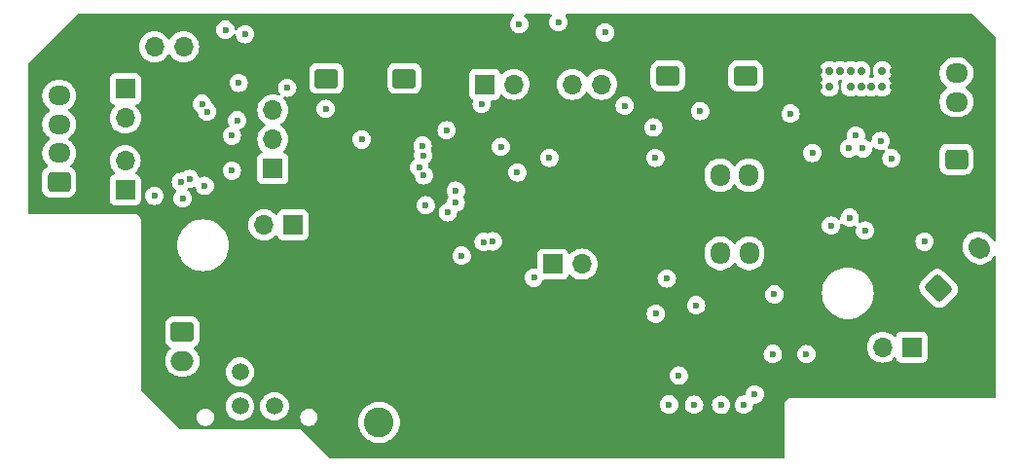
<source format=gbr>
%TF.GenerationSoftware,KiCad,Pcbnew,8.0.2-1*%
%TF.CreationDate,2024-05-27T23:14:56-04:00*%
%TF.ProjectId,checkpoint,63686563-6b70-46f6-996e-742e6b696361,v1.1*%
%TF.SameCoordinates,Original*%
%TF.FileFunction,Copper,L3,Inr*%
%TF.FilePolarity,Positive*%
%FSLAX46Y46*%
G04 Gerber Fmt 4.6, Leading zero omitted, Abs format (unit mm)*
G04 Created by KiCad (PCBNEW 8.0.2-1) date 2024-05-27 23:14:56*
%MOMM*%
%LPD*%
G01*
G04 APERTURE LIST*
G04 Aperture macros list*
%AMRoundRect*
0 Rectangle with rounded corners*
0 $1 Rounding radius*
0 $2 $3 $4 $5 $6 $7 $8 $9 X,Y pos of 4 corners*
0 Add a 4 corners polygon primitive as box body*
4,1,4,$2,$3,$4,$5,$6,$7,$8,$9,$2,$3,0*
0 Add four circle primitives for the rounded corners*
1,1,$1+$1,$2,$3*
1,1,$1+$1,$4,$5*
1,1,$1+$1,$6,$7*
1,1,$1+$1,$8,$9*
0 Add four rect primitives between the rounded corners*
20,1,$1+$1,$2,$3,$4,$5,0*
20,1,$1+$1,$4,$5,$6,$7,0*
20,1,$1+$1,$6,$7,$8,$9,0*
20,1,$1+$1,$8,$9,$2,$3,0*%
%AMHorizOval*
0 Thick line with rounded ends*
0 $1 width*
0 $2 $3 position (X,Y) of the first rounded end (center of the circle)*
0 $4 $5 position (X,Y) of the second rounded end (center of the circle)*
0 Add line between two ends*
20,1,$1,$2,$3,$4,$5,0*
0 Add two circle primitives to create the rounded ends*
1,1,$1,$2,$3*
1,1,$1,$4,$5*%
G04 Aperture macros list end*
%TA.AperFunction,ComponentPad*%
%ADD10RoundRect,0.250000X0.750000X-0.600000X0.750000X0.600000X-0.750000X0.600000X-0.750000X-0.600000X0*%
%TD*%
%TA.AperFunction,ComponentPad*%
%ADD11O,2.000000X1.700000*%
%TD*%
%TA.AperFunction,ComponentPad*%
%ADD12R,1.700000X1.700000*%
%TD*%
%TA.AperFunction,ComponentPad*%
%ADD13O,1.700000X1.700000*%
%TD*%
%TA.AperFunction,ComponentPad*%
%ADD14RoundRect,0.250000X-0.750000X0.600000X-0.750000X-0.600000X0.750000X-0.600000X0.750000X0.600000X0*%
%TD*%
%TA.AperFunction,ComponentPad*%
%ADD15R,2.600000X2.600000*%
%TD*%
%TA.AperFunction,ComponentPad*%
%ADD16C,2.600000*%
%TD*%
%TA.AperFunction,ComponentPad*%
%ADD17RoundRect,0.250000X0.600000X0.725000X-0.600000X0.725000X-0.600000X-0.725000X0.600000X-0.725000X0*%
%TD*%
%TA.AperFunction,ComponentPad*%
%ADD18O,1.700000X1.950000*%
%TD*%
%TA.AperFunction,ComponentPad*%
%ADD19C,0.600000*%
%TD*%
%TA.AperFunction,ComponentPad*%
%ADD20RoundRect,0.250000X0.725000X-0.600000X0.725000X0.600000X-0.725000X0.600000X-0.725000X-0.600000X0*%
%TD*%
%TA.AperFunction,ComponentPad*%
%ADD21O,1.950000X1.700000*%
%TD*%
%TA.AperFunction,ComponentPad*%
%ADD22RoundRect,0.150000X-0.150000X-0.150000X0.150000X-0.150000X0.150000X0.150000X-0.150000X0.150000X0*%
%TD*%
%TA.AperFunction,ComponentPad*%
%ADD23O,1.800000X0.900000*%
%TD*%
%TA.AperFunction,ComponentPad*%
%ADD24RoundRect,0.250001X0.499999X0.499999X-0.499999X0.499999X-0.499999X-0.499999X0.499999X-0.499999X0*%
%TD*%
%TA.AperFunction,ComponentPad*%
%ADD25C,1.500000*%
%TD*%
%TA.AperFunction,ComponentPad*%
%ADD26RoundRect,0.250000X0.088388X-0.936916X0.936916X-0.088388X-0.088388X0.936916X-0.936916X0.088388X0*%
%TD*%
%TA.AperFunction,ComponentPad*%
%ADD27HorizOval,1.700000X-0.088388X0.088388X0.088388X-0.088388X0*%
%TD*%
%TA.AperFunction,ViaPad*%
%ADD28C,0.600000*%
%TD*%
G04 APERTURE END LIST*
D10*
%TO.N,Net-(J1-Pin_1)*%
%TO.C,J1*%
X27039592Y-7108882D03*
D11*
%TO.N,GND*%
X27039592Y-4608882D03*
%TD*%
D12*
%TO.N,/CANBUS/120R*%
%TO.C,JP1*%
X24144592Y-19858882D03*
D13*
%TO.N,Net-(JP1-B)*%
X21604592Y-19858882D03*
%TD*%
D10*
%TO.N,Net-(J2-Pin_1)*%
%TO.C,J2*%
X33824592Y-7108882D03*
D11*
%TO.N,GND*%
X33824592Y-4608882D03*
%TD*%
D14*
%TO.N,CAN_N*%
%TO.C,J10*%
X14515000Y-29190000D03*
D11*
%TO.N,CAN_P*%
X14515000Y-31690000D03*
%TD*%
D15*
%TO.N,GND*%
%TO.C,J18*%
X31625000Y-31955000D03*
D16*
%TO.N,VOUT*%
X31625000Y-37035000D03*
%TD*%
D12*
%TO.N,+5V*%
%TO.C,JP2*%
X77953454Y-30490000D03*
D13*
%TO.N,Net-(D7-K)*%
X75413454Y-30490000D03*
%TD*%
D12*
%TO.N,FORCE_N*%
%TO.C,J8*%
X9539592Y-16788882D03*
D13*
%TO.N,RTDIN_N*%
X9539592Y-14248882D03*
%TD*%
D17*
%TO.N,GND*%
%TO.C,J15*%
X66300000Y-22320000D03*
D18*
%TO.N,+5V*%
X63800000Y-22320000D03*
%TO.N,Net-(J15-Pin_3)*%
X61300000Y-22320000D03*
%TD*%
D19*
%TO.N,GND*%
%TO.C,U6*%
X51479592Y-31378882D03*
X51479592Y-30178882D03*
X51479592Y-28878882D03*
X51479592Y-27778882D03*
X50279592Y-31378882D03*
X50279592Y-30178882D03*
X50279592Y-28878882D03*
X50279592Y-27778882D03*
%TD*%
D12*
%TO.N,+3.3V*%
%TO.C,J16*%
X40810000Y-7630000D03*
D13*
%TO.N,SWDIO*%
X43350000Y-7630000D03*
%TO.N,GND*%
X45890000Y-7630000D03*
%TO.N,SWCLK*%
X48430000Y-7630000D03*
%TO.N,RESET*%
X50970000Y-7630000D03*
%TD*%
D12*
%TO.N,GND*%
%TO.C,J6*%
X9534592Y-4358882D03*
D13*
%TO.N,FORCE2*%
X12074592Y-4358882D03*
%TO.N,FORCE_P*%
X14614592Y-4358882D03*
%TD*%
D10*
%TO.N,Net-(J3-Pin_1)*%
%TO.C,J3*%
X56739592Y-6908882D03*
D11*
%TO.N,GND*%
X56739592Y-4408882D03*
%TD*%
D12*
%TO.N,FORCE_P*%
%TO.C,J5*%
X9549592Y-8019471D03*
D13*
%TO.N,RTDIN_P*%
X9549592Y-10559471D03*
%TD*%
D12*
%TO.N,+3.3V*%
%TO.C,J11*%
X46719592Y-23278882D03*
D13*
%TO.N,SWCLK*%
X49259592Y-23278882D03*
%TD*%
D17*
%TO.N,GND*%
%TO.C,J14*%
X66290000Y-15535000D03*
D18*
%TO.N,+5V*%
X63790000Y-15535000D03*
%TO.N,SERVO_PWM*%
X61290000Y-15535000D03*
%TD*%
D20*
%TO.N,FORCE_N*%
%TO.C,J7*%
X3790000Y-16110000D03*
D21*
%TO.N,RTDIN_N*%
X3790000Y-13610000D03*
%TO.N,RTDIN_P*%
X3790000Y-11110000D03*
%TO.N,FORCE_P*%
X3790000Y-8610000D03*
%TD*%
D20*
%TO.N,+5V*%
%TO.C,J13*%
X81840000Y-14140000D03*
D21*
%TO.N,GND*%
X81840000Y-11640000D03*
%TO.N,I2C_SCL*%
X81840000Y-9140000D03*
%TO.N,I2C_SDA*%
X81840000Y-6640000D03*
%TD*%
D22*
%TO.N,GND*%
%TO.C,J17*%
X69840000Y-6450000D03*
%TO.N,VBUS*%
X70790000Y-6450000D03*
%TO.N,Net-(J17-CC1)*%
X71740000Y-6450000D03*
%TO.N,D_P*%
X72640000Y-6450000D03*
%TO.N,D_N*%
X73540000Y-6450000D03*
%TO.N,VBUS*%
X75390000Y-6450000D03*
%TO.N,GND*%
X76340000Y-6450000D03*
X76340000Y-7850000D03*
%TO.N,VBUS*%
X75390000Y-7850000D03*
%TO.N,Net-(J17-CC1)*%
X74440000Y-7850000D03*
%TO.N,D_P*%
X73540000Y-7850000D03*
%TO.N,D_N*%
X72640000Y-7850000D03*
%TO.N,VBUS*%
X70790000Y-7850000D03*
%TO.N,GND*%
X69840000Y-7850000D03*
D23*
X71090000Y-5220000D03*
X71090000Y-9080000D03*
X75090000Y-5220000D03*
X75090000Y-9080000D03*
%TD*%
D12*
%TO.N,430R*%
%TO.C,J9*%
X22379592Y-14958882D03*
D13*
%TO.N,ISENSOR*%
X22379592Y-12418882D03*
%TO.N,4300R*%
X22379592Y-9878882D03*
%TD*%
D10*
%TO.N,Net-(J4-Pin_1)*%
%TO.C,J4*%
X63509592Y-6908882D03*
D11*
%TO.N,GND*%
X63509592Y-4408882D03*
%TD*%
D24*
%TO.N,GND*%
%TO.C,J19*%
X22519592Y-32638882D03*
D25*
%TO.N,CAN_N*%
X19519592Y-32638882D03*
%TO.N,VIN*%
X22519592Y-35638882D03*
%TO.N,CAN_P*%
X19519592Y-35638882D03*
%TD*%
D26*
%TO.N,Net-(J12-Pin_1)*%
%TO.C,J12*%
X80271752Y-25377286D03*
D27*
%TO.N,GND*%
X82039519Y-23609519D03*
%TO.N,+5V*%
X83807286Y-21841752D03*
%TD*%
D28*
%TO.N,T0*%
X26970000Y-9760000D03*
X40550000Y-9320000D03*
%TO.N,GND*%
X12669592Y-14648882D03*
X43090000Y-18460000D03*
X23320000Y-24630000D03*
X22360000Y-25896382D03*
X31870000Y-12470000D03*
X6900000Y-17770000D03*
X23430000Y-25896382D03*
X22475000Y-24635000D03*
X16669592Y-11783293D03*
X31284592Y-11008882D03*
X26970000Y-25790000D03*
X43080000Y-16180000D03*
X31540000Y-15100000D03*
X73094591Y-10395643D03*
X31280000Y-12430000D03*
X14719592Y-13683293D03*
X31959592Y-10983882D03*
X46570000Y-3830000D03*
X6920000Y-6610000D03*
X15930000Y-18320000D03*
X34420000Y-22480000D03*
%TO.N,T3*%
X59550000Y-9950000D03*
X52990000Y-9480000D03*
%TO.N,+3.3V*%
X59195000Y-26855000D03*
X18810000Y-12090000D03*
X18250000Y-2880000D03*
X23630000Y-7920000D03*
X55470000Y-11380000D03*
X43810000Y-2390000D03*
X68790000Y-31100000D03*
X65870000Y-31080000D03*
X19400000Y-7500000D03*
X47221709Y-2230000D03*
X72560000Y-19235000D03*
X12069592Y-17320000D03*
X79070000Y-21310000D03*
X67410000Y-10170000D03*
X18810000Y-15140000D03*
X51270000Y-3120000D03*
%TO.N,+5V*%
X63350000Y-35500000D03*
X56850000Y-35480000D03*
X30110000Y-12430000D03*
X66000000Y-25900000D03*
X61369592Y-35508882D03*
X59020000Y-35500000D03*
X55700000Y-27590000D03*
X64290000Y-34610000D03*
%TO.N,RESET*%
X46435044Y-14016426D03*
X55660808Y-14020000D03*
%TO.N,Y_ENDSTOP*%
X69310000Y-13600000D03*
X42210000Y-13060000D03*
%TO.N,VBUS*%
X76190000Y-14060000D03*
X73094592Y-12095643D03*
X75260000Y-12550000D03*
%TO.N,Net-(J1-Pin_1)*%
X19970000Y-3270000D03*
%TO.N,RGB_DATA*%
X56645000Y-24520000D03*
X45090000Y-24450000D03*
%TO.N,ISENSOR*%
X16220000Y-9320000D03*
%TO.N,SERVO_PWM*%
X43645000Y-15285000D03*
%TO.N,SWCLK*%
X37599884Y-18758660D03*
X38810000Y-22540000D03*
%TO.N,SWDIO*%
X37504592Y-11620000D03*
X35690240Y-18141381D03*
X57700000Y-32970000D03*
%TO.N,MISO*%
X16459410Y-16460882D03*
X35457517Y-13807517D03*
%TO.N,PT_CS*%
X35500000Y-15550000D03*
X14534000Y-17544000D03*
%TO.N,MOSI*%
X35106331Y-14829748D03*
X14383721Y-16108025D03*
%TO.N,Net-(U1-BIAS)*%
X19275000Y-10760000D03*
X16665735Y-9994265D03*
%TO.N,SCK*%
X15144592Y-15860882D03*
X35400000Y-12970000D03*
%TO.N,USB_N*%
X38300000Y-16880000D03*
X72486347Y-13192894D03*
%TO.N,USB_P*%
X73701277Y-13196655D03*
X38290000Y-17910000D03*
%TO.N,I2C_SDA*%
X41525814Y-21289226D03*
X70930000Y-19920000D03*
%TO.N,I2C_SCL*%
X73890000Y-20340000D03*
X40721865Y-21333633D03*
%TD*%
%TA.AperFunction,Conductor*%
%TO.N,GND*%
G36*
X43329797Y-1537685D02*
G01*
X43375552Y-1590489D01*
X43385496Y-1659647D01*
X43356471Y-1723203D01*
X43328730Y-1746994D01*
X43307737Y-1760184D01*
X43180184Y-1887737D01*
X43084211Y-2040476D01*
X43024631Y-2210745D01*
X43024630Y-2210750D01*
X43004435Y-2389996D01*
X43004435Y-2390003D01*
X43024630Y-2569249D01*
X43024631Y-2569254D01*
X43084211Y-2739523D01*
X43159796Y-2859815D01*
X43180184Y-2892262D01*
X43307738Y-3019816D01*
X43460478Y-3115789D01*
X43556287Y-3149314D01*
X43630745Y-3175368D01*
X43630750Y-3175369D01*
X43809996Y-3195565D01*
X43810000Y-3195565D01*
X43810004Y-3195565D01*
X43989249Y-3175369D01*
X43989252Y-3175368D01*
X43989255Y-3175368D01*
X44147499Y-3119996D01*
X50464435Y-3119996D01*
X50464435Y-3120003D01*
X50484630Y-3299249D01*
X50484631Y-3299254D01*
X50544211Y-3469523D01*
X50569529Y-3509816D01*
X50640184Y-3622262D01*
X50767738Y-3749816D01*
X50920478Y-3845789D01*
X51074878Y-3899816D01*
X51090745Y-3905368D01*
X51090750Y-3905369D01*
X51269996Y-3925565D01*
X51270000Y-3925565D01*
X51270004Y-3925565D01*
X51449249Y-3905369D01*
X51449252Y-3905368D01*
X51449255Y-3905368D01*
X51619522Y-3845789D01*
X51772262Y-3749816D01*
X51899816Y-3622262D01*
X51995789Y-3469522D01*
X52055368Y-3299255D01*
X52055369Y-3299249D01*
X52075565Y-3120003D01*
X52075565Y-3119996D01*
X52055369Y-2940750D01*
X52055368Y-2940745D01*
X51995788Y-2770476D01*
X51951973Y-2700745D01*
X51899816Y-2617738D01*
X51772262Y-2490184D01*
X51763426Y-2484632D01*
X51619523Y-2394211D01*
X51449254Y-2334631D01*
X51449249Y-2334630D01*
X51270004Y-2314435D01*
X51269996Y-2314435D01*
X51090750Y-2334630D01*
X51090745Y-2334631D01*
X50920476Y-2394211D01*
X50767737Y-2490184D01*
X50640184Y-2617737D01*
X50544211Y-2770476D01*
X50484631Y-2940745D01*
X50484630Y-2940750D01*
X50464435Y-3119996D01*
X44147499Y-3119996D01*
X44159522Y-3115789D01*
X44312262Y-3019816D01*
X44439816Y-2892262D01*
X44535789Y-2739522D01*
X44595368Y-2569255D01*
X44599737Y-2530478D01*
X44615565Y-2390003D01*
X44615565Y-2389996D01*
X44595369Y-2210750D01*
X44595368Y-2210745D01*
X44554738Y-2094631D01*
X44535789Y-2040478D01*
X44439816Y-1887738D01*
X44312262Y-1760184D01*
X44291269Y-1746993D01*
X44244979Y-1694659D01*
X44234331Y-1625605D01*
X44262706Y-1561757D01*
X44321096Y-1523385D01*
X44357242Y-1518000D01*
X46502269Y-1518000D01*
X46569308Y-1537685D01*
X46615063Y-1590489D01*
X46625007Y-1659647D01*
X46595982Y-1723203D01*
X46592692Y-1726735D01*
X46591893Y-1727737D01*
X46495920Y-1880476D01*
X46436340Y-2050745D01*
X46436339Y-2050750D01*
X46416144Y-2229996D01*
X46416144Y-2230003D01*
X46436339Y-2409249D01*
X46436340Y-2409254D01*
X46495920Y-2579523D01*
X46572092Y-2700749D01*
X46591893Y-2732262D01*
X46719447Y-2859816D01*
X46779274Y-2897408D01*
X46848252Y-2940750D01*
X46872187Y-2955789D01*
X47007746Y-3003223D01*
X47042454Y-3015368D01*
X47042459Y-3015369D01*
X47221705Y-3035565D01*
X47221709Y-3035565D01*
X47221713Y-3035565D01*
X47400958Y-3015369D01*
X47400961Y-3015368D01*
X47400964Y-3015368D01*
X47571231Y-2955789D01*
X47723971Y-2859816D01*
X47851525Y-2732262D01*
X47947498Y-2579522D01*
X48007077Y-2409255D01*
X48009246Y-2390003D01*
X48027274Y-2230003D01*
X48027274Y-2229996D01*
X48007078Y-2050750D01*
X48007077Y-2050745D01*
X47947497Y-1880476D01*
X47851524Y-1727737D01*
X47847184Y-1722295D01*
X47848752Y-1721044D01*
X47819983Y-1668358D01*
X47824967Y-1598666D01*
X47866839Y-1542733D01*
X47932303Y-1518316D01*
X47941149Y-1518000D01*
X83210929Y-1518000D01*
X83277968Y-1537685D01*
X83298609Y-1554318D01*
X85257774Y-3513495D01*
X85291258Y-3574817D01*
X85294092Y-3601175D01*
X85294092Y-21183461D01*
X85274407Y-21250500D01*
X85221603Y-21296255D01*
X85152445Y-21306199D01*
X85088889Y-21277174D01*
X85059607Y-21239756D01*
X85050724Y-21222323D01*
X85041321Y-21209381D01*
X84925778Y-21050349D01*
X84598689Y-20723260D01*
X84426714Y-20598313D01*
X84237310Y-20501807D01*
X84035141Y-20436118D01*
X84035139Y-20436117D01*
X84035138Y-20436117D01*
X83873855Y-20410572D01*
X83825185Y-20402864D01*
X83612611Y-20402864D01*
X83563940Y-20410572D01*
X83402658Y-20436117D01*
X83200483Y-20501808D01*
X83011081Y-20598313D01*
X82839104Y-20723262D01*
X82688796Y-20873570D01*
X82563847Y-21045547D01*
X82467342Y-21234949D01*
X82467341Y-21234951D01*
X82467341Y-21234952D01*
X82441262Y-21315214D01*
X82401651Y-21437124D01*
X82368398Y-21647077D01*
X82368398Y-21859650D01*
X82400038Y-22059421D01*
X82401652Y-22069607D01*
X82467341Y-22271776D01*
X82563847Y-22461180D01*
X82688794Y-22633155D01*
X83015883Y-22960244D01*
X83187858Y-23085191D01*
X83377262Y-23181697D01*
X83579431Y-23247386D01*
X83789387Y-23280640D01*
X83789388Y-23280640D01*
X84001960Y-23280640D01*
X84001961Y-23280640D01*
X84211917Y-23247386D01*
X84414086Y-23181697D01*
X84603490Y-23085191D01*
X84775465Y-22960244D01*
X84925778Y-22809931D01*
X85050725Y-22637956D01*
X85059607Y-22620523D01*
X85107580Y-22569728D01*
X85175401Y-22552932D01*
X85241536Y-22575468D01*
X85284988Y-22630183D01*
X85294092Y-22676818D01*
X85294092Y-34764382D01*
X85274407Y-34831421D01*
X85221603Y-34877176D01*
X85170092Y-34888382D01*
X67353700Y-34888382D01*
X67226404Y-34922490D01*
X67112278Y-34988382D01*
X67112275Y-34988384D01*
X67019094Y-35081565D01*
X67019092Y-35081568D01*
X66953200Y-35195694D01*
X66919092Y-35322990D01*
X66919092Y-40034382D01*
X66899407Y-40101421D01*
X66846603Y-40147176D01*
X66795092Y-40158382D01*
X27372552Y-40158382D01*
X27305513Y-40138697D01*
X27284871Y-40122063D01*
X24997259Y-37834451D01*
X24986881Y-37822617D01*
X24893526Y-37729262D01*
X24893524Y-37729260D01*
X24836460Y-37696314D01*
X24779397Y-37663368D01*
X24715749Y-37646314D01*
X24652102Y-37629260D01*
X24652101Y-37629260D01*
X14360659Y-37629260D01*
X14293620Y-37609575D01*
X14272978Y-37592941D01*
X13184011Y-36503974D01*
X15759092Y-36503974D01*
X15759092Y-36653789D01*
X15788315Y-36800704D01*
X15788317Y-36800712D01*
X15845643Y-36939111D01*
X15845648Y-36939120D01*
X15928872Y-37063672D01*
X15928875Y-37063676D01*
X16034797Y-37169598D01*
X16034801Y-37169601D01*
X16159353Y-37252825D01*
X16159359Y-37252828D01*
X16159360Y-37252829D01*
X16297762Y-37310157D01*
X16444684Y-37339381D01*
X16444688Y-37339382D01*
X16444689Y-37339382D01*
X16594496Y-37339382D01*
X16594497Y-37339381D01*
X16741422Y-37310157D01*
X16879824Y-37252829D01*
X17004383Y-37169601D01*
X17110311Y-37063673D01*
X17193539Y-36939114D01*
X17250867Y-36800712D01*
X17280092Y-36653785D01*
X17280092Y-36503979D01*
X17250867Y-36357052D01*
X17193539Y-36218650D01*
X17193538Y-36218649D01*
X17193535Y-36218643D01*
X17110311Y-36094091D01*
X17110308Y-36094087D01*
X17004386Y-35988165D01*
X17004382Y-35988162D01*
X16879830Y-35904938D01*
X16879821Y-35904933D01*
X16741422Y-35847607D01*
X16741414Y-35847605D01*
X16594499Y-35818382D01*
X16594495Y-35818382D01*
X16444689Y-35818382D01*
X16444684Y-35818382D01*
X16297769Y-35847605D01*
X16297761Y-35847607D01*
X16159362Y-35904933D01*
X16159353Y-35904938D01*
X16034801Y-35988162D01*
X16034797Y-35988165D01*
X15928875Y-36094087D01*
X15928872Y-36094091D01*
X15845648Y-36218643D01*
X15845643Y-36218652D01*
X15788317Y-36357051D01*
X15788315Y-36357059D01*
X15759092Y-36503974D01*
X13184011Y-36503974D01*
X12318916Y-35638879D01*
X18264315Y-35638879D01*
X18264315Y-35638884D01*
X18267847Y-35679254D01*
X18283246Y-35855274D01*
X18283385Y-35856857D01*
X18283385Y-35856861D01*
X18340014Y-36068204D01*
X18340016Y-36068208D01*
X18340017Y-36068212D01*
X18372885Y-36138697D01*
X18432489Y-36266520D01*
X18445825Y-36285565D01*
X18557994Y-36445759D01*
X18712715Y-36600480D01*
X18891953Y-36725984D01*
X19090262Y-36818457D01*
X19301615Y-36875089D01*
X19484518Y-36891090D01*
X19519590Y-36894159D01*
X19519592Y-36894159D01*
X19519594Y-36894159D01*
X19547846Y-36891687D01*
X19737569Y-36875089D01*
X19948922Y-36818457D01*
X20147231Y-36725984D01*
X20326469Y-36600480D01*
X20481190Y-36445759D01*
X20606694Y-36266521D01*
X20699167Y-36068212D01*
X20755799Y-35856859D01*
X20774869Y-35638882D01*
X20774869Y-35638879D01*
X21264315Y-35638879D01*
X21264315Y-35638884D01*
X21267847Y-35679254D01*
X21283246Y-35855274D01*
X21283385Y-35856857D01*
X21283385Y-35856861D01*
X21340014Y-36068204D01*
X21340016Y-36068208D01*
X21340017Y-36068212D01*
X21372885Y-36138697D01*
X21432489Y-36266520D01*
X21445825Y-36285565D01*
X21557994Y-36445759D01*
X21712715Y-36600480D01*
X21891953Y-36725984D01*
X22090262Y-36818457D01*
X22301615Y-36875089D01*
X22484518Y-36891090D01*
X22519590Y-36894159D01*
X22519592Y-36894159D01*
X22519594Y-36894159D01*
X22547846Y-36891687D01*
X22737569Y-36875089D01*
X22948922Y-36818457D01*
X23147231Y-36725984D01*
X23326469Y-36600480D01*
X23422975Y-36503974D01*
X24759092Y-36503974D01*
X24759092Y-36653789D01*
X24788315Y-36800704D01*
X24788317Y-36800712D01*
X24845643Y-36939111D01*
X24845648Y-36939120D01*
X24928872Y-37063672D01*
X24928875Y-37063676D01*
X25034797Y-37169598D01*
X25034801Y-37169601D01*
X25159353Y-37252825D01*
X25159359Y-37252828D01*
X25159360Y-37252829D01*
X25297762Y-37310157D01*
X25444684Y-37339381D01*
X25444688Y-37339382D01*
X25444689Y-37339382D01*
X25594496Y-37339382D01*
X25594497Y-37339381D01*
X25741422Y-37310157D01*
X25879824Y-37252829D01*
X26004383Y-37169601D01*
X26110311Y-37063673D01*
X26129473Y-37034995D01*
X29819451Y-37034995D01*
X29819451Y-37035004D01*
X29839616Y-37304101D01*
X29899664Y-37567188D01*
X29899666Y-37567195D01*
X29963272Y-37729260D01*
X29998257Y-37818398D01*
X30133185Y-38052102D01*
X30269080Y-38222509D01*
X30301442Y-38263089D01*
X30488183Y-38436358D01*
X30499259Y-38446635D01*
X30722226Y-38598651D01*
X30965359Y-38715738D01*
X31223228Y-38795280D01*
X31223229Y-38795280D01*
X31223232Y-38795281D01*
X31490063Y-38835499D01*
X31490068Y-38835499D01*
X31490071Y-38835500D01*
X31490072Y-38835500D01*
X31759928Y-38835500D01*
X31759929Y-38835500D01*
X31759936Y-38835499D01*
X32026767Y-38795281D01*
X32026768Y-38795280D01*
X32026772Y-38795280D01*
X32284641Y-38715738D01*
X32527775Y-38598651D01*
X32750741Y-38446635D01*
X32948561Y-38263085D01*
X33116815Y-38052102D01*
X33251743Y-37818398D01*
X33350334Y-37567195D01*
X33410383Y-37304103D01*
X33428400Y-37063676D01*
X33430549Y-37035004D01*
X33430549Y-37034995D01*
X33410383Y-36765898D01*
X33384794Y-36653785D01*
X33350334Y-36502805D01*
X33251743Y-36251602D01*
X33116815Y-36017898D01*
X32948561Y-35806915D01*
X32948560Y-35806914D01*
X32948557Y-35806910D01*
X32750741Y-35623365D01*
X32540458Y-35479996D01*
X56044435Y-35479996D01*
X56044435Y-35480003D01*
X56064630Y-35659249D01*
X56064631Y-35659254D01*
X56124211Y-35829523D01*
X56171595Y-35904933D01*
X56220184Y-35982262D01*
X56347738Y-36109816D01*
X56500478Y-36205789D01*
X56631404Y-36251602D01*
X56670745Y-36265368D01*
X56670750Y-36265369D01*
X56849996Y-36285565D01*
X56850000Y-36285565D01*
X56850004Y-36285565D01*
X57029249Y-36265369D01*
X57029252Y-36265368D01*
X57029255Y-36265368D01*
X57199522Y-36205789D01*
X57352262Y-36109816D01*
X57479816Y-35982262D01*
X57575789Y-35829522D01*
X57635368Y-35659255D01*
X57635369Y-35659249D01*
X57653312Y-35499996D01*
X58214435Y-35499996D01*
X58214435Y-35500003D01*
X58234630Y-35679249D01*
X58234631Y-35679254D01*
X58294211Y-35849523D01*
X58329028Y-35904933D01*
X58390184Y-36002262D01*
X58517738Y-36129816D01*
X58531874Y-36138698D01*
X58659119Y-36218652D01*
X58670478Y-36225789D01*
X58840745Y-36285368D01*
X58840750Y-36285369D01*
X59019996Y-36305565D01*
X59020000Y-36305565D01*
X59020004Y-36305565D01*
X59199249Y-36285369D01*
X59199252Y-36285368D01*
X59199255Y-36285368D01*
X59369522Y-36225789D01*
X59522262Y-36129816D01*
X59649816Y-36002262D01*
X59745789Y-35849522D01*
X59805368Y-35679255D01*
X59805369Y-35679249D01*
X59824565Y-35508878D01*
X60564027Y-35508878D01*
X60564027Y-35508885D01*
X60584222Y-35688131D01*
X60584223Y-35688136D01*
X60643803Y-35858405D01*
X60673039Y-35904933D01*
X60739776Y-36011144D01*
X60867330Y-36138698D01*
X60957672Y-36195464D01*
X61005932Y-36225788D01*
X61020070Y-36234671D01*
X61111092Y-36266521D01*
X61190337Y-36294250D01*
X61190342Y-36294251D01*
X61369588Y-36314447D01*
X61369592Y-36314447D01*
X61369596Y-36314447D01*
X61548841Y-36294251D01*
X61548844Y-36294250D01*
X61548847Y-36294250D01*
X61719114Y-36234671D01*
X61871854Y-36138698D01*
X61999408Y-36011144D01*
X62095381Y-35858404D01*
X62154960Y-35688137D01*
X62155961Y-35679254D01*
X62175157Y-35508885D01*
X62175157Y-35508878D01*
X62174156Y-35499996D01*
X62544435Y-35499996D01*
X62544435Y-35500003D01*
X62564630Y-35679249D01*
X62564631Y-35679254D01*
X62624211Y-35849523D01*
X62659028Y-35904933D01*
X62720184Y-36002262D01*
X62847738Y-36129816D01*
X62861874Y-36138698D01*
X62989119Y-36218652D01*
X63000478Y-36225789D01*
X63170745Y-36285368D01*
X63170750Y-36285369D01*
X63349996Y-36305565D01*
X63350000Y-36305565D01*
X63350004Y-36305565D01*
X63529249Y-36285369D01*
X63529252Y-36285368D01*
X63529255Y-36285368D01*
X63699522Y-36225789D01*
X63852262Y-36129816D01*
X63979816Y-36002262D01*
X64075789Y-35849522D01*
X64135368Y-35679255D01*
X64137622Y-35659255D01*
X64152761Y-35524887D01*
X64179827Y-35460473D01*
X64237422Y-35420918D01*
X64283036Y-35416249D01*
X64283036Y-35415565D01*
X64289719Y-35415565D01*
X64289866Y-35415550D01*
X64289999Y-35415565D01*
X64290000Y-35415565D01*
X64290004Y-35415565D01*
X64469249Y-35395369D01*
X64469252Y-35395368D01*
X64469255Y-35395368D01*
X64639522Y-35335789D01*
X64792262Y-35239816D01*
X64919816Y-35112262D01*
X65015789Y-34959522D01*
X65075368Y-34789255D01*
X65075369Y-34789249D01*
X65095565Y-34610003D01*
X65095565Y-34609996D01*
X65075369Y-34430750D01*
X65075368Y-34430745D01*
X65015788Y-34260476D01*
X64919815Y-34107737D01*
X64792262Y-33980184D01*
X64639523Y-33884211D01*
X64469254Y-33824631D01*
X64469249Y-33824630D01*
X64290004Y-33804435D01*
X64289996Y-33804435D01*
X64110750Y-33824630D01*
X64110745Y-33824631D01*
X63940476Y-33884211D01*
X63787737Y-33980184D01*
X63660184Y-34107737D01*
X63564211Y-34260476D01*
X63504631Y-34430745D01*
X63504630Y-34430749D01*
X63487238Y-34585113D01*
X63460171Y-34649527D01*
X63402576Y-34689082D01*
X63356963Y-34693753D01*
X63356963Y-34694435D01*
X63350306Y-34694435D01*
X63350150Y-34694451D01*
X63350008Y-34694435D01*
X63349996Y-34694435D01*
X63170750Y-34714630D01*
X63170745Y-34714631D01*
X63000476Y-34774211D01*
X62847737Y-34870184D01*
X62720184Y-34997737D01*
X62624211Y-35150476D01*
X62564631Y-35320745D01*
X62564630Y-35320750D01*
X62544435Y-35499996D01*
X62174156Y-35499996D01*
X62154961Y-35329632D01*
X62154960Y-35329627D01*
X62151852Y-35320745D01*
X62095381Y-35159360D01*
X61999408Y-35006620D01*
X61871854Y-34879066D01*
X61796954Y-34832003D01*
X61719115Y-34783093D01*
X61548846Y-34723513D01*
X61548841Y-34723512D01*
X61369596Y-34703317D01*
X61369588Y-34703317D01*
X61190342Y-34723512D01*
X61190337Y-34723513D01*
X61020068Y-34783093D01*
X60867329Y-34879066D01*
X60739776Y-35006619D01*
X60643803Y-35159358D01*
X60584223Y-35329627D01*
X60584222Y-35329632D01*
X60564027Y-35508878D01*
X59824565Y-35508878D01*
X59825565Y-35500003D01*
X59825565Y-35499996D01*
X59805369Y-35320750D01*
X59805368Y-35320745D01*
X59777049Y-35239815D01*
X59745789Y-35150478D01*
X59649816Y-34997738D01*
X59522262Y-34870184D01*
X59490432Y-34850184D01*
X59369523Y-34774211D01*
X59199254Y-34714631D01*
X59199249Y-34714630D01*
X59020004Y-34694435D01*
X59019996Y-34694435D01*
X58840750Y-34714630D01*
X58840745Y-34714631D01*
X58670476Y-34774211D01*
X58517737Y-34870184D01*
X58390184Y-34997737D01*
X58294211Y-35150476D01*
X58234631Y-35320745D01*
X58234630Y-35320750D01*
X58214435Y-35499996D01*
X57653312Y-35499996D01*
X57655565Y-35480003D01*
X57655565Y-35479996D01*
X57635369Y-35300750D01*
X57635368Y-35300745D01*
X57612188Y-35234500D01*
X57575789Y-35130478D01*
X57479816Y-34977738D01*
X57352262Y-34850184D01*
X57323332Y-34832006D01*
X57199523Y-34754211D01*
X57029254Y-34694631D01*
X57029249Y-34694630D01*
X56850004Y-34674435D01*
X56849996Y-34674435D01*
X56670750Y-34694630D01*
X56670745Y-34694631D01*
X56500476Y-34754211D01*
X56347737Y-34850184D01*
X56220184Y-34977737D01*
X56124211Y-35130476D01*
X56064631Y-35300745D01*
X56064630Y-35300750D01*
X56044435Y-35479996D01*
X32540458Y-35479996D01*
X32527775Y-35471349D01*
X32527769Y-35471346D01*
X32527768Y-35471345D01*
X32527767Y-35471344D01*
X32284643Y-35354263D01*
X32284645Y-35354263D01*
X32026773Y-35274720D01*
X32026767Y-35274718D01*
X31759936Y-35234500D01*
X31759929Y-35234500D01*
X31490071Y-35234500D01*
X31490063Y-35234500D01*
X31223232Y-35274718D01*
X31223226Y-35274720D01*
X30965358Y-35354262D01*
X30722230Y-35471346D01*
X30499258Y-35623365D01*
X30301442Y-35806910D01*
X30133185Y-36017898D01*
X29998258Y-36251599D01*
X29998256Y-36251603D01*
X29899666Y-36502804D01*
X29899664Y-36502811D01*
X29839616Y-36765898D01*
X29819451Y-37034995D01*
X26129473Y-37034995D01*
X26193539Y-36939114D01*
X26250867Y-36800712D01*
X26280092Y-36653785D01*
X26280092Y-36503979D01*
X26250867Y-36357052D01*
X26193539Y-36218650D01*
X26193538Y-36218649D01*
X26193535Y-36218643D01*
X26110311Y-36094091D01*
X26110308Y-36094087D01*
X26004386Y-35988165D01*
X26004382Y-35988162D01*
X25879830Y-35904938D01*
X25879821Y-35904933D01*
X25741422Y-35847607D01*
X25741414Y-35847605D01*
X25594499Y-35818382D01*
X25594495Y-35818382D01*
X25444689Y-35818382D01*
X25444684Y-35818382D01*
X25297769Y-35847605D01*
X25297761Y-35847607D01*
X25159362Y-35904933D01*
X25159353Y-35904938D01*
X25034801Y-35988162D01*
X25034797Y-35988165D01*
X24928875Y-36094087D01*
X24928872Y-36094091D01*
X24845648Y-36218643D01*
X24845643Y-36218652D01*
X24788317Y-36357051D01*
X24788315Y-36357059D01*
X24759092Y-36503974D01*
X23422975Y-36503974D01*
X23481190Y-36445759D01*
X23606694Y-36266521D01*
X23699167Y-36068212D01*
X23755799Y-35856859D01*
X23774869Y-35638882D01*
X23773511Y-35623365D01*
X23771161Y-35596500D01*
X23755799Y-35420905D01*
X23699167Y-35209552D01*
X23606694Y-35011244D01*
X23606692Y-35011241D01*
X23606691Y-35011239D01*
X23481191Y-34832006D01*
X23413567Y-34764382D01*
X23326469Y-34677284D01*
X23147231Y-34551780D01*
X23147232Y-34551780D01*
X23147230Y-34551779D01*
X23004385Y-34485170D01*
X22948922Y-34459307D01*
X22948918Y-34459306D01*
X22948914Y-34459304D01*
X22737569Y-34402675D01*
X22519594Y-34383605D01*
X22519590Y-34383605D01*
X22374274Y-34396318D01*
X22301615Y-34402675D01*
X22301612Y-34402675D01*
X22090269Y-34459304D01*
X22090260Y-34459308D01*
X21891953Y-34551780D01*
X21891949Y-34551782D01*
X21712713Y-34677284D01*
X21557994Y-34832003D01*
X21432492Y-35011239D01*
X21432490Y-35011243D01*
X21340018Y-35209550D01*
X21340014Y-35209559D01*
X21283385Y-35420902D01*
X21283385Y-35420906D01*
X21264315Y-35638879D01*
X20774869Y-35638879D01*
X20773511Y-35623365D01*
X20771161Y-35596500D01*
X20755799Y-35420905D01*
X20699167Y-35209552D01*
X20606694Y-35011244D01*
X20606692Y-35011241D01*
X20606691Y-35011239D01*
X20481191Y-34832006D01*
X20413567Y-34764382D01*
X20326469Y-34677284D01*
X20147231Y-34551780D01*
X20147232Y-34551780D01*
X20147230Y-34551779D01*
X20004385Y-34485170D01*
X19948922Y-34459307D01*
X19948918Y-34459306D01*
X19948914Y-34459304D01*
X19737569Y-34402675D01*
X19519594Y-34383605D01*
X19519590Y-34383605D01*
X19374274Y-34396318D01*
X19301615Y-34402675D01*
X19301612Y-34402675D01*
X19090269Y-34459304D01*
X19090260Y-34459308D01*
X18891953Y-34551780D01*
X18891949Y-34551782D01*
X18712713Y-34677284D01*
X18557994Y-34832003D01*
X18432492Y-35011239D01*
X18432490Y-35011243D01*
X18340018Y-35209550D01*
X18340014Y-35209559D01*
X18283385Y-35420902D01*
X18283385Y-35420906D01*
X18264315Y-35638879D01*
X12318916Y-35638879D01*
X10931411Y-34251374D01*
X10897926Y-34190051D01*
X10895092Y-34163693D01*
X10895092Y-28539983D01*
X13014500Y-28539983D01*
X13014500Y-29840001D01*
X13014501Y-29840018D01*
X13025000Y-29942796D01*
X13025001Y-29942799D01*
X13080185Y-30109331D01*
X13080186Y-30109334D01*
X13169781Y-30254592D01*
X13172289Y-30258657D01*
X13296344Y-30382712D01*
X13451120Y-30478178D01*
X13497845Y-30530126D01*
X13509068Y-30599088D01*
X13481224Y-30663171D01*
X13473706Y-30671398D01*
X13334889Y-30810215D01*
X13209951Y-30982179D01*
X13113444Y-31171585D01*
X13047753Y-31373760D01*
X13034204Y-31459307D01*
X13014500Y-31583713D01*
X13014500Y-31796287D01*
X13047754Y-32006243D01*
X13105716Y-32184632D01*
X13113444Y-32208414D01*
X13209951Y-32397820D01*
X13334890Y-32569786D01*
X13485213Y-32720109D01*
X13657179Y-32845048D01*
X13657181Y-32845049D01*
X13657184Y-32845051D01*
X13846588Y-32941557D01*
X14048757Y-33007246D01*
X14258713Y-33040500D01*
X14258714Y-33040500D01*
X14771286Y-33040500D01*
X14771287Y-33040500D01*
X14981243Y-33007246D01*
X15183412Y-32941557D01*
X15372816Y-32845051D01*
X15394789Y-32829086D01*
X15544786Y-32720109D01*
X15544788Y-32720106D01*
X15544792Y-32720104D01*
X15626017Y-32638879D01*
X18264315Y-32638879D01*
X18264315Y-32638884D01*
X18283385Y-32856857D01*
X18283385Y-32856861D01*
X18340014Y-33068204D01*
X18340016Y-33068208D01*
X18340017Y-33068212D01*
X18377805Y-33149249D01*
X18432489Y-33266520D01*
X18432490Y-33266521D01*
X18557994Y-33445759D01*
X18712715Y-33600480D01*
X18891953Y-33725984D01*
X19090262Y-33818457D01*
X19301615Y-33875089D01*
X19484518Y-33891090D01*
X19519590Y-33894159D01*
X19519592Y-33894159D01*
X19519594Y-33894159D01*
X19547846Y-33891687D01*
X19737569Y-33875089D01*
X19948922Y-33818457D01*
X20147231Y-33725984D01*
X20326469Y-33600480D01*
X20481190Y-33445759D01*
X20606694Y-33266521D01*
X20699167Y-33068212D01*
X20725484Y-32969996D01*
X56894435Y-32969996D01*
X56894435Y-32970003D01*
X56914630Y-33149249D01*
X56914631Y-33149254D01*
X56974211Y-33319523D01*
X57070184Y-33472262D01*
X57197738Y-33599816D01*
X57350478Y-33695789D01*
X57520745Y-33755368D01*
X57520750Y-33755369D01*
X57699996Y-33775565D01*
X57700000Y-33775565D01*
X57700004Y-33775565D01*
X57879249Y-33755369D01*
X57879252Y-33755368D01*
X57879255Y-33755368D01*
X58049522Y-33695789D01*
X58202262Y-33599816D01*
X58329816Y-33472262D01*
X58425789Y-33319522D01*
X58485368Y-33149255D01*
X58494499Y-33068213D01*
X58505565Y-32970003D01*
X58505565Y-32969996D01*
X58485369Y-32790750D01*
X58485368Y-32790745D01*
X58460650Y-32720104D01*
X58425789Y-32620478D01*
X58329816Y-32467738D01*
X58202262Y-32340184D01*
X58049523Y-32244211D01*
X57879254Y-32184631D01*
X57879249Y-32184630D01*
X57700004Y-32164435D01*
X57699996Y-32164435D01*
X57520750Y-32184630D01*
X57520745Y-32184631D01*
X57350476Y-32244211D01*
X57197737Y-32340184D01*
X57070184Y-32467737D01*
X56974211Y-32620476D01*
X56914631Y-32790745D01*
X56914630Y-32790750D01*
X56894435Y-32969996D01*
X20725484Y-32969996D01*
X20755799Y-32856859D01*
X20774869Y-32638882D01*
X20755799Y-32420905D01*
X20699167Y-32209552D01*
X20606694Y-32011244D01*
X20606692Y-32011241D01*
X20606691Y-32011239D01*
X20481191Y-31832006D01*
X20413086Y-31763901D01*
X20326469Y-31677284D01*
X20147231Y-31551780D01*
X20147232Y-31551780D01*
X20147230Y-31551779D01*
X20048076Y-31505543D01*
X19948922Y-31459307D01*
X19948918Y-31459306D01*
X19948914Y-31459304D01*
X19737569Y-31402675D01*
X19519594Y-31383605D01*
X19519590Y-31383605D01*
X19374274Y-31396318D01*
X19301615Y-31402675D01*
X19301612Y-31402675D01*
X19090269Y-31459304D01*
X19090260Y-31459308D01*
X18891953Y-31551780D01*
X18891949Y-31551782D01*
X18712713Y-31677284D01*
X18557994Y-31832003D01*
X18432492Y-32011239D01*
X18432490Y-32011243D01*
X18340018Y-32209550D01*
X18340014Y-32209559D01*
X18283385Y-32420902D01*
X18283385Y-32420906D01*
X18264315Y-32638879D01*
X15626017Y-32638879D01*
X15695104Y-32569792D01*
X15695106Y-32569788D01*
X15695109Y-32569786D01*
X15820048Y-32397820D01*
X15820047Y-32397820D01*
X15820051Y-32397816D01*
X15916557Y-32208412D01*
X15982246Y-32006243D01*
X16015500Y-31796287D01*
X16015500Y-31583713D01*
X15982246Y-31373757D01*
X15916557Y-31171588D01*
X15869889Y-31079996D01*
X65064435Y-31079996D01*
X65064435Y-31080003D01*
X65084630Y-31259249D01*
X65084631Y-31259254D01*
X65144211Y-31429523D01*
X65206400Y-31528495D01*
X65240184Y-31582262D01*
X65367738Y-31709816D01*
X65399568Y-31729816D01*
X65505355Y-31796287D01*
X65520478Y-31805789D01*
X65634420Y-31845659D01*
X65690745Y-31865368D01*
X65690750Y-31865369D01*
X65869996Y-31885565D01*
X65870000Y-31885565D01*
X65870004Y-31885565D01*
X66049249Y-31865369D01*
X66049252Y-31865368D01*
X66049255Y-31865368D01*
X66219522Y-31805789D01*
X66372262Y-31709816D01*
X66499816Y-31582262D01*
X66595789Y-31429522D01*
X66655368Y-31259255D01*
X66669406Y-31134663D01*
X66673312Y-31099996D01*
X67984435Y-31099996D01*
X67984435Y-31100003D01*
X68004630Y-31279249D01*
X68004631Y-31279254D01*
X68064211Y-31449523D01*
X68147663Y-31582335D01*
X68160184Y-31602262D01*
X68287738Y-31729816D01*
X68373642Y-31783793D01*
X68439322Y-31825063D01*
X68440478Y-31825789D01*
X68553591Y-31865369D01*
X68610745Y-31885368D01*
X68610750Y-31885369D01*
X68789996Y-31905565D01*
X68790000Y-31905565D01*
X68790004Y-31905565D01*
X68969249Y-31885369D01*
X68969252Y-31885368D01*
X68969255Y-31885368D01*
X69139522Y-31825789D01*
X69292262Y-31729816D01*
X69419816Y-31602262D01*
X69515789Y-31449522D01*
X69575368Y-31279255D01*
X69575369Y-31279249D01*
X69595565Y-31100003D01*
X69595565Y-31099996D01*
X69575369Y-30920750D01*
X69575368Y-30920745D01*
X69515788Y-30750476D01*
X69419815Y-30597737D01*
X69312077Y-30489999D01*
X74057795Y-30489999D01*
X74057795Y-30490000D01*
X74078390Y-30725403D01*
X74078392Y-30725413D01*
X74139548Y-30953655D01*
X74139550Y-30953659D01*
X74139551Y-30953663D01*
X74207789Y-31100000D01*
X74239419Y-31167830D01*
X74239421Y-31167834D01*
X74347735Y-31322521D01*
X74374959Y-31361401D01*
X74542053Y-31528495D01*
X74638838Y-31596265D01*
X74735619Y-31664032D01*
X74735621Y-31664033D01*
X74735624Y-31664035D01*
X74949791Y-31763903D01*
X75178046Y-31825063D01*
X75354488Y-31840500D01*
X75413453Y-31845659D01*
X75413454Y-31845659D01*
X75413455Y-31845659D01*
X75472420Y-31840500D01*
X75648862Y-31825063D01*
X75877117Y-31763903D01*
X76091284Y-31664035D01*
X76284855Y-31528495D01*
X76406783Y-31406566D01*
X76468102Y-31373084D01*
X76537794Y-31378068D01*
X76593728Y-31419939D01*
X76610643Y-31450917D01*
X76659656Y-31582328D01*
X76659660Y-31582335D01*
X76745906Y-31697544D01*
X76745909Y-31697547D01*
X76861118Y-31783793D01*
X76861125Y-31783797D01*
X76995971Y-31834091D01*
X76995970Y-31834091D01*
X77002898Y-31834835D01*
X77055581Y-31840500D01*
X78851326Y-31840499D01*
X78910937Y-31834091D01*
X79045785Y-31783796D01*
X79161000Y-31697546D01*
X79247250Y-31582331D01*
X79297545Y-31447483D01*
X79303954Y-31387873D01*
X79303953Y-29592128D01*
X79297545Y-29532517D01*
X79296264Y-29529083D01*
X79247251Y-29397671D01*
X79247247Y-29397664D01*
X79161001Y-29282455D01*
X79160998Y-29282452D01*
X79045789Y-29196206D01*
X79045782Y-29196202D01*
X78910936Y-29145908D01*
X78910937Y-29145908D01*
X78851337Y-29139501D01*
X78851335Y-29139500D01*
X78851327Y-29139500D01*
X78851318Y-29139500D01*
X77055583Y-29139500D01*
X77055577Y-29139501D01*
X76995970Y-29145908D01*
X76861125Y-29196202D01*
X76861118Y-29196206D01*
X76745909Y-29282452D01*
X76745906Y-29282455D01*
X76659660Y-29397664D01*
X76659657Y-29397669D01*
X76610643Y-29529083D01*
X76568771Y-29585016D01*
X76503307Y-29609433D01*
X76435034Y-29594581D01*
X76406780Y-29573430D01*
X76284856Y-29451506D01*
X76284849Y-29451501D01*
X76091288Y-29315967D01*
X76091284Y-29315965D01*
X76091282Y-29315964D01*
X75877117Y-29216097D01*
X75877113Y-29216096D01*
X75877109Y-29216094D01*
X75648867Y-29154938D01*
X75648857Y-29154936D01*
X75413455Y-29134341D01*
X75413453Y-29134341D01*
X75178050Y-29154936D01*
X75178040Y-29154938D01*
X74949798Y-29216094D01*
X74949789Y-29216098D01*
X74735625Y-29315964D01*
X74735623Y-29315965D01*
X74542051Y-29451505D01*
X74374959Y-29618597D01*
X74239419Y-29812169D01*
X74239418Y-29812171D01*
X74139552Y-30026335D01*
X74139548Y-30026344D01*
X74078392Y-30254586D01*
X74078390Y-30254596D01*
X74057795Y-30489999D01*
X69312077Y-30489999D01*
X69292262Y-30470184D01*
X69139523Y-30374211D01*
X68969254Y-30314631D01*
X68969249Y-30314630D01*
X68790004Y-30294435D01*
X68789996Y-30294435D01*
X68610750Y-30314630D01*
X68610745Y-30314631D01*
X68440476Y-30374211D01*
X68287737Y-30470184D01*
X68160184Y-30597737D01*
X68064211Y-30750476D01*
X68004631Y-30920745D01*
X68004630Y-30920750D01*
X67984435Y-31099996D01*
X66673312Y-31099996D01*
X66675565Y-31080003D01*
X66675565Y-31079996D01*
X66655369Y-30900750D01*
X66655368Y-30900745D01*
X66602787Y-30750478D01*
X66595789Y-30730478D01*
X66592606Y-30725413D01*
X66551439Y-30659896D01*
X66499816Y-30577738D01*
X66372262Y-30450184D01*
X66219523Y-30354211D01*
X66049254Y-30294631D01*
X66049249Y-30294630D01*
X65870004Y-30274435D01*
X65869996Y-30274435D01*
X65690750Y-30294630D01*
X65690745Y-30294631D01*
X65520476Y-30354211D01*
X65367737Y-30450184D01*
X65240184Y-30577737D01*
X65144211Y-30730476D01*
X65084631Y-30900745D01*
X65084630Y-30900750D01*
X65064435Y-31079996D01*
X15869889Y-31079996D01*
X15820051Y-30982184D01*
X15820049Y-30982181D01*
X15820048Y-30982179D01*
X15695109Y-30810213D01*
X15556294Y-30671398D01*
X15522809Y-30610075D01*
X15527793Y-30540383D01*
X15569665Y-30484450D01*
X15578879Y-30478178D01*
X15584331Y-30474814D01*
X15584334Y-30474814D01*
X15733656Y-30382712D01*
X15857712Y-30258656D01*
X15949814Y-30109334D01*
X16004999Y-29942797D01*
X16015500Y-29840009D01*
X16015499Y-28539992D01*
X16004999Y-28437203D01*
X15949814Y-28270666D01*
X15857712Y-28121344D01*
X15733656Y-27997288D01*
X15584334Y-27905186D01*
X15417797Y-27850001D01*
X15417795Y-27850000D01*
X15315010Y-27839500D01*
X13714998Y-27839500D01*
X13714981Y-27839501D01*
X13612203Y-27850000D01*
X13612200Y-27850001D01*
X13445668Y-27905185D01*
X13445663Y-27905187D01*
X13296342Y-27997289D01*
X13172289Y-28121342D01*
X13080187Y-28270663D01*
X13080186Y-28270666D01*
X13025001Y-28437203D01*
X13025001Y-28437204D01*
X13025000Y-28437204D01*
X13014500Y-28539983D01*
X10895092Y-28539983D01*
X10895092Y-27589996D01*
X54894435Y-27589996D01*
X54894435Y-27590003D01*
X54914630Y-27769249D01*
X54914631Y-27769254D01*
X54974211Y-27939523D01*
X55032894Y-28032916D01*
X55070184Y-28092262D01*
X55197738Y-28219816D01*
X55350478Y-28315789D01*
X55520745Y-28375368D01*
X55520750Y-28375369D01*
X55699996Y-28395565D01*
X55700000Y-28395565D01*
X55700004Y-28395565D01*
X55879249Y-28375369D01*
X55879252Y-28375368D01*
X55879255Y-28375368D01*
X56049522Y-28315789D01*
X56202262Y-28219816D01*
X56329816Y-28092262D01*
X56425789Y-27939522D01*
X56485368Y-27769255D01*
X56485369Y-27769249D01*
X56505565Y-27590003D01*
X56505565Y-27589996D01*
X56485369Y-27410750D01*
X56485368Y-27410745D01*
X56425788Y-27240476D01*
X56386582Y-27178080D01*
X56329816Y-27087738D01*
X56202262Y-26960184D01*
X56178891Y-26945499D01*
X56049523Y-26864211D01*
X56023188Y-26854996D01*
X58389435Y-26854996D01*
X58389435Y-26855003D01*
X58409630Y-27034249D01*
X58409631Y-27034254D01*
X58469211Y-27204523D01*
X58565184Y-27357262D01*
X58692738Y-27484816D01*
X58845478Y-27580789D01*
X59015745Y-27640368D01*
X59015750Y-27640369D01*
X59194996Y-27660565D01*
X59195000Y-27660565D01*
X59195004Y-27660565D01*
X59374249Y-27640369D01*
X59374252Y-27640368D01*
X59374255Y-27640368D01*
X59544522Y-27580789D01*
X59697262Y-27484816D01*
X59824816Y-27357262D01*
X59920789Y-27204522D01*
X59980368Y-27034255D01*
X59980369Y-27034249D01*
X60000565Y-26855003D01*
X60000565Y-26854996D01*
X59980369Y-26675750D01*
X59980368Y-26675745D01*
X59920788Y-26505476D01*
X59842325Y-26380604D01*
X59824816Y-26352738D01*
X59697262Y-26225184D01*
X59695753Y-26224236D01*
X59544523Y-26129211D01*
X59374254Y-26069631D01*
X59374249Y-26069630D01*
X59195004Y-26049435D01*
X59194996Y-26049435D01*
X59015750Y-26069630D01*
X59015745Y-26069631D01*
X58845476Y-26129211D01*
X58692737Y-26225184D01*
X58565184Y-26352737D01*
X58469211Y-26505476D01*
X58409631Y-26675745D01*
X58409630Y-26675750D01*
X58389435Y-26854996D01*
X56023188Y-26854996D01*
X55879254Y-26804631D01*
X55879249Y-26804630D01*
X55700004Y-26784435D01*
X55699996Y-26784435D01*
X55520750Y-26804630D01*
X55520745Y-26804631D01*
X55350476Y-26864211D01*
X55197737Y-26960184D01*
X55070184Y-27087737D01*
X54974211Y-27240476D01*
X54914631Y-27410745D01*
X54914630Y-27410750D01*
X54894435Y-27589996D01*
X10895092Y-27589996D01*
X10895092Y-25899996D01*
X65194435Y-25899996D01*
X65194435Y-25900003D01*
X65214630Y-26079249D01*
X65214631Y-26079254D01*
X65274211Y-26249523D01*
X65339065Y-26352737D01*
X65370184Y-26402262D01*
X65497738Y-26529816D01*
X65650478Y-26625789D01*
X65748139Y-26659962D01*
X65820745Y-26685368D01*
X65820750Y-26685369D01*
X65999996Y-26705565D01*
X66000000Y-26705565D01*
X66000004Y-26705565D01*
X66179249Y-26685369D01*
X66179252Y-26685368D01*
X66179255Y-26685368D01*
X66349522Y-26625789D01*
X66502262Y-26529816D01*
X66629816Y-26402262D01*
X66725789Y-26249522D01*
X66785368Y-26079255D01*
X66785369Y-26079249D01*
X66805565Y-25900003D01*
X66805565Y-25899996D01*
X66793946Y-25796874D01*
X70136263Y-25796874D01*
X70136263Y-25796889D01*
X70155556Y-26091245D01*
X70155557Y-26091255D01*
X70155558Y-26091262D01*
X70187037Y-26249522D01*
X70213110Y-26380598D01*
X70213113Y-26380612D01*
X70307941Y-26659962D01*
X70438417Y-26924542D01*
X70438421Y-26924549D01*
X70602317Y-27169837D01*
X70796833Y-27391640D01*
X71018636Y-27586156D01*
X71099770Y-27640368D01*
X71263927Y-27750054D01*
X71528515Y-27880534D01*
X71807870Y-27975363D01*
X72097212Y-28032916D01*
X72125480Y-28034768D01*
X72391585Y-28052211D01*
X72391592Y-28052211D01*
X72391599Y-28052211D01*
X72627267Y-28036763D01*
X72685972Y-28032916D01*
X72975314Y-27975363D01*
X73254669Y-27880534D01*
X73519257Y-27750054D01*
X73764549Y-27586155D01*
X73986350Y-27391640D01*
X74180865Y-27169839D01*
X74344764Y-26924547D01*
X74475244Y-26659959D01*
X74570073Y-26380604D01*
X74627626Y-26091262D01*
X74640162Y-25900000D01*
X74646921Y-25796889D01*
X74646921Y-25796874D01*
X74627627Y-25502518D01*
X74627626Y-25502502D01*
X74570073Y-25213160D01*
X74566006Y-25201180D01*
X78584335Y-25201180D01*
X78584335Y-25376614D01*
X78584336Y-25376625D01*
X78624794Y-25547328D01*
X78641157Y-25579909D01*
X78703533Y-25704112D01*
X78703535Y-25704115D01*
X78703537Y-25704118D01*
X78768780Y-25784208D01*
X78768790Y-25784220D01*
X79864818Y-26880246D01*
X79944926Y-26945505D01*
X80101707Y-27024242D01*
X80101709Y-27024243D01*
X80244252Y-27058027D01*
X80272420Y-27064703D01*
X80272423Y-27064703D01*
X80447858Y-27064703D01*
X80447861Y-27064703D01*
X80540259Y-27042803D01*
X80618571Y-27024243D01*
X80618572Y-27024242D01*
X80618574Y-27024242D01*
X80775355Y-26945505D01*
X80855462Y-26880248D01*
X81774712Y-25960996D01*
X81839971Y-25880889D01*
X81918708Y-25724108D01*
X81923448Y-25704112D01*
X81959167Y-25553402D01*
X81959169Y-25553395D01*
X81959169Y-25377954D01*
X81946752Y-25325565D01*
X81918709Y-25207243D01*
X81901076Y-25172132D01*
X81839971Y-25050460D01*
X81839967Y-25050455D01*
X81839966Y-25050453D01*
X81774723Y-24970363D01*
X81774722Y-24970362D01*
X81774714Y-24970352D01*
X80678686Y-23874326D01*
X80598578Y-23809067D01*
X80505348Y-23762246D01*
X80441794Y-23730328D01*
X80271091Y-23689870D01*
X80271086Y-23689869D01*
X80271084Y-23689869D01*
X80095643Y-23689869D01*
X80095641Y-23689869D01*
X80095635Y-23689870D01*
X79924932Y-23730328D01*
X79820409Y-23782821D01*
X79768149Y-23809067D01*
X79768148Y-23809068D01*
X79768142Y-23809072D01*
X79688052Y-23874315D01*
X79688034Y-23874331D01*
X78768795Y-24793572D01*
X78768786Y-24793582D01*
X78703532Y-24873684D01*
X78624794Y-25030466D01*
X78584336Y-25201169D01*
X78584335Y-25201180D01*
X74566006Y-25201180D01*
X74475244Y-24933805D01*
X74344764Y-24669218D01*
X74180865Y-24423925D01*
X74046534Y-24270750D01*
X73986350Y-24202123D01*
X73764547Y-24007607D01*
X73519259Y-23843711D01*
X73519252Y-23843707D01*
X73254672Y-23713231D01*
X72975322Y-23618403D01*
X72975316Y-23618401D01*
X72975314Y-23618401D01*
X72685972Y-23560848D01*
X72685965Y-23560847D01*
X72685955Y-23560846D01*
X72391599Y-23541553D01*
X72391585Y-23541553D01*
X72097228Y-23560846D01*
X72097216Y-23560847D01*
X72097212Y-23560848D01*
X72097204Y-23560849D01*
X72097201Y-23560850D01*
X71807875Y-23618400D01*
X71807861Y-23618403D01*
X71528511Y-23713231D01*
X71263926Y-23843710D01*
X71018633Y-24007610D01*
X70796833Y-24202123D01*
X70602320Y-24423923D01*
X70438420Y-24669216D01*
X70307941Y-24933801D01*
X70213113Y-25213151D01*
X70213110Y-25213165D01*
X70155560Y-25502491D01*
X70155556Y-25502518D01*
X70136263Y-25796874D01*
X66793946Y-25796874D01*
X66785369Y-25720750D01*
X66785368Y-25720745D01*
X66726812Y-25553402D01*
X66725789Y-25550478D01*
X66629816Y-25397738D01*
X66502262Y-25270184D01*
X66463436Y-25245788D01*
X66349523Y-25174211D01*
X66179254Y-25114631D01*
X66179249Y-25114630D01*
X66000004Y-25094435D01*
X65999996Y-25094435D01*
X65820750Y-25114630D01*
X65820745Y-25114631D01*
X65650476Y-25174211D01*
X65497737Y-25270184D01*
X65370184Y-25397737D01*
X65274211Y-25550476D01*
X65214631Y-25720745D01*
X65214630Y-25720750D01*
X65194435Y-25899996D01*
X10895092Y-25899996D01*
X10895092Y-24449996D01*
X44284435Y-24449996D01*
X44284435Y-24450003D01*
X44304630Y-24629249D01*
X44304631Y-24629254D01*
X44364211Y-24799523D01*
X44410809Y-24873683D01*
X44460184Y-24952262D01*
X44587738Y-25079816D01*
X44678080Y-25136582D01*
X44737966Y-25174211D01*
X44740478Y-25175789D01*
X44910745Y-25235368D01*
X44910750Y-25235369D01*
X45089996Y-25255565D01*
X45090000Y-25255565D01*
X45090004Y-25255565D01*
X45269249Y-25235369D01*
X45269252Y-25235368D01*
X45269255Y-25235368D01*
X45439522Y-25175789D01*
X45592262Y-25079816D01*
X45719816Y-24952262D01*
X45815789Y-24799522D01*
X45846264Y-24712425D01*
X45886985Y-24655651D01*
X45951938Y-24629903D01*
X45963306Y-24629381D01*
X47617463Y-24629381D01*
X47617464Y-24629381D01*
X47677075Y-24622973D01*
X47811923Y-24572678D01*
X47927138Y-24486428D01*
X48013388Y-24371213D01*
X48062402Y-24239798D01*
X48104273Y-24183866D01*
X48169737Y-24159448D01*
X48238010Y-24174299D01*
X48266265Y-24195451D01*
X48388191Y-24317377D01*
X48484976Y-24385147D01*
X48581757Y-24452914D01*
X48581759Y-24452915D01*
X48581762Y-24452917D01*
X48795929Y-24552785D01*
X49024184Y-24613945D01*
X49206581Y-24629903D01*
X49259591Y-24634541D01*
X49259592Y-24634541D01*
X49259593Y-24634541D01*
X49312603Y-24629903D01*
X49495000Y-24613945D01*
X49723255Y-24552785D01*
X49793571Y-24519996D01*
X55839435Y-24519996D01*
X55839435Y-24520003D01*
X55859630Y-24699249D01*
X55859631Y-24699254D01*
X55919211Y-24869523D01*
X55997249Y-24993719D01*
X56015184Y-25022262D01*
X56142738Y-25149816D01*
X56224483Y-25201180D01*
X56278894Y-25235369D01*
X56295478Y-25245789D01*
X56365195Y-25270184D01*
X56465745Y-25305368D01*
X56465750Y-25305369D01*
X56644996Y-25325565D01*
X56645000Y-25325565D01*
X56645004Y-25325565D01*
X56824249Y-25305369D01*
X56824252Y-25305368D01*
X56824255Y-25305368D01*
X56994522Y-25245789D01*
X57147262Y-25149816D01*
X57274816Y-25022262D01*
X57370789Y-24869522D01*
X57430368Y-24699255D01*
X57430369Y-24699249D01*
X57450565Y-24520003D01*
X57450565Y-24519996D01*
X57430369Y-24340750D01*
X57430368Y-24340745D01*
X57379527Y-24195451D01*
X57370789Y-24170478D01*
X57363858Y-24159448D01*
X57274815Y-24017737D01*
X57147262Y-23890184D01*
X56994523Y-23794211D01*
X56824254Y-23734631D01*
X56824249Y-23734630D01*
X56645004Y-23714435D01*
X56644996Y-23714435D01*
X56465750Y-23734630D01*
X56465745Y-23734631D01*
X56295476Y-23794211D01*
X56142737Y-23890184D01*
X56015184Y-24017737D01*
X55919211Y-24170476D01*
X55859631Y-24340745D01*
X55859630Y-24340750D01*
X55839435Y-24519996D01*
X49793571Y-24519996D01*
X49937422Y-24452917D01*
X50130993Y-24317377D01*
X50298087Y-24150283D01*
X50433627Y-23956712D01*
X50533495Y-23742545D01*
X50594655Y-23514290D01*
X50615251Y-23278882D01*
X50614105Y-23265789D01*
X50604221Y-23152816D01*
X50594655Y-23043474D01*
X50533495Y-22815219D01*
X50433627Y-22601053D01*
X50422426Y-22585055D01*
X50298086Y-22407479D01*
X50130994Y-22240388D01*
X50130987Y-22240383D01*
X49937426Y-22104849D01*
X49937422Y-22104847D01*
X49915857Y-22094791D01*
X49902823Y-22088713D01*
X59949500Y-22088713D01*
X59949500Y-22551286D01*
X59981851Y-22755547D01*
X59982754Y-22761243D01*
X60000294Y-22815226D01*
X60048444Y-22963414D01*
X60144951Y-23152820D01*
X60269890Y-23324786D01*
X60420213Y-23475109D01*
X60592179Y-23600048D01*
X60592181Y-23600049D01*
X60592184Y-23600051D01*
X60781588Y-23696557D01*
X60983757Y-23762246D01*
X61193713Y-23795500D01*
X61193714Y-23795500D01*
X61406286Y-23795500D01*
X61406287Y-23795500D01*
X61616243Y-23762246D01*
X61818412Y-23696557D01*
X62007816Y-23600051D01*
X62061775Y-23560848D01*
X62179786Y-23475109D01*
X62179788Y-23475106D01*
X62179792Y-23475104D01*
X62330104Y-23324792D01*
X62449683Y-23160204D01*
X62505011Y-23117540D01*
X62574624Y-23111561D01*
X62636420Y-23144166D01*
X62650313Y-23160199D01*
X62727028Y-23265789D01*
X62769896Y-23324792D01*
X62920213Y-23475109D01*
X63092179Y-23600048D01*
X63092181Y-23600049D01*
X63092184Y-23600051D01*
X63281588Y-23696557D01*
X63483757Y-23762246D01*
X63693713Y-23795500D01*
X63693714Y-23795500D01*
X63906286Y-23795500D01*
X63906287Y-23795500D01*
X64116243Y-23762246D01*
X64318412Y-23696557D01*
X64507816Y-23600051D01*
X64561775Y-23560848D01*
X64679786Y-23475109D01*
X64679788Y-23475106D01*
X64679792Y-23475104D01*
X64830104Y-23324792D01*
X64830106Y-23324788D01*
X64830109Y-23324786D01*
X64955048Y-23152820D01*
X64955047Y-23152820D01*
X64955051Y-23152816D01*
X65051557Y-22963412D01*
X65117246Y-22761243D01*
X65150500Y-22551287D01*
X65150500Y-22088713D01*
X65117246Y-21878757D01*
X65051557Y-21676588D01*
X64955051Y-21487184D01*
X64955049Y-21487181D01*
X64955048Y-21487179D01*
X64830109Y-21315213D01*
X64824892Y-21309996D01*
X78264435Y-21309996D01*
X78264435Y-21310003D01*
X78284630Y-21489249D01*
X78284631Y-21489254D01*
X78344211Y-21659523D01*
X78427131Y-21791488D01*
X78440184Y-21812262D01*
X78567738Y-21939816D01*
X78720478Y-22035789D01*
X78831379Y-22074595D01*
X78890745Y-22095368D01*
X78890750Y-22095369D01*
X79069996Y-22115565D01*
X79070000Y-22115565D01*
X79070004Y-22115565D01*
X79249249Y-22095369D01*
X79249252Y-22095368D01*
X79249255Y-22095368D01*
X79419522Y-22035789D01*
X79572262Y-21939816D01*
X79699816Y-21812262D01*
X79795789Y-21659522D01*
X79855368Y-21489255D01*
X79855369Y-21489249D01*
X79875565Y-21310003D01*
X79875565Y-21309996D01*
X79855369Y-21130750D01*
X79855368Y-21130745D01*
X79853487Y-21125369D01*
X79795789Y-20960478D01*
X79789967Y-20951213D01*
X79721509Y-20842262D01*
X79699816Y-20807738D01*
X79572262Y-20680184D01*
X79557183Y-20670709D01*
X79419523Y-20584211D01*
X79249254Y-20524631D01*
X79249249Y-20524630D01*
X79070004Y-20504435D01*
X79069996Y-20504435D01*
X78890750Y-20524630D01*
X78890745Y-20524631D01*
X78720476Y-20584211D01*
X78567737Y-20680184D01*
X78440184Y-20807737D01*
X78344211Y-20960476D01*
X78284631Y-21130745D01*
X78284630Y-21130750D01*
X78264435Y-21309996D01*
X64824892Y-21309996D01*
X64679786Y-21164890D01*
X64507820Y-21039951D01*
X64318414Y-20943444D01*
X64318413Y-20943443D01*
X64318412Y-20943443D01*
X64116243Y-20877754D01*
X64116241Y-20877753D01*
X64116240Y-20877753D01*
X63954957Y-20852208D01*
X63906287Y-20844500D01*
X63693713Y-20844500D01*
X63645042Y-20852208D01*
X63483760Y-20877753D01*
X63281585Y-20943444D01*
X63092179Y-21039951D01*
X62920213Y-21164890D01*
X62769894Y-21315209D01*
X62769890Y-21315214D01*
X62650318Y-21479793D01*
X62594989Y-21522459D01*
X62525375Y-21528438D01*
X62463580Y-21495833D01*
X62449682Y-21479793D01*
X62330109Y-21315214D01*
X62330105Y-21315209D01*
X62179786Y-21164890D01*
X62007820Y-21039951D01*
X61818414Y-20943444D01*
X61818413Y-20943443D01*
X61818412Y-20943443D01*
X61616243Y-20877754D01*
X61616241Y-20877753D01*
X61616240Y-20877753D01*
X61454957Y-20852208D01*
X61406287Y-20844500D01*
X61193713Y-20844500D01*
X61145042Y-20852208D01*
X60983760Y-20877753D01*
X60781585Y-20943444D01*
X60592179Y-21039951D01*
X60420213Y-21164890D01*
X60269890Y-21315213D01*
X60144951Y-21487179D01*
X60048444Y-21676585D01*
X60048443Y-21676587D01*
X60048443Y-21676588D01*
X60023085Y-21754631D01*
X59982753Y-21878760D01*
X59949500Y-22088713D01*
X49902823Y-22088713D01*
X49723255Y-22004979D01*
X49723251Y-22004978D01*
X49723247Y-22004976D01*
X49495005Y-21943820D01*
X49494995Y-21943818D01*
X49259593Y-21923223D01*
X49259591Y-21923223D01*
X49024188Y-21943818D01*
X49024178Y-21943820D01*
X48795936Y-22004976D01*
X48795927Y-22004980D01*
X48581763Y-22104846D01*
X48581761Y-22104847D01*
X48388192Y-22240385D01*
X48266265Y-22362312D01*
X48204942Y-22395796D01*
X48135250Y-22390812D01*
X48079317Y-22348940D01*
X48062402Y-22317963D01*
X48013389Y-22186553D01*
X48013385Y-22186546D01*
X47927139Y-22071337D01*
X47927136Y-22071334D01*
X47811927Y-21985088D01*
X47811920Y-21985084D01*
X47677074Y-21934790D01*
X47677075Y-21934790D01*
X47617475Y-21928383D01*
X47617473Y-21928382D01*
X47617465Y-21928382D01*
X47617456Y-21928382D01*
X45821721Y-21928382D01*
X45821715Y-21928383D01*
X45762108Y-21934790D01*
X45627263Y-21985084D01*
X45627256Y-21985088D01*
X45512047Y-22071334D01*
X45512044Y-22071337D01*
X45425798Y-22186546D01*
X45425794Y-22186553D01*
X45375500Y-22321399D01*
X45369093Y-22380998D01*
X45369092Y-22381017D01*
X45369092Y-23537124D01*
X45349407Y-23604163D01*
X45296603Y-23649918D01*
X45231209Y-23660344D01*
X45090004Y-23644435D01*
X45089996Y-23644435D01*
X44910750Y-23664630D01*
X44910745Y-23664631D01*
X44740476Y-23724211D01*
X44587737Y-23820184D01*
X44460184Y-23947737D01*
X44364211Y-24100476D01*
X44304631Y-24270745D01*
X44304630Y-24270750D01*
X44284435Y-24449996D01*
X10895092Y-24449996D01*
X10895092Y-21627874D01*
X14054263Y-21627874D01*
X14054263Y-21627889D01*
X14073556Y-21922245D01*
X14073557Y-21922255D01*
X14073558Y-21922262D01*
X14126908Y-22190476D01*
X14131110Y-22211598D01*
X14131113Y-22211612D01*
X14225941Y-22490962D01*
X14356417Y-22755542D01*
X14356421Y-22755549D01*
X14520317Y-23000837D01*
X14714833Y-23222640D01*
X14936636Y-23417156D01*
X15151684Y-23560846D01*
X15181927Y-23581054D01*
X15446515Y-23711534D01*
X15725870Y-23806363D01*
X16015212Y-23863916D01*
X16043480Y-23865768D01*
X16309585Y-23883211D01*
X16309592Y-23883211D01*
X16309599Y-23883211D01*
X16545267Y-23867763D01*
X16603972Y-23863916D01*
X16893314Y-23806363D01*
X17172669Y-23711534D01*
X17437257Y-23581054D01*
X17682549Y-23417155D01*
X17904350Y-23222640D01*
X18098865Y-23000839D01*
X18262764Y-22755547D01*
X18369062Y-22539996D01*
X38004435Y-22539996D01*
X38004435Y-22540003D01*
X38024630Y-22719249D01*
X38024631Y-22719254D01*
X38084211Y-22889523D01*
X38154155Y-23000837D01*
X38180184Y-23042262D01*
X38307738Y-23169816D01*
X38460478Y-23265789D01*
X38497893Y-23278881D01*
X38630745Y-23325368D01*
X38630750Y-23325369D01*
X38809996Y-23345565D01*
X38810000Y-23345565D01*
X38810004Y-23345565D01*
X38989249Y-23325369D01*
X38989252Y-23325368D01*
X38989255Y-23325368D01*
X39159522Y-23265789D01*
X39312262Y-23169816D01*
X39439816Y-23042262D01*
X39535789Y-22889522D01*
X39595368Y-22719255D01*
X39596413Y-22709981D01*
X39615565Y-22540003D01*
X39615565Y-22539996D01*
X39595369Y-22360750D01*
X39595368Y-22360745D01*
X39564236Y-22271776D01*
X39535789Y-22190478D01*
X39533321Y-22186551D01*
X39462973Y-22074592D01*
X39439816Y-22037738D01*
X39312262Y-21910184D01*
X39262251Y-21878760D01*
X39159523Y-21814211D01*
X38989254Y-21754631D01*
X38989249Y-21754630D01*
X38810004Y-21734435D01*
X38809996Y-21734435D01*
X38630750Y-21754630D01*
X38630745Y-21754631D01*
X38460476Y-21814211D01*
X38307737Y-21910184D01*
X38180184Y-22037737D01*
X38084211Y-22190476D01*
X38024631Y-22360745D01*
X38024630Y-22360750D01*
X38004435Y-22539996D01*
X18369062Y-22539996D01*
X18393244Y-22490959D01*
X18488073Y-22211604D01*
X18545626Y-21922262D01*
X18556613Y-21754632D01*
X18564921Y-21627889D01*
X18564921Y-21627874D01*
X18545634Y-21333629D01*
X39916300Y-21333629D01*
X39916300Y-21333636D01*
X39936495Y-21512882D01*
X39936496Y-21512887D01*
X39996076Y-21683156D01*
X40092049Y-21835895D01*
X40219603Y-21963449D01*
X40284553Y-22004260D01*
X40339989Y-22039093D01*
X40372343Y-22059422D01*
X40542610Y-22119001D01*
X40542615Y-22119002D01*
X40721861Y-22139198D01*
X40721865Y-22139198D01*
X40721869Y-22139198D01*
X40901114Y-22119002D01*
X40901117Y-22119001D01*
X40901120Y-22119001D01*
X41071387Y-22059422D01*
X41103741Y-22039092D01*
X41170976Y-22020091D01*
X41210669Y-22027044D01*
X41346551Y-22074592D01*
X41346557Y-22074593D01*
X41346559Y-22074594D01*
X41346560Y-22074594D01*
X41346564Y-22074595D01*
X41525810Y-22094791D01*
X41525814Y-22094791D01*
X41525818Y-22094791D01*
X41705063Y-22074595D01*
X41705066Y-22074594D01*
X41705069Y-22074594D01*
X41875336Y-22015015D01*
X42028076Y-21919042D01*
X42155630Y-21791488D01*
X42251603Y-21638748D01*
X42311182Y-21468481D01*
X42314715Y-21437124D01*
X42331379Y-21289229D01*
X42331379Y-21289222D01*
X42311183Y-21109976D01*
X42311182Y-21109971D01*
X42288154Y-21044160D01*
X42251603Y-20939704D01*
X42155630Y-20786964D01*
X42028076Y-20659410D01*
X42006397Y-20645788D01*
X41875337Y-20563437D01*
X41705068Y-20503857D01*
X41705063Y-20503856D01*
X41525818Y-20483661D01*
X41525810Y-20483661D01*
X41346564Y-20503856D01*
X41346551Y-20503859D01*
X41176294Y-20563435D01*
X41143934Y-20583768D01*
X41076697Y-20602767D01*
X41037009Y-20595814D01*
X40901127Y-20548266D01*
X40901114Y-20548263D01*
X40721869Y-20528068D01*
X40721861Y-20528068D01*
X40542615Y-20548263D01*
X40542610Y-20548264D01*
X40372341Y-20607844D01*
X40219602Y-20703817D01*
X40092049Y-20831370D01*
X39996076Y-20984109D01*
X39936496Y-21154378D01*
X39936495Y-21154383D01*
X39916300Y-21333629D01*
X18545634Y-21333629D01*
X18545627Y-21333518D01*
X18545626Y-21333502D01*
X18488073Y-21044160D01*
X18484256Y-21032917D01*
X18462836Y-20969815D01*
X18393244Y-20764805D01*
X18262764Y-20500218D01*
X18098865Y-20254925D01*
X18056247Y-20206329D01*
X17904350Y-20033123D01*
X17705665Y-19858881D01*
X20248933Y-19858881D01*
X20248933Y-19858882D01*
X20269528Y-20094285D01*
X20269530Y-20094295D01*
X20330686Y-20322537D01*
X20330688Y-20322541D01*
X20330689Y-20322545D01*
X20414281Y-20501808D01*
X20430557Y-20536712D01*
X20430559Y-20536716D01*
X20516471Y-20659410D01*
X20566097Y-20730283D01*
X20733191Y-20897377D01*
X20829976Y-20965147D01*
X20926757Y-21032914D01*
X20926759Y-21032915D01*
X20926762Y-21032917D01*
X21140929Y-21132785D01*
X21369184Y-21193945D01*
X21545626Y-21209382D01*
X21604591Y-21214541D01*
X21604592Y-21214541D01*
X21604593Y-21214541D01*
X21663558Y-21209382D01*
X21840000Y-21193945D01*
X22068255Y-21132785D01*
X22282422Y-21032917D01*
X22475993Y-20897377D01*
X22597921Y-20775448D01*
X22659240Y-20741966D01*
X22728932Y-20746950D01*
X22784866Y-20788821D01*
X22801781Y-20819799D01*
X22850794Y-20951210D01*
X22850798Y-20951217D01*
X22937044Y-21066426D01*
X22937047Y-21066429D01*
X23052256Y-21152675D01*
X23052263Y-21152679D01*
X23187109Y-21202973D01*
X23187108Y-21202973D01*
X23194036Y-21203717D01*
X23246719Y-21209382D01*
X25042464Y-21209381D01*
X25102075Y-21202973D01*
X25236923Y-21152678D01*
X25352138Y-21066428D01*
X25438388Y-20951213D01*
X25488683Y-20816365D01*
X25495092Y-20756755D01*
X25495092Y-19919996D01*
X70124435Y-19919996D01*
X70124435Y-19920003D01*
X70144630Y-20099249D01*
X70144631Y-20099254D01*
X70204211Y-20269523D01*
X70248495Y-20340000D01*
X70300184Y-20422262D01*
X70427738Y-20549816D01*
X70580478Y-20645789D01*
X70750745Y-20705368D01*
X70750750Y-20705369D01*
X70929996Y-20725565D01*
X70930000Y-20725565D01*
X70930004Y-20725565D01*
X71109249Y-20705369D01*
X71109252Y-20705368D01*
X71109255Y-20705368D01*
X71279522Y-20645789D01*
X71432262Y-20549816D01*
X71559816Y-20422262D01*
X71655789Y-20269522D01*
X71715368Y-20099255D01*
X71715927Y-20094295D01*
X71735565Y-19920003D01*
X71735565Y-19919997D01*
X71727325Y-19846869D01*
X71739379Y-19778047D01*
X71786728Y-19726668D01*
X71854338Y-19709043D01*
X71920744Y-19730769D01*
X71938226Y-19745304D01*
X72057738Y-19864816D01*
X72210478Y-19960789D01*
X72380745Y-20020368D01*
X72380750Y-20020369D01*
X72559996Y-20040565D01*
X72560000Y-20040565D01*
X72560004Y-20040565D01*
X72739249Y-20020369D01*
X72739252Y-20020368D01*
X72739255Y-20020368D01*
X72909522Y-19960789D01*
X72949250Y-19935826D01*
X73016484Y-19916825D01*
X73083319Y-19937191D01*
X73128535Y-19990458D01*
X73137774Y-20059714D01*
X73132264Y-20081772D01*
X73104633Y-20160739D01*
X73104630Y-20160750D01*
X73084435Y-20339996D01*
X73084435Y-20340003D01*
X73104630Y-20519249D01*
X73104631Y-20519254D01*
X73164211Y-20689523D01*
X73249161Y-20824719D01*
X73260184Y-20842262D01*
X73387738Y-20969816D01*
X73440760Y-21003132D01*
X73515900Y-21050346D01*
X73540478Y-21065789D01*
X73666743Y-21109971D01*
X73710745Y-21125368D01*
X73710750Y-21125369D01*
X73889996Y-21145565D01*
X73890000Y-21145565D01*
X73890004Y-21145565D01*
X74069249Y-21125369D01*
X74069252Y-21125368D01*
X74069255Y-21125368D01*
X74239522Y-21065789D01*
X74392262Y-20969816D01*
X74519816Y-20842262D01*
X74615789Y-20689522D01*
X74675368Y-20519255D01*
X74677513Y-20500216D01*
X74695565Y-20340003D01*
X74695565Y-20339996D01*
X74675369Y-20160750D01*
X74675368Y-20160745D01*
X74615788Y-19990476D01*
X74536830Y-19864816D01*
X74519816Y-19837738D01*
X74392262Y-19710184D01*
X74309489Y-19658174D01*
X74239523Y-19614211D01*
X74069254Y-19554631D01*
X74069249Y-19554630D01*
X73890004Y-19534435D01*
X73889996Y-19534435D01*
X73710750Y-19554630D01*
X73710745Y-19554631D01*
X73540476Y-19614211D01*
X73500749Y-19639174D01*
X73433512Y-19658174D01*
X73366677Y-19637806D01*
X73321463Y-19584538D01*
X73312226Y-19515282D01*
X73317736Y-19493225D01*
X73345366Y-19414262D01*
X73345369Y-19414249D01*
X73365565Y-19235003D01*
X73365565Y-19234996D01*
X73345369Y-19055750D01*
X73345368Y-19055745D01*
X73309730Y-18953898D01*
X73285789Y-18885478D01*
X73189816Y-18732738D01*
X73062262Y-18605184D01*
X72998450Y-18565088D01*
X72909523Y-18509211D01*
X72739254Y-18449631D01*
X72739249Y-18449630D01*
X72560004Y-18429435D01*
X72559996Y-18429435D01*
X72380750Y-18449630D01*
X72380745Y-18449631D01*
X72210476Y-18509211D01*
X72057737Y-18605184D01*
X71930184Y-18732737D01*
X71834211Y-18885476D01*
X71774631Y-19055745D01*
X71774630Y-19055750D01*
X71754435Y-19234996D01*
X71754435Y-19235004D01*
X71762674Y-19308131D01*
X71750619Y-19376953D01*
X71703270Y-19428332D01*
X71635659Y-19445956D01*
X71569254Y-19424229D01*
X71551773Y-19409695D01*
X71432262Y-19290184D01*
X71279523Y-19194211D01*
X71109254Y-19134631D01*
X71109249Y-19134630D01*
X70930004Y-19114435D01*
X70929996Y-19114435D01*
X70750750Y-19134630D01*
X70750745Y-19134631D01*
X70580476Y-19194211D01*
X70427737Y-19290184D01*
X70300184Y-19417737D01*
X70204211Y-19570476D01*
X70144631Y-19740745D01*
X70144630Y-19740750D01*
X70124435Y-19919996D01*
X25495092Y-19919996D01*
X25495091Y-18961010D01*
X25488683Y-18901399D01*
X25487402Y-18897965D01*
X25438389Y-18766553D01*
X25438385Y-18766546D01*
X25352139Y-18651337D01*
X25352136Y-18651334D01*
X25236927Y-18565088D01*
X25236920Y-18565084D01*
X25102074Y-18514790D01*
X25102075Y-18514790D01*
X25042475Y-18508383D01*
X25042473Y-18508382D01*
X25042465Y-18508382D01*
X25042456Y-18508382D01*
X23246721Y-18508382D01*
X23246715Y-18508383D01*
X23187108Y-18514790D01*
X23052263Y-18565084D01*
X23052256Y-18565088D01*
X22937047Y-18651334D01*
X22937044Y-18651337D01*
X22850798Y-18766546D01*
X22850795Y-18766551D01*
X22801781Y-18897965D01*
X22759909Y-18953898D01*
X22694445Y-18978315D01*
X22626172Y-18963463D01*
X22597918Y-18942312D01*
X22475994Y-18820388D01*
X22475987Y-18820383D01*
X22282426Y-18684849D01*
X22282422Y-18684847D01*
X22282420Y-18684846D01*
X22068255Y-18584979D01*
X22068251Y-18584978D01*
X22068247Y-18584976D01*
X21840005Y-18523820D01*
X21839995Y-18523818D01*
X21604593Y-18503223D01*
X21604591Y-18503223D01*
X21369188Y-18523818D01*
X21369178Y-18523820D01*
X21140936Y-18584976D01*
X21140927Y-18584980D01*
X20926763Y-18684846D01*
X20926761Y-18684847D01*
X20733189Y-18820387D01*
X20566097Y-18987479D01*
X20430557Y-19181051D01*
X20430556Y-19181053D01*
X20330690Y-19395217D01*
X20330686Y-19395226D01*
X20269530Y-19623468D01*
X20269528Y-19623478D01*
X20248933Y-19858881D01*
X17705665Y-19858881D01*
X17682547Y-19838607D01*
X17437259Y-19674711D01*
X17437252Y-19674707D01*
X17172672Y-19544231D01*
X16893322Y-19449403D01*
X16893316Y-19449401D01*
X16893314Y-19449401D01*
X16603972Y-19391848D01*
X16603965Y-19391847D01*
X16603955Y-19391846D01*
X16309599Y-19372553D01*
X16309585Y-19372553D01*
X16015228Y-19391846D01*
X16015216Y-19391847D01*
X16015212Y-19391848D01*
X16015204Y-19391849D01*
X16015201Y-19391850D01*
X15725875Y-19449400D01*
X15725861Y-19449403D01*
X15446511Y-19544231D01*
X15181926Y-19674710D01*
X14936633Y-19838610D01*
X14714833Y-20033123D01*
X14520320Y-20254923D01*
X14356420Y-20500216D01*
X14225941Y-20764801D01*
X14131113Y-21044151D01*
X14131110Y-21044165D01*
X14073560Y-21333491D01*
X14073556Y-21333518D01*
X14054263Y-21627874D01*
X10895092Y-21627874D01*
X10895092Y-19342992D01*
X10895092Y-19342990D01*
X10860984Y-19215696D01*
X10795092Y-19101568D01*
X10701906Y-19008382D01*
X10644842Y-18975436D01*
X10587779Y-18942490D01*
X10524131Y-18925436D01*
X10460484Y-18908382D01*
X10460483Y-18908382D01*
X1194092Y-18908382D01*
X1127053Y-18888697D01*
X1081298Y-18835893D01*
X1070092Y-18784382D01*
X1070092Y-8503713D01*
X2314500Y-8503713D01*
X2314500Y-8716286D01*
X2347366Y-8923797D01*
X2347754Y-8926243D01*
X2408047Y-9111806D01*
X2413444Y-9128414D01*
X2509951Y-9317820D01*
X2634890Y-9489786D01*
X2785209Y-9640105D01*
X2785214Y-9640109D01*
X2949793Y-9759682D01*
X2992459Y-9815011D01*
X2998438Y-9884625D01*
X2965833Y-9946420D01*
X2949793Y-9960318D01*
X2785214Y-10079890D01*
X2785209Y-10079894D01*
X2634890Y-10230213D01*
X2509951Y-10402179D01*
X2413444Y-10591585D01*
X2347753Y-10793760D01*
X2328174Y-10917377D01*
X2314500Y-11003713D01*
X2314500Y-11216287D01*
X2319912Y-11250457D01*
X2337928Y-11364209D01*
X2347754Y-11426243D01*
X2411219Y-11621568D01*
X2413444Y-11628414D01*
X2509951Y-11817820D01*
X2634890Y-11989786D01*
X2785209Y-12140105D01*
X2785214Y-12140109D01*
X2949793Y-12259682D01*
X2992459Y-12315011D01*
X2998438Y-12384625D01*
X2965833Y-12446420D01*
X2949793Y-12460318D01*
X2785214Y-12579890D01*
X2785209Y-12579894D01*
X2634890Y-12730213D01*
X2509951Y-12902179D01*
X2413444Y-13091585D01*
X2413443Y-13091587D01*
X2413443Y-13091588D01*
X2392583Y-13155788D01*
X2347753Y-13293760D01*
X2314500Y-13503713D01*
X2314500Y-13716286D01*
X2346556Y-13918683D01*
X2347754Y-13926243D01*
X2404946Y-14102262D01*
X2413444Y-14128414D01*
X2509951Y-14317820D01*
X2634890Y-14489786D01*
X2773705Y-14628601D01*
X2807190Y-14689924D01*
X2802206Y-14759616D01*
X2760334Y-14815549D01*
X2751121Y-14821821D01*
X2596342Y-14917289D01*
X2472289Y-15041342D01*
X2380187Y-15190663D01*
X2380185Y-15190668D01*
X2374224Y-15208657D01*
X2325001Y-15357203D01*
X2325001Y-15357204D01*
X2325000Y-15357204D01*
X2314500Y-15459983D01*
X2314500Y-16760001D01*
X2314501Y-16760018D01*
X2325000Y-16862796D01*
X2325001Y-16862799D01*
X2360682Y-16970476D01*
X2380186Y-17029334D01*
X2472288Y-17178656D01*
X2596344Y-17302712D01*
X2745666Y-17394814D01*
X2912203Y-17449999D01*
X3014991Y-17460500D01*
X4565008Y-17460499D01*
X4667797Y-17449999D01*
X4834334Y-17394814D01*
X4983656Y-17302712D01*
X5107712Y-17178656D01*
X5199814Y-17029334D01*
X5254999Y-16862797D01*
X5265500Y-16760009D01*
X5265499Y-15459992D01*
X5265455Y-15459566D01*
X5254999Y-15357203D01*
X5254998Y-15357200D01*
X5246651Y-15332010D01*
X5199814Y-15190666D01*
X5107712Y-15041344D01*
X4983656Y-14917288D01*
X4834334Y-14825186D01*
X4834333Y-14825185D01*
X4828878Y-14821821D01*
X4782154Y-14769873D01*
X4770931Y-14700910D01*
X4798775Y-14636828D01*
X4806272Y-14628623D01*
X4945104Y-14489792D01*
X4949102Y-14484290D01*
X5043303Y-14354632D01*
X5070051Y-14317816D01*
X5105175Y-14248881D01*
X8183933Y-14248881D01*
X8183933Y-14248882D01*
X8204528Y-14484285D01*
X8204530Y-14484295D01*
X8265686Y-14712537D01*
X8265688Y-14712541D01*
X8265689Y-14712545D01*
X8316725Y-14821991D01*
X8365557Y-14926712D01*
X8365559Y-14926716D01*
X8445822Y-15041342D01*
X8501093Y-15120278D01*
X8501098Y-15120284D01*
X8623022Y-15242208D01*
X8656507Y-15303531D01*
X8651523Y-15373223D01*
X8609651Y-15429156D01*
X8578675Y-15446071D01*
X8447261Y-15495085D01*
X8447256Y-15495088D01*
X8332047Y-15581334D01*
X8332044Y-15581337D01*
X8245798Y-15696546D01*
X8245794Y-15696553D01*
X8195500Y-15831399D01*
X8189093Y-15890998D01*
X8189093Y-15891005D01*
X8189092Y-15891017D01*
X8189092Y-17686752D01*
X8189093Y-17686758D01*
X8195500Y-17746365D01*
X8245794Y-17881210D01*
X8245798Y-17881217D01*
X8332044Y-17996426D01*
X8332047Y-17996429D01*
X8447256Y-18082675D01*
X8447263Y-18082679D01*
X8582109Y-18132973D01*
X8582108Y-18132973D01*
X8589036Y-18133717D01*
X8641719Y-18139382D01*
X10437464Y-18139381D01*
X10497075Y-18132973D01*
X10631923Y-18082678D01*
X10747138Y-17996428D01*
X10833388Y-17881213D01*
X10883683Y-17746365D01*
X10890092Y-17686755D01*
X10890092Y-17319996D01*
X11264027Y-17319996D01*
X11264027Y-17320003D01*
X11284222Y-17499249D01*
X11284223Y-17499254D01*
X11343803Y-17669523D01*
X11439776Y-17822262D01*
X11567330Y-17949816D01*
X11720070Y-18045789D01*
X11825484Y-18082675D01*
X11890337Y-18105368D01*
X11890342Y-18105369D01*
X12069588Y-18125565D01*
X12069592Y-18125565D01*
X12069596Y-18125565D01*
X12248841Y-18105369D01*
X12248844Y-18105368D01*
X12248847Y-18105368D01*
X12419114Y-18045789D01*
X12571854Y-17949816D01*
X12699408Y-17822262D01*
X12795381Y-17669522D01*
X12854960Y-17499255D01*
X12859327Y-17460498D01*
X12875157Y-17320003D01*
X12875157Y-17319996D01*
X12854961Y-17140750D01*
X12854960Y-17140745D01*
X12820316Y-17041738D01*
X12795381Y-16970478D01*
X12699408Y-16817738D01*
X12571854Y-16690184D01*
X12528395Y-16662877D01*
X12419115Y-16594211D01*
X12248846Y-16534631D01*
X12248841Y-16534630D01*
X12069596Y-16514435D01*
X12069588Y-16514435D01*
X11890342Y-16534630D01*
X11890337Y-16534631D01*
X11720068Y-16594211D01*
X11567329Y-16690184D01*
X11439776Y-16817737D01*
X11343803Y-16970476D01*
X11284223Y-17140745D01*
X11284222Y-17140750D01*
X11264027Y-17319996D01*
X10890092Y-17319996D01*
X10890091Y-16108021D01*
X13578156Y-16108021D01*
X13578156Y-16108028D01*
X13598351Y-16287274D01*
X13598352Y-16287279D01*
X13657932Y-16457548D01*
X13753905Y-16610287D01*
X13881460Y-16737842D01*
X13950387Y-16781152D01*
X13996677Y-16833486D01*
X14007325Y-16902540D01*
X13978950Y-16966388D01*
X13972096Y-16973826D01*
X13904183Y-17041739D01*
X13808211Y-17194476D01*
X13748631Y-17364745D01*
X13748630Y-17364750D01*
X13728435Y-17543996D01*
X13728435Y-17544003D01*
X13748630Y-17723249D01*
X13748631Y-17723254D01*
X13808211Y-17893523D01*
X13851321Y-17962131D01*
X13904184Y-18046262D01*
X14031738Y-18173816D01*
X14122080Y-18230582D01*
X14168139Y-18259523D01*
X14184478Y-18269789D01*
X14354745Y-18329368D01*
X14354750Y-18329369D01*
X14533996Y-18349565D01*
X14534000Y-18349565D01*
X14534004Y-18349565D01*
X14713249Y-18329369D01*
X14713252Y-18329368D01*
X14713255Y-18329368D01*
X14883522Y-18269789D01*
X15036262Y-18173816D01*
X15068701Y-18141377D01*
X34884675Y-18141377D01*
X34884675Y-18141384D01*
X34904870Y-18320630D01*
X34904871Y-18320635D01*
X34964451Y-18490904D01*
X35055489Y-18635789D01*
X35060424Y-18643643D01*
X35187978Y-18771197D01*
X35340718Y-18867170D01*
X35402239Y-18888697D01*
X35510985Y-18926749D01*
X35510990Y-18926750D01*
X35690236Y-18946946D01*
X35690240Y-18946946D01*
X35690244Y-18946946D01*
X35869489Y-18926750D01*
X35869492Y-18926749D01*
X35869495Y-18926749D01*
X36039762Y-18867170D01*
X36192502Y-18771197D01*
X36205043Y-18758656D01*
X36794319Y-18758656D01*
X36794319Y-18758663D01*
X36814514Y-18937909D01*
X36814515Y-18937914D01*
X36874095Y-19108183D01*
X36953780Y-19235000D01*
X36970068Y-19260922D01*
X37097622Y-19388476D01*
X37250362Y-19484449D01*
X37338478Y-19515282D01*
X37420629Y-19544028D01*
X37420634Y-19544029D01*
X37599880Y-19564225D01*
X37599884Y-19564225D01*
X37599888Y-19564225D01*
X37779133Y-19544029D01*
X37779136Y-19544028D01*
X37779139Y-19544028D01*
X37949406Y-19484449D01*
X38102146Y-19388476D01*
X38229700Y-19260922D01*
X38325673Y-19108182D01*
X38385252Y-18937915D01*
X38389367Y-18901399D01*
X38398494Y-18820387D01*
X38401530Y-18793436D01*
X38428596Y-18729024D01*
X38483793Y-18690280D01*
X38639522Y-18635789D01*
X38792262Y-18539816D01*
X38919816Y-18412262D01*
X39015789Y-18259522D01*
X39075368Y-18089255D01*
X39076109Y-18082678D01*
X39095565Y-17910003D01*
X39095565Y-17909996D01*
X39075369Y-17730750D01*
X39075368Y-17730745D01*
X39015788Y-17560476D01*
X38958265Y-17468929D01*
X38939265Y-17401692D01*
X38958266Y-17336984D01*
X38968266Y-17321070D01*
X38979802Y-17302710D01*
X39025788Y-17229524D01*
X39040783Y-17186671D01*
X39085368Y-17059255D01*
X39088739Y-17029336D01*
X39105565Y-16880003D01*
X39105565Y-16879996D01*
X39085369Y-16700750D01*
X39085368Y-16700745D01*
X39029046Y-16539786D01*
X39025789Y-16530478D01*
X38929816Y-16377738D01*
X38802262Y-16250184D01*
X38692900Y-16181467D01*
X38649523Y-16154211D01*
X38479254Y-16094631D01*
X38479249Y-16094630D01*
X38300004Y-16074435D01*
X38299996Y-16074435D01*
X38120750Y-16094630D01*
X38120745Y-16094631D01*
X37950476Y-16154211D01*
X37797737Y-16250184D01*
X37670184Y-16377737D01*
X37574211Y-16530476D01*
X37514631Y-16700745D01*
X37514630Y-16700750D01*
X37494435Y-16879996D01*
X37494435Y-16880003D01*
X37514630Y-17059249D01*
X37514631Y-17059254D01*
X37574211Y-17229523D01*
X37631734Y-17321070D01*
X37650734Y-17388307D01*
X37631734Y-17453013D01*
X37564212Y-17560474D01*
X37504631Y-17730745D01*
X37504630Y-17730750D01*
X37488353Y-17875221D01*
X37461287Y-17939635D01*
X37406088Y-17978380D01*
X37250361Y-18032871D01*
X37097621Y-18128844D01*
X36970068Y-18256397D01*
X36874095Y-18409136D01*
X36814515Y-18579405D01*
X36814514Y-18579410D01*
X36794319Y-18758656D01*
X36205043Y-18758656D01*
X36320056Y-18643643D01*
X36416029Y-18490903D01*
X36475608Y-18320636D01*
X36482846Y-18256397D01*
X36495805Y-18141384D01*
X36495805Y-18141377D01*
X36475609Y-17962131D01*
X36475608Y-17962126D01*
X36447294Y-17881210D01*
X36416029Y-17791859D01*
X36320056Y-17639119D01*
X36192502Y-17511565D01*
X36172901Y-17499249D01*
X36039763Y-17415592D01*
X35869494Y-17356012D01*
X35869489Y-17356011D01*
X35690244Y-17335816D01*
X35690236Y-17335816D01*
X35510990Y-17356011D01*
X35510985Y-17356012D01*
X35340716Y-17415592D01*
X35187977Y-17511565D01*
X35060424Y-17639118D01*
X34964451Y-17791857D01*
X34904871Y-17962126D01*
X34904870Y-17962131D01*
X34884675Y-18141377D01*
X15068701Y-18141377D01*
X15163816Y-18046262D01*
X15259789Y-17893522D01*
X15319368Y-17723255D01*
X15319369Y-17723249D01*
X15339565Y-17544003D01*
X15339565Y-17543996D01*
X15319369Y-17364750D01*
X15319368Y-17364745D01*
X15259788Y-17194476D01*
X15220582Y-17132080D01*
X15163816Y-17041738D01*
X15036262Y-16914184D01*
X15036260Y-16914182D01*
X14992180Y-16886485D01*
X14945890Y-16834151D01*
X14935242Y-16765097D01*
X14963617Y-16701249D01*
X15022007Y-16662877D01*
X15072036Y-16658272D01*
X15088876Y-16660169D01*
X15144590Y-16666447D01*
X15144592Y-16666447D01*
X15144596Y-16666447D01*
X15323841Y-16646251D01*
X15323844Y-16646250D01*
X15323847Y-16646250D01*
X15494114Y-16586671D01*
X15494605Y-16586361D01*
X15494974Y-16586257D01*
X15500387Y-16583651D01*
X15500843Y-16584598D01*
X15561837Y-16567354D01*
X15628675Y-16587712D01*
X15673896Y-16640974D01*
X15677631Y-16650394D01*
X15733620Y-16810403D01*
X15777351Y-16880000D01*
X15829594Y-16963144D01*
X15957148Y-17090698D01*
X16036797Y-17140745D01*
X16097133Y-17178657D01*
X16109888Y-17186671D01*
X16232349Y-17229522D01*
X16280155Y-17246250D01*
X16280160Y-17246251D01*
X16459406Y-17266447D01*
X16459410Y-17266447D01*
X16459414Y-17266447D01*
X16638659Y-17246251D01*
X16638662Y-17246250D01*
X16638665Y-17246250D01*
X16808932Y-17186671D01*
X16961672Y-17090698D01*
X17089226Y-16963144D01*
X17185199Y-16810404D01*
X17244778Y-16640137D01*
X17244779Y-16640131D01*
X17264975Y-16460885D01*
X17264975Y-16460878D01*
X17244779Y-16281632D01*
X17244778Y-16281627D01*
X17233776Y-16250184D01*
X17185199Y-16111360D01*
X17183105Y-16108028D01*
X17100299Y-15976243D01*
X17089226Y-15958620D01*
X16961672Y-15831066D01*
X16808933Y-15735093D01*
X16638664Y-15675513D01*
X16638659Y-15675512D01*
X16459414Y-15655317D01*
X16459406Y-15655317D01*
X16280160Y-15675512D01*
X16280155Y-15675513D01*
X16109882Y-15735095D01*
X16109368Y-15735418D01*
X16108988Y-15735525D01*
X16103615Y-15738113D01*
X16103161Y-15737170D01*
X16042128Y-15754407D01*
X15975296Y-15734030D01*
X15930090Y-15680755D01*
X15926370Y-15671368D01*
X15916185Y-15642262D01*
X15870381Y-15511360D01*
X15774408Y-15358620D01*
X15646854Y-15231066D01*
X15501918Y-15139996D01*
X18004435Y-15139996D01*
X18004435Y-15140003D01*
X18024630Y-15319249D01*
X18024631Y-15319254D01*
X18084211Y-15489523D01*
X18157250Y-15605763D01*
X18180184Y-15642262D01*
X18307738Y-15769816D01*
X18398080Y-15826582D01*
X18446095Y-15856752D01*
X18460478Y-15865789D01*
X18600586Y-15914815D01*
X18630745Y-15925368D01*
X18630750Y-15925369D01*
X18809996Y-15945565D01*
X18810000Y-15945565D01*
X18810004Y-15945565D01*
X18989249Y-15925369D01*
X18989252Y-15925368D01*
X18989255Y-15925368D01*
X19159522Y-15865789D01*
X19312262Y-15769816D01*
X19439816Y-15642262D01*
X19535789Y-15489522D01*
X19595368Y-15319255D01*
X19597140Y-15303531D01*
X19615565Y-15140003D01*
X19615565Y-15139996D01*
X19595369Y-14960750D01*
X19595368Y-14960745D01*
X19571592Y-14892797D01*
X19535789Y-14790478D01*
X19535494Y-14790009D01*
X19450778Y-14655184D01*
X19439816Y-14637738D01*
X19312262Y-14510184D01*
X19295467Y-14499631D01*
X19159523Y-14414211D01*
X18989254Y-14354631D01*
X18989249Y-14354630D01*
X18810004Y-14334435D01*
X18809996Y-14334435D01*
X18630750Y-14354630D01*
X18630745Y-14354631D01*
X18460476Y-14414211D01*
X18307737Y-14510184D01*
X18180184Y-14637737D01*
X18084211Y-14790476D01*
X18024631Y-14960745D01*
X18024630Y-14960750D01*
X18004435Y-15139996D01*
X15501918Y-15139996D01*
X15494115Y-15135093D01*
X15323846Y-15075513D01*
X15323841Y-15075512D01*
X15144596Y-15055317D01*
X15144588Y-15055317D01*
X14965342Y-15075512D01*
X14965337Y-15075513D01*
X14795068Y-15135093D01*
X14642326Y-15231068D01*
X14594201Y-15279193D01*
X14532878Y-15312677D01*
X14492638Y-15314731D01*
X14383724Y-15302460D01*
X14383717Y-15302460D01*
X14204471Y-15322655D01*
X14204466Y-15322656D01*
X14034197Y-15382236D01*
X13881458Y-15478209D01*
X13753905Y-15605762D01*
X13657932Y-15758501D01*
X13598352Y-15928770D01*
X13598351Y-15928775D01*
X13578156Y-16108021D01*
X10890091Y-16108021D01*
X10890091Y-15891010D01*
X10883683Y-15831399D01*
X10859397Y-15766286D01*
X10833389Y-15696553D01*
X10833385Y-15696546D01*
X10747139Y-15581337D01*
X10747136Y-15581334D01*
X10631927Y-15495088D01*
X10631920Y-15495084D01*
X10500509Y-15446071D01*
X10444575Y-15404200D01*
X10420158Y-15338735D01*
X10435010Y-15270462D01*
X10456155Y-15242214D01*
X10578087Y-15120283D01*
X10713627Y-14926712D01*
X10813495Y-14712545D01*
X10874655Y-14484290D01*
X10895251Y-14248882D01*
X10874655Y-14013474D01*
X10823540Y-13822709D01*
X10813497Y-13785226D01*
X10813496Y-13785225D01*
X10813495Y-13785219D01*
X10713627Y-13571053D01*
X10704305Y-13557739D01*
X10578086Y-13377479D01*
X10410994Y-13210388D01*
X10410987Y-13210383D01*
X10217426Y-13074849D01*
X10217422Y-13074847D01*
X10209910Y-13071344D01*
X10003255Y-12974979D01*
X10003251Y-12974978D01*
X10003247Y-12974976D01*
X9775005Y-12913820D01*
X9774995Y-12913818D01*
X9539593Y-12893223D01*
X9539591Y-12893223D01*
X9304188Y-12913818D01*
X9304178Y-12913820D01*
X9075936Y-12974976D01*
X9075927Y-12974980D01*
X8861763Y-13074846D01*
X8861761Y-13074847D01*
X8668189Y-13210387D01*
X8501097Y-13377479D01*
X8365557Y-13571051D01*
X8365556Y-13571053D01*
X8265690Y-13785217D01*
X8265686Y-13785226D01*
X8204530Y-14013468D01*
X8204528Y-14013478D01*
X8183933Y-14248881D01*
X5105175Y-14248881D01*
X5166557Y-14128412D01*
X5232246Y-13926243D01*
X5265500Y-13716287D01*
X5265500Y-13503713D01*
X5232246Y-13293757D01*
X5166557Y-13091588D01*
X5070051Y-12902184D01*
X5070049Y-12902181D01*
X5070048Y-12902179D01*
X4945109Y-12730213D01*
X4794792Y-12579896D01*
X4764294Y-12557738D01*
X4630204Y-12460316D01*
X4587540Y-12404989D01*
X4581561Y-12335376D01*
X4614166Y-12273580D01*
X4630199Y-12259686D01*
X4794792Y-12140104D01*
X4844900Y-12089996D01*
X18004435Y-12089996D01*
X18004435Y-12090003D01*
X18024630Y-12269249D01*
X18024631Y-12269254D01*
X18084211Y-12439523D01*
X18144049Y-12534754D01*
X18180184Y-12592262D01*
X18307738Y-12719816D01*
X18324277Y-12730208D01*
X18458636Y-12814632D01*
X18460478Y-12815789D01*
X18630745Y-12875368D01*
X18630750Y-12875369D01*
X18809996Y-12895565D01*
X18810000Y-12895565D01*
X18810004Y-12895565D01*
X18989249Y-12875369D01*
X18989252Y-12875368D01*
X18989255Y-12875368D01*
X19159522Y-12815789D01*
X19312262Y-12719816D01*
X19439816Y-12592262D01*
X19535789Y-12439522D01*
X19595368Y-12269255D01*
X19597454Y-12250745D01*
X19615565Y-12090003D01*
X19615565Y-12089996D01*
X19595369Y-11910750D01*
X19595368Y-11910745D01*
X19556356Y-11799255D01*
X19535789Y-11740478D01*
X19535788Y-11740476D01*
X19535787Y-11740473D01*
X19503321Y-11688804D01*
X19484320Y-11621568D01*
X19504687Y-11554733D01*
X19557955Y-11509518D01*
X19567350Y-11505794D01*
X19624522Y-11485789D01*
X19777262Y-11389816D01*
X19904816Y-11262262D01*
X20000789Y-11109522D01*
X20060368Y-10939255D01*
X20062833Y-10917377D01*
X20080565Y-10760003D01*
X20080565Y-10759996D01*
X20060369Y-10580750D01*
X20060368Y-10580745D01*
X20000788Y-10410476D01*
X19931071Y-10299523D01*
X19904816Y-10257738D01*
X19777262Y-10130184D01*
X19722550Y-10095806D01*
X19624523Y-10034211D01*
X19454254Y-9974631D01*
X19454249Y-9974630D01*
X19275004Y-9954435D01*
X19274996Y-9954435D01*
X19095750Y-9974630D01*
X19095745Y-9974631D01*
X18925476Y-10034211D01*
X18772737Y-10130184D01*
X18645184Y-10257737D01*
X18549211Y-10410476D01*
X18489631Y-10580745D01*
X18489630Y-10580750D01*
X18469435Y-10759996D01*
X18469435Y-10760003D01*
X18489630Y-10939249D01*
X18489631Y-10939254D01*
X18549211Y-11109523D01*
X18581679Y-11161195D01*
X18600679Y-11228432D01*
X18580311Y-11295267D01*
X18527043Y-11340481D01*
X18517640Y-11344208D01*
X18460480Y-11364209D01*
X18307737Y-11460184D01*
X18180184Y-11587737D01*
X18084211Y-11740476D01*
X18024631Y-11910745D01*
X18024630Y-11910750D01*
X18004435Y-12089996D01*
X4844900Y-12089996D01*
X4945104Y-11989792D01*
X4945106Y-11989788D01*
X4945109Y-11989786D01*
X5070048Y-11817820D01*
X5070047Y-11817820D01*
X5070051Y-11817816D01*
X5166557Y-11628412D01*
X5232246Y-11426243D01*
X5265500Y-11216287D01*
X5265500Y-11003713D01*
X5232246Y-10793757D01*
X5166557Y-10591588D01*
X5150192Y-10559470D01*
X8193933Y-10559470D01*
X8193933Y-10559471D01*
X8214528Y-10794874D01*
X8214530Y-10794884D01*
X8275686Y-11023126D01*
X8275688Y-11023130D01*
X8275689Y-11023134D01*
X8356242Y-11195880D01*
X8375557Y-11237301D01*
X8375559Y-11237305D01*
X8426653Y-11310274D01*
X8511097Y-11430872D01*
X8678191Y-11597966D01*
X8744837Y-11644632D01*
X8871757Y-11733503D01*
X8871759Y-11733504D01*
X8871762Y-11733506D01*
X9085929Y-11833374D01*
X9314184Y-11894534D01*
X9499472Y-11910745D01*
X9549591Y-11915130D01*
X9549592Y-11915130D01*
X9549593Y-11915130D01*
X9599654Y-11910750D01*
X9785000Y-11894534D01*
X10013255Y-11833374D01*
X10227422Y-11733506D01*
X10420993Y-11597966D01*
X10588087Y-11430872D01*
X10723627Y-11237301D01*
X10823495Y-11023134D01*
X10884655Y-10794879D01*
X10905251Y-10559471D01*
X10884655Y-10324063D01*
X10823495Y-10095808D01*
X10723627Y-9881642D01*
X10721694Y-9878882D01*
X10588088Y-9688071D01*
X10540120Y-9640103D01*
X10466159Y-9566142D01*
X10432676Y-9504822D01*
X10437660Y-9435130D01*
X10479531Y-9379196D01*
X10510507Y-9362281D01*
X10623881Y-9319996D01*
X15414435Y-9319996D01*
X15414435Y-9320003D01*
X15434630Y-9499249D01*
X15434631Y-9499254D01*
X15494211Y-9669523D01*
X15557817Y-9770750D01*
X15590184Y-9822262D01*
X15717738Y-9949816D01*
X15782876Y-9990745D01*
X15815069Y-10010973D01*
X15861360Y-10063308D01*
X15872317Y-10102083D01*
X15880365Y-10173514D01*
X15939945Y-10343786D01*
X15981851Y-10410478D01*
X16035919Y-10496527D01*
X16163473Y-10624081D01*
X16316213Y-10720054D01*
X16417698Y-10755565D01*
X16486480Y-10779633D01*
X16486485Y-10779634D01*
X16665731Y-10799830D01*
X16665735Y-10799830D01*
X16665739Y-10799830D01*
X16844984Y-10779634D01*
X16844987Y-10779633D01*
X16844990Y-10779633D01*
X17015257Y-10720054D01*
X17167997Y-10624081D01*
X17295551Y-10496527D01*
X17391524Y-10343787D01*
X17451103Y-10173520D01*
X17451104Y-10173514D01*
X17471300Y-9994268D01*
X17471300Y-9994261D01*
X17458300Y-9878881D01*
X21023933Y-9878881D01*
X21023933Y-9878882D01*
X21044528Y-10114285D01*
X21044530Y-10114295D01*
X21105686Y-10342537D01*
X21105688Y-10342541D01*
X21105689Y-10342545D01*
X21200267Y-10545368D01*
X21205557Y-10556712D01*
X21205559Y-10556716D01*
X21286466Y-10672262D01*
X21330653Y-10735368D01*
X21341093Y-10750277D01*
X21341098Y-10750284D01*
X21508189Y-10917375D01*
X21508195Y-10917380D01*
X21693750Y-11047307D01*
X21737375Y-11101884D01*
X21744569Y-11171382D01*
X21713046Y-11233737D01*
X21693750Y-11250457D01*
X21508189Y-11380387D01*
X21341097Y-11547479D01*
X21205557Y-11741051D01*
X21205556Y-11741053D01*
X21105690Y-11955217D01*
X21105686Y-11955226D01*
X21044530Y-12183468D01*
X21044528Y-12183478D01*
X21023933Y-12418881D01*
X21023933Y-12418882D01*
X21044528Y-12654285D01*
X21044530Y-12654295D01*
X21105686Y-12882537D01*
X21105688Y-12882541D01*
X21105689Y-12882545D01*
X21166822Y-13013644D01*
X21205557Y-13096712D01*
X21205559Y-13096716D01*
X21292352Y-13220668D01*
X21341093Y-13290278D01*
X21341098Y-13290284D01*
X21463022Y-13412208D01*
X21496507Y-13473531D01*
X21491523Y-13543223D01*
X21449651Y-13599156D01*
X21418675Y-13616071D01*
X21287261Y-13665085D01*
X21287256Y-13665088D01*
X21172047Y-13751334D01*
X21172044Y-13751337D01*
X21085798Y-13866546D01*
X21085794Y-13866553D01*
X21035500Y-14001399D01*
X21029254Y-14059500D01*
X21029093Y-14061005D01*
X21029092Y-14061017D01*
X21029092Y-15856752D01*
X21029093Y-15856758D01*
X21035500Y-15916365D01*
X21085794Y-16051210D01*
X21085798Y-16051217D01*
X21172044Y-16166426D01*
X21172047Y-16166429D01*
X21287256Y-16252675D01*
X21287263Y-16252679D01*
X21422109Y-16302973D01*
X21422108Y-16302973D01*
X21429036Y-16303717D01*
X21481719Y-16309382D01*
X23277464Y-16309381D01*
X23337075Y-16302973D01*
X23471923Y-16252678D01*
X23587138Y-16166428D01*
X23673388Y-16051213D01*
X23723683Y-15916365D01*
X23730092Y-15856755D01*
X23730091Y-14829744D01*
X34300766Y-14829744D01*
X34300766Y-14829751D01*
X34320961Y-15008997D01*
X34320962Y-15009002D01*
X34380542Y-15179271D01*
X34476515Y-15332010D01*
X34604071Y-15459566D01*
X34639790Y-15482009D01*
X34686082Y-15534343D01*
X34697039Y-15573119D01*
X34714630Y-15729250D01*
X34714631Y-15729254D01*
X34774211Y-15899523D01*
X34822418Y-15976243D01*
X34870184Y-16052262D01*
X34997738Y-16179816D01*
X35150478Y-16275789D01*
X35295576Y-16326561D01*
X35320745Y-16335368D01*
X35320750Y-16335369D01*
X35499996Y-16355565D01*
X35500000Y-16355565D01*
X35500004Y-16355565D01*
X35679249Y-16335369D01*
X35679252Y-16335368D01*
X35679255Y-16335368D01*
X35849522Y-16275789D01*
X36002262Y-16179816D01*
X36129816Y-16052262D01*
X36225789Y-15899522D01*
X36285368Y-15729255D01*
X36289053Y-15696551D01*
X36305565Y-15550003D01*
X36305565Y-15549996D01*
X36285369Y-15370750D01*
X36285368Y-15370745D01*
X36268541Y-15322656D01*
X36255363Y-15284996D01*
X42839435Y-15284996D01*
X42839435Y-15285003D01*
X42859630Y-15464249D01*
X42859631Y-15464254D01*
X42919211Y-15634523D01*
X43004221Y-15769815D01*
X43015184Y-15787262D01*
X43142738Y-15914816D01*
X43295478Y-16010789D01*
X43410995Y-16051210D01*
X43465745Y-16070368D01*
X43465750Y-16070369D01*
X43644996Y-16090565D01*
X43645000Y-16090565D01*
X43645004Y-16090565D01*
X43824249Y-16070369D01*
X43824252Y-16070368D01*
X43824255Y-16070368D01*
X43994522Y-16010789D01*
X44147262Y-15914816D01*
X44274816Y-15787262D01*
X44370789Y-15634522D01*
X44430368Y-15464255D01*
X44430848Y-15459998D01*
X44448457Y-15303713D01*
X59939500Y-15303713D01*
X59939500Y-15766286D01*
X59969962Y-15958620D01*
X59972754Y-15976243D01*
X60034549Y-16166429D01*
X60038444Y-16178414D01*
X60134951Y-16367820D01*
X60259890Y-16539786D01*
X60410213Y-16690109D01*
X60582179Y-16815048D01*
X60582181Y-16815049D01*
X60582184Y-16815051D01*
X60771588Y-16911557D01*
X60973757Y-16977246D01*
X61183713Y-17010500D01*
X61183714Y-17010500D01*
X61396286Y-17010500D01*
X61396287Y-17010500D01*
X61606243Y-16977246D01*
X61808412Y-16911557D01*
X61997816Y-16815051D01*
X62044474Y-16781152D01*
X62169786Y-16690109D01*
X62169788Y-16690106D01*
X62169792Y-16690104D01*
X62320104Y-16539792D01*
X62439683Y-16375204D01*
X62495011Y-16332540D01*
X62564624Y-16326561D01*
X62626420Y-16359166D01*
X62640313Y-16375199D01*
X62741473Y-16514435D01*
X62759896Y-16539792D01*
X62910213Y-16690109D01*
X63082179Y-16815048D01*
X63082181Y-16815049D01*
X63082184Y-16815051D01*
X63271588Y-16911557D01*
X63473757Y-16977246D01*
X63683713Y-17010500D01*
X63683714Y-17010500D01*
X63896286Y-17010500D01*
X63896287Y-17010500D01*
X64106243Y-16977246D01*
X64308412Y-16911557D01*
X64497816Y-16815051D01*
X64544474Y-16781152D01*
X64669786Y-16690109D01*
X64669788Y-16690106D01*
X64669792Y-16690104D01*
X64820104Y-16539792D01*
X64820106Y-16539788D01*
X64820109Y-16539786D01*
X64945048Y-16367820D01*
X64945047Y-16367820D01*
X64945051Y-16367816D01*
X65041557Y-16178412D01*
X65107246Y-15976243D01*
X65140500Y-15766287D01*
X65140500Y-15303713D01*
X65107246Y-15093757D01*
X65041557Y-14891588D01*
X64945051Y-14702184D01*
X64945049Y-14702181D01*
X64945048Y-14702179D01*
X64820109Y-14530213D01*
X64669786Y-14379890D01*
X64497820Y-14254951D01*
X64308414Y-14158444D01*
X64308413Y-14158443D01*
X64308412Y-14158443D01*
X64106243Y-14092754D01*
X64106241Y-14092753D01*
X64106240Y-14092753D01*
X63944957Y-14067208D01*
X63896287Y-14059500D01*
X63683713Y-14059500D01*
X63635042Y-14067208D01*
X63473760Y-14092753D01*
X63271585Y-14158444D01*
X63082179Y-14254951D01*
X62910213Y-14379890D01*
X62759894Y-14530209D01*
X62759890Y-14530214D01*
X62640318Y-14694793D01*
X62584989Y-14737459D01*
X62515375Y-14743438D01*
X62453580Y-14710833D01*
X62439682Y-14694793D01*
X62320109Y-14530214D01*
X62320105Y-14530209D01*
X62169786Y-14379890D01*
X61997820Y-14254951D01*
X61808414Y-14158444D01*
X61808413Y-14158443D01*
X61808412Y-14158443D01*
X61606243Y-14092754D01*
X61606241Y-14092753D01*
X61606240Y-14092753D01*
X61444957Y-14067208D01*
X61396287Y-14059500D01*
X61183713Y-14059500D01*
X61135042Y-14067208D01*
X60973760Y-14092753D01*
X60771585Y-14158444D01*
X60582179Y-14254951D01*
X60410213Y-14379890D01*
X60259890Y-14530213D01*
X60134951Y-14702179D01*
X60038444Y-14891585D01*
X60038443Y-14891587D01*
X60038443Y-14891588D01*
X60038050Y-14892797D01*
X59972753Y-15093760D01*
X59939500Y-15303713D01*
X44448457Y-15303713D01*
X44450565Y-15285003D01*
X44450565Y-15284996D01*
X44430369Y-15105750D01*
X44430368Y-15105745D01*
X44407832Y-15041342D01*
X44370789Y-14935478D01*
X44365283Y-14926716D01*
X44299480Y-14821991D01*
X44274816Y-14782738D01*
X44147262Y-14655184D01*
X44118049Y-14636828D01*
X43994523Y-14559211D01*
X43824254Y-14499631D01*
X43824249Y-14499630D01*
X43645004Y-14479435D01*
X43644996Y-14479435D01*
X43465750Y-14499630D01*
X43465745Y-14499631D01*
X43295476Y-14559211D01*
X43142737Y-14655184D01*
X43015184Y-14782737D01*
X42919211Y-14935476D01*
X42859631Y-15105745D01*
X42859630Y-15105750D01*
X42839435Y-15284996D01*
X36255363Y-15284996D01*
X36225789Y-15200478D01*
X36129816Y-15047738D01*
X36002262Y-14920184D01*
X35966538Y-14897737D01*
X35920248Y-14845403D01*
X35909291Y-14806627D01*
X35891700Y-14650498D01*
X35891697Y-14650485D01*
X35875486Y-14604157D01*
X35871924Y-14534378D01*
X35906652Y-14473751D01*
X35926548Y-14458212D01*
X35959779Y-14437333D01*
X36087333Y-14309779D01*
X36183306Y-14157039D01*
X36232510Y-14016422D01*
X45629479Y-14016422D01*
X45629479Y-14016429D01*
X45649674Y-14195675D01*
X45649675Y-14195680D01*
X45709255Y-14365949D01*
X45754107Y-14437330D01*
X45805228Y-14518688D01*
X45932782Y-14646242D01*
X46010050Y-14694793D01*
X46038302Y-14712545D01*
X46085522Y-14742215D01*
X46222135Y-14790018D01*
X46255789Y-14801794D01*
X46255794Y-14801795D01*
X46435040Y-14821991D01*
X46435044Y-14821991D01*
X46435048Y-14821991D01*
X46614293Y-14801795D01*
X46614296Y-14801794D01*
X46614299Y-14801794D01*
X46784566Y-14742215D01*
X46937306Y-14646242D01*
X47064860Y-14518688D01*
X47160833Y-14365948D01*
X47220412Y-14195681D01*
X47222286Y-14179053D01*
X47240207Y-14019996D01*
X54855243Y-14019996D01*
X54855243Y-14020003D01*
X54875438Y-14199249D01*
X54875439Y-14199254D01*
X54935019Y-14369523D01*
X55007136Y-14484295D01*
X55030992Y-14522262D01*
X55158546Y-14649816D01*
X55239862Y-14700910D01*
X55258378Y-14712545D01*
X55311286Y-14745789D01*
X55437680Y-14790016D01*
X55481553Y-14805368D01*
X55481558Y-14805369D01*
X55660804Y-14825565D01*
X55660808Y-14825565D01*
X55660812Y-14825565D01*
X55840057Y-14805369D01*
X55840060Y-14805368D01*
X55840063Y-14805368D01*
X56010330Y-14745789D01*
X56163070Y-14649816D01*
X56290624Y-14522262D01*
X56386597Y-14369522D01*
X56446176Y-14199255D01*
X56446579Y-14195680D01*
X56466373Y-14020003D01*
X56466373Y-14019996D01*
X56446177Y-13840750D01*
X56446176Y-13840745D01*
X56402626Y-13716286D01*
X56386597Y-13670478D01*
X56384351Y-13666904D01*
X56342310Y-13599996D01*
X68504435Y-13599996D01*
X68504435Y-13600003D01*
X68524630Y-13779249D01*
X68524631Y-13779254D01*
X68584211Y-13949523D01*
X68654264Y-14061011D01*
X68680184Y-14102262D01*
X68807738Y-14229816D01*
X68960478Y-14325789D01*
X69042901Y-14354630D01*
X69130745Y-14385368D01*
X69130750Y-14385369D01*
X69309996Y-14405565D01*
X69310000Y-14405565D01*
X69310004Y-14405565D01*
X69489249Y-14385369D01*
X69489252Y-14385368D01*
X69489255Y-14385368D01*
X69659522Y-14325789D01*
X69812262Y-14229816D01*
X69939816Y-14102262D01*
X70035789Y-13949522D01*
X70095368Y-13779255D01*
X70098514Y-13751334D01*
X70115565Y-13600003D01*
X70115565Y-13599996D01*
X70095369Y-13420750D01*
X70095368Y-13420745D01*
X70080229Y-13377481D01*
X70035789Y-13250478D01*
X70028736Y-13239254D01*
X69999604Y-13192890D01*
X71680782Y-13192890D01*
X71680782Y-13192897D01*
X71700977Y-13372143D01*
X71700978Y-13372148D01*
X71760558Y-13542417D01*
X71841025Y-13670478D01*
X71856531Y-13695156D01*
X71984085Y-13822710D01*
X72136825Y-13918683D01*
X72224958Y-13949522D01*
X72307092Y-13978262D01*
X72307097Y-13978263D01*
X72486343Y-13998459D01*
X72486347Y-13998459D01*
X72486351Y-13998459D01*
X72665596Y-13978263D01*
X72665599Y-13978262D01*
X72665602Y-13978262D01*
X72835869Y-13918683D01*
X72988609Y-13822710D01*
X73004249Y-13807069D01*
X73065567Y-13773584D01*
X73135259Y-13778565D01*
X73179612Y-13807068D01*
X73199015Y-13826471D01*
X73285399Y-13880750D01*
X73345767Y-13918682D01*
X73351755Y-13922444D01*
X73511274Y-13978262D01*
X73522022Y-13982023D01*
X73522027Y-13982024D01*
X73701273Y-14002220D01*
X73701277Y-14002220D01*
X73701281Y-14002220D01*
X73880526Y-13982024D01*
X73880529Y-13982023D01*
X73880532Y-13982023D01*
X74050799Y-13922444D01*
X74203539Y-13826471D01*
X74331093Y-13698917D01*
X74427066Y-13546177D01*
X74486645Y-13375910D01*
X74487070Y-13372143D01*
X74504136Y-13220668D01*
X74505124Y-13211900D01*
X74532190Y-13147487D01*
X74589785Y-13107932D01*
X74659622Y-13105794D01*
X74716025Y-13138103D01*
X74757738Y-13179816D01*
X74844977Y-13234632D01*
X74908639Y-13274634D01*
X74910478Y-13275789D01*
X75080739Y-13335366D01*
X75080745Y-13335368D01*
X75080750Y-13335369D01*
X75259996Y-13355565D01*
X75260000Y-13355565D01*
X75260004Y-13355565D01*
X75439249Y-13335369D01*
X75439251Y-13335368D01*
X75439255Y-13335368D01*
X75454542Y-13330019D01*
X75524320Y-13326455D01*
X75584949Y-13361182D01*
X75617178Y-13423174D01*
X75610775Y-13492750D01*
X75583183Y-13534739D01*
X75560183Y-13557739D01*
X75464211Y-13710476D01*
X75404631Y-13880745D01*
X75404630Y-13880750D01*
X75384435Y-14059996D01*
X75384435Y-14060003D01*
X75404630Y-14239249D01*
X75404631Y-14239254D01*
X75464211Y-14409523D01*
X75535050Y-14522262D01*
X75560184Y-14562262D01*
X75687738Y-14689816D01*
X75723911Y-14712545D01*
X75835620Y-14782737D01*
X75840478Y-14785789D01*
X75966094Y-14829744D01*
X76010745Y-14845368D01*
X76010750Y-14845369D01*
X76189996Y-14865565D01*
X76190000Y-14865565D01*
X76190004Y-14865565D01*
X76369249Y-14845369D01*
X76369252Y-14845368D01*
X76369255Y-14845368D01*
X76539522Y-14785789D01*
X76692262Y-14689816D01*
X76819816Y-14562262D01*
X76915789Y-14409522D01*
X76975368Y-14239255D01*
X76979799Y-14199930D01*
X76995565Y-14060003D01*
X76995565Y-14059996D01*
X76975369Y-13880750D01*
X76975368Y-13880745D01*
X76961371Y-13840745D01*
X76915789Y-13710478D01*
X76819816Y-13557738D01*
X76752061Y-13489983D01*
X80364500Y-13489983D01*
X80364500Y-14790001D01*
X80364501Y-14790018D01*
X80375000Y-14892796D01*
X80375001Y-14892799D01*
X80430185Y-15059331D01*
X80430187Y-15059336D01*
X80440165Y-15075513D01*
X80522288Y-15208656D01*
X80646344Y-15332712D01*
X80795666Y-15424814D01*
X80962203Y-15479999D01*
X81064991Y-15490500D01*
X82615008Y-15490499D01*
X82624563Y-15489523D01*
X82632895Y-15488671D01*
X82717797Y-15479999D01*
X82884334Y-15424814D01*
X83033656Y-15332712D01*
X83157712Y-15208656D01*
X83249814Y-15059334D01*
X83304999Y-14892797D01*
X83315500Y-14790009D01*
X83315499Y-13489992D01*
X83314908Y-13484211D01*
X83304999Y-13387203D01*
X83304998Y-13387200D01*
X83301257Y-13375910D01*
X83249814Y-13220666D01*
X83157712Y-13071344D01*
X83033656Y-12947288D01*
X82917056Y-12875369D01*
X82884336Y-12855187D01*
X82884331Y-12855185D01*
X82882862Y-12854698D01*
X82717797Y-12800001D01*
X82717795Y-12800000D01*
X82615010Y-12789500D01*
X81064998Y-12789500D01*
X81064981Y-12789501D01*
X80962203Y-12800000D01*
X80962200Y-12800001D01*
X80795668Y-12855185D01*
X80795663Y-12855187D01*
X80646342Y-12947289D01*
X80522289Y-13071342D01*
X80430187Y-13220663D01*
X80430185Y-13220668D01*
X80409351Y-13283543D01*
X80375001Y-13387203D01*
X80375001Y-13387204D01*
X80375000Y-13387204D01*
X80364500Y-13489983D01*
X76752061Y-13489983D01*
X76692262Y-13430184D01*
X76677240Y-13420745D01*
X76539523Y-13334211D01*
X76369254Y-13274631D01*
X76369249Y-13274630D01*
X76190004Y-13254435D01*
X76189996Y-13254435D01*
X76010750Y-13274630D01*
X76010735Y-13274634D01*
X75995451Y-13279982D01*
X75925672Y-13283543D01*
X75865046Y-13248812D01*
X75832820Y-13186818D01*
X75839226Y-13117243D01*
X75866815Y-13075262D01*
X75889816Y-13052262D01*
X75985789Y-12899522D01*
X76045368Y-12729255D01*
X76053814Y-12654295D01*
X76065565Y-12550003D01*
X76065565Y-12549996D01*
X76045369Y-12370750D01*
X76045368Y-12370745D01*
X76041608Y-12360000D01*
X75985789Y-12200478D01*
X75889816Y-12047738D01*
X75762262Y-11920184D01*
X75747240Y-11910745D01*
X75609523Y-11824211D01*
X75439254Y-11764631D01*
X75439249Y-11764630D01*
X75260004Y-11744435D01*
X75259996Y-11744435D01*
X75080750Y-11764630D01*
X75080745Y-11764631D01*
X74910476Y-11824211D01*
X74757737Y-11920184D01*
X74630184Y-12047737D01*
X74534211Y-12200476D01*
X74474631Y-12370745D01*
X74474630Y-12370749D01*
X74456152Y-12534754D01*
X74429085Y-12599168D01*
X74371491Y-12638723D01*
X74301654Y-12640860D01*
X74245251Y-12608551D01*
X74203539Y-12566839D01*
X74050800Y-12470866D01*
X73954544Y-12437185D01*
X73897768Y-12396463D01*
X73872021Y-12331510D01*
X73878459Y-12279187D01*
X73879960Y-12274898D01*
X73890025Y-12185565D01*
X73900157Y-12095646D01*
X73900157Y-12095639D01*
X73879961Y-11916393D01*
X73879960Y-11916388D01*
X73847706Y-11824211D01*
X73820381Y-11746121D01*
X73817195Y-11741051D01*
X73756611Y-11644632D01*
X73724408Y-11593381D01*
X73596854Y-11465827D01*
X73556944Y-11440750D01*
X73444115Y-11369854D01*
X73273846Y-11310274D01*
X73273841Y-11310273D01*
X73094596Y-11290078D01*
X73094588Y-11290078D01*
X72915342Y-11310273D01*
X72915337Y-11310274D01*
X72745068Y-11369854D01*
X72592329Y-11465827D01*
X72464776Y-11593380D01*
X72368803Y-11746119D01*
X72309223Y-11916388D01*
X72309222Y-11916393D01*
X72289027Y-12095639D01*
X72289027Y-12095646D01*
X72309222Y-12274894D01*
X72309382Y-12275349D01*
X72309398Y-12275662D01*
X72310773Y-12281687D01*
X72309717Y-12281927D01*
X72312945Y-12345128D01*
X72278217Y-12405756D01*
X72233296Y-12433347D01*
X72136827Y-12467103D01*
X71984084Y-12563078D01*
X71856531Y-12690631D01*
X71760558Y-12843370D01*
X71700978Y-13013639D01*
X71700977Y-13013644D01*
X71680782Y-13192890D01*
X69999604Y-13192890D01*
X69972186Y-13149255D01*
X69939816Y-13097738D01*
X69812262Y-12970184D01*
X69775825Y-12947289D01*
X69659523Y-12874211D01*
X69489254Y-12814631D01*
X69489249Y-12814630D01*
X69310004Y-12794435D01*
X69309996Y-12794435D01*
X69130750Y-12814630D01*
X69130745Y-12814631D01*
X68960476Y-12874211D01*
X68807737Y-12970184D01*
X68680184Y-13097737D01*
X68584211Y-13250476D01*
X68524631Y-13420745D01*
X68524630Y-13420750D01*
X68504435Y-13599996D01*
X56342310Y-13599996D01*
X56315758Y-13557739D01*
X56290624Y-13517738D01*
X56163070Y-13390184D01*
X56142850Y-13377479D01*
X56010331Y-13294211D01*
X55840062Y-13234631D01*
X55840057Y-13234630D01*
X55660812Y-13214435D01*
X55660804Y-13214435D01*
X55481558Y-13234630D01*
X55481553Y-13234631D01*
X55311284Y-13294211D01*
X55158545Y-13390184D01*
X55030992Y-13517737D01*
X54935019Y-13670476D01*
X54875439Y-13840745D01*
X54875438Y-13840750D01*
X54855243Y-14019996D01*
X47240207Y-14019996D01*
X47240609Y-14016429D01*
X47240609Y-14016422D01*
X47220413Y-13837176D01*
X47220412Y-13837171D01*
X47209880Y-13807072D01*
X47160833Y-13666904D01*
X47159689Y-13665084D01*
X47100606Y-13571053D01*
X47064860Y-13514164D01*
X46937306Y-13386610D01*
X46920277Y-13375910D01*
X46784567Y-13290637D01*
X46614298Y-13231057D01*
X46614293Y-13231056D01*
X46435048Y-13210861D01*
X46435040Y-13210861D01*
X46255794Y-13231056D01*
X46255789Y-13231057D01*
X46085520Y-13290637D01*
X45932781Y-13386610D01*
X45805228Y-13514163D01*
X45709255Y-13666902D01*
X45649675Y-13837171D01*
X45649674Y-13837176D01*
X45629479Y-14016422D01*
X36232510Y-14016422D01*
X36242885Y-13986772D01*
X36249705Y-13926243D01*
X36263082Y-13807520D01*
X36263082Y-13807513D01*
X36242886Y-13628267D01*
X36242885Y-13628262D01*
X36222866Y-13571051D01*
X36183306Y-13457995D01*
X36174840Y-13444522D01*
X36147010Y-13400230D01*
X36128010Y-13332993D01*
X36134962Y-13293306D01*
X36185368Y-13149255D01*
X36185369Y-13149249D01*
X36195425Y-13059996D01*
X41404435Y-13059996D01*
X41404435Y-13060003D01*
X41424630Y-13239249D01*
X41424631Y-13239254D01*
X41484211Y-13409523D01*
X41568221Y-13543223D01*
X41580184Y-13562262D01*
X41707738Y-13689816D01*
X41754800Y-13719387D01*
X41859570Y-13785219D01*
X41860478Y-13785789D01*
X42007319Y-13837171D01*
X42030745Y-13845368D01*
X42030750Y-13845369D01*
X42209996Y-13865565D01*
X42210000Y-13865565D01*
X42210004Y-13865565D01*
X42389249Y-13845369D01*
X42389252Y-13845368D01*
X42389255Y-13845368D01*
X42559522Y-13785789D01*
X42712262Y-13689816D01*
X42839816Y-13562262D01*
X42935789Y-13409522D01*
X42995368Y-13239255D01*
X42996292Y-13231056D01*
X43015565Y-13060003D01*
X43015565Y-13059996D01*
X42995369Y-12880750D01*
X42995368Y-12880745D01*
X42993487Y-12875369D01*
X42935789Y-12710478D01*
X42839816Y-12557738D01*
X42712262Y-12430184D01*
X42694275Y-12418882D01*
X42559523Y-12334211D01*
X42389254Y-12274631D01*
X42389249Y-12274630D01*
X42210004Y-12254435D01*
X42209996Y-12254435D01*
X42030750Y-12274630D01*
X42030745Y-12274631D01*
X41860476Y-12334211D01*
X41707737Y-12430184D01*
X41580184Y-12557737D01*
X41484211Y-12710476D01*
X41424631Y-12880745D01*
X41424630Y-12880750D01*
X41404435Y-13059996D01*
X36195425Y-13059996D01*
X36205565Y-12970003D01*
X36205565Y-12969996D01*
X36185369Y-12790750D01*
X36185368Y-12790745D01*
X36160549Y-12719816D01*
X36125789Y-12620478D01*
X36118736Y-12609254D01*
X36029815Y-12467737D01*
X35902262Y-12340184D01*
X35749523Y-12244211D01*
X35579254Y-12184631D01*
X35579249Y-12184630D01*
X35400004Y-12164435D01*
X35399996Y-12164435D01*
X35220750Y-12184630D01*
X35220745Y-12184631D01*
X35050476Y-12244211D01*
X34897737Y-12340184D01*
X34770184Y-12467737D01*
X34674211Y-12620476D01*
X34614631Y-12790745D01*
X34614630Y-12790750D01*
X34594435Y-12969996D01*
X34594435Y-12970003D01*
X34614630Y-13149249D01*
X34614633Y-13149262D01*
X34674209Y-13319518D01*
X34674210Y-13319520D01*
X34674211Y-13319522D01*
X34700388Y-13361182D01*
X34710506Y-13377285D01*
X34729506Y-13444522D01*
X34722554Y-13484211D01*
X34672149Y-13628259D01*
X34672147Y-13628267D01*
X34651952Y-13807513D01*
X34651952Y-13807520D01*
X34672148Y-13986769D01*
X34688362Y-14033107D01*
X34691923Y-14102886D01*
X34657194Y-14163513D01*
X34637294Y-14179053D01*
X34604075Y-14199926D01*
X34604070Y-14199930D01*
X34476515Y-14327485D01*
X34380542Y-14480224D01*
X34320962Y-14650493D01*
X34320961Y-14650498D01*
X34300766Y-14829744D01*
X23730091Y-14829744D01*
X23730091Y-14061010D01*
X23723683Y-14001399D01*
X23722586Y-13998459D01*
X23673389Y-13866553D01*
X23673385Y-13866546D01*
X23587139Y-13751337D01*
X23587136Y-13751334D01*
X23471927Y-13665088D01*
X23471920Y-13665084D01*
X23340509Y-13616071D01*
X23284575Y-13574200D01*
X23260158Y-13508735D01*
X23275010Y-13440462D01*
X23296155Y-13412214D01*
X23418087Y-13290283D01*
X23553627Y-13096712D01*
X23653495Y-12882545D01*
X23714655Y-12654290D01*
X23734279Y-12429996D01*
X29304435Y-12429996D01*
X29304435Y-12430003D01*
X29324630Y-12609249D01*
X29324631Y-12609254D01*
X29384211Y-12779523D01*
X29461285Y-12902184D01*
X29480184Y-12932262D01*
X29607738Y-13059816D01*
X29684314Y-13107932D01*
X29750085Y-13149259D01*
X29760478Y-13155789D01*
X29916499Y-13210383D01*
X29930745Y-13215368D01*
X29930750Y-13215369D01*
X30109996Y-13235565D01*
X30110000Y-13235565D01*
X30110004Y-13235565D01*
X30289249Y-13215369D01*
X30289252Y-13215368D01*
X30289255Y-13215368D01*
X30459522Y-13155789D01*
X30612262Y-13059816D01*
X30739816Y-12932262D01*
X30835789Y-12779522D01*
X30895368Y-12609255D01*
X30895369Y-12609249D01*
X30915565Y-12430003D01*
X30915565Y-12429996D01*
X30895369Y-12250750D01*
X30895368Y-12250745D01*
X30877778Y-12200476D01*
X30835789Y-12080478D01*
X30815216Y-12047737D01*
X30766071Y-11969523D01*
X30739816Y-11927738D01*
X30612262Y-11800184D01*
X30610774Y-11799249D01*
X30459523Y-11704211D01*
X30289254Y-11644631D01*
X30289249Y-11644630D01*
X30110004Y-11624435D01*
X30109996Y-11624435D01*
X29930750Y-11644630D01*
X29930745Y-11644631D01*
X29760476Y-11704211D01*
X29607737Y-11800184D01*
X29480184Y-11927737D01*
X29384211Y-12080476D01*
X29324631Y-12250745D01*
X29324630Y-12250750D01*
X29304435Y-12429996D01*
X23734279Y-12429996D01*
X23735251Y-12418882D01*
X23734257Y-12407526D01*
X23723028Y-12279180D01*
X23714655Y-12183474D01*
X23657328Y-11969523D01*
X23653497Y-11955226D01*
X23653496Y-11955225D01*
X23653495Y-11955219D01*
X23553627Y-11741053D01*
X23553225Y-11740478D01*
X23468863Y-11619996D01*
X36699027Y-11619996D01*
X36699027Y-11620003D01*
X36719222Y-11799249D01*
X36719223Y-11799254D01*
X36778803Y-11969523D01*
X36827949Y-12047738D01*
X36874776Y-12122262D01*
X37002330Y-12249816D01*
X37092672Y-12306582D01*
X37146149Y-12340184D01*
X37155070Y-12345789D01*
X37266057Y-12384625D01*
X37325337Y-12405368D01*
X37325342Y-12405369D01*
X37504588Y-12425565D01*
X37504592Y-12425565D01*
X37504596Y-12425565D01*
X37683841Y-12405369D01*
X37683844Y-12405368D01*
X37683847Y-12405368D01*
X37854114Y-12345789D01*
X38006854Y-12249816D01*
X38134408Y-12122262D01*
X38230381Y-11969522D01*
X38289960Y-11799255D01*
X38293861Y-11764631D01*
X38310157Y-11620003D01*
X38310157Y-11619996D01*
X38289961Y-11440750D01*
X38289960Y-11440745D01*
X38268703Y-11379996D01*
X54664435Y-11379996D01*
X54664435Y-11380003D01*
X54684630Y-11559249D01*
X54684631Y-11559254D01*
X54744211Y-11729523D01*
X54809467Y-11833376D01*
X54840184Y-11882262D01*
X54967738Y-12009816D01*
X55058080Y-12066582D01*
X55104335Y-12095646D01*
X55120478Y-12105789D01*
X55218559Y-12140109D01*
X55290745Y-12165368D01*
X55290750Y-12165369D01*
X55469996Y-12185565D01*
X55470000Y-12185565D01*
X55470004Y-12185565D01*
X55649249Y-12165369D01*
X55649252Y-12165368D01*
X55649255Y-12165368D01*
X55819522Y-12105789D01*
X55972262Y-12009816D01*
X56099816Y-11882262D01*
X56195789Y-11729522D01*
X56255368Y-11559255D01*
X56266531Y-11460184D01*
X56275565Y-11380003D01*
X56275565Y-11379996D01*
X56255369Y-11200750D01*
X56255368Y-11200745D01*
X56229347Y-11126382D01*
X56195789Y-11030478D01*
X56191174Y-11023134D01*
X56124723Y-10917377D01*
X56099816Y-10877738D01*
X55972262Y-10750184D01*
X55948684Y-10735369D01*
X55819523Y-10654211D01*
X55649254Y-10594631D01*
X55649249Y-10594630D01*
X55470004Y-10574435D01*
X55469996Y-10574435D01*
X55290750Y-10594630D01*
X55290745Y-10594631D01*
X55120476Y-10654211D01*
X54967737Y-10750184D01*
X54840184Y-10877737D01*
X54744211Y-11030476D01*
X54684631Y-11200745D01*
X54684630Y-11200750D01*
X54664435Y-11379996D01*
X38268703Y-11379996D01*
X38265154Y-11369854D01*
X38230381Y-11270478D01*
X38209534Y-11237301D01*
X38134407Y-11117737D01*
X38006854Y-10990184D01*
X37854115Y-10894211D01*
X37683846Y-10834631D01*
X37683841Y-10834630D01*
X37504596Y-10814435D01*
X37504588Y-10814435D01*
X37325342Y-10834630D01*
X37325337Y-10834631D01*
X37155068Y-10894211D01*
X37002329Y-10990184D01*
X36874776Y-11117737D01*
X36778803Y-11270476D01*
X36719223Y-11440745D01*
X36719222Y-11440750D01*
X36699027Y-11619996D01*
X23468863Y-11619996D01*
X23418086Y-11547479D01*
X23250994Y-11380388D01*
X23250988Y-11380383D01*
X23065434Y-11250457D01*
X23021809Y-11195880D01*
X23014615Y-11126382D01*
X23046138Y-11064027D01*
X23065434Y-11047307D01*
X23099968Y-11023126D01*
X23250993Y-10917377D01*
X23418087Y-10750283D01*
X23553627Y-10556712D01*
X23653495Y-10342545D01*
X23714655Y-10114290D01*
X23735251Y-9878882D01*
X23724850Y-9759996D01*
X26164435Y-9759996D01*
X26164435Y-9760003D01*
X26184630Y-9939249D01*
X26184631Y-9939254D01*
X26244211Y-10109523D01*
X26320043Y-10230208D01*
X26340184Y-10262262D01*
X26467738Y-10389816D01*
X26620478Y-10485789D01*
X26790745Y-10545368D01*
X26790750Y-10545369D01*
X26969996Y-10565565D01*
X26970000Y-10565565D01*
X26970004Y-10565565D01*
X27149249Y-10545369D01*
X27149252Y-10545368D01*
X27149255Y-10545368D01*
X27319522Y-10485789D01*
X27472262Y-10389816D01*
X27599816Y-10262262D01*
X27695789Y-10109522D01*
X27755368Y-9939255D01*
X27759229Y-9904989D01*
X27775565Y-9760003D01*
X27775565Y-9759996D01*
X27755369Y-9580750D01*
X27755368Y-9580745D01*
X27708826Y-9447737D01*
X27695789Y-9410478D01*
X27599816Y-9257738D01*
X27472262Y-9130184D01*
X27443007Y-9111802D01*
X27319523Y-9034211D01*
X27149254Y-8974631D01*
X27149249Y-8974630D01*
X26970004Y-8954435D01*
X26969996Y-8954435D01*
X26790750Y-8974630D01*
X26790745Y-8974631D01*
X26620476Y-9034211D01*
X26467737Y-9130184D01*
X26340184Y-9257737D01*
X26244211Y-9410476D01*
X26184631Y-9580745D01*
X26184630Y-9580750D01*
X26164435Y-9759996D01*
X23724850Y-9759996D01*
X23714655Y-9643474D01*
X23653495Y-9415219D01*
X23553627Y-9201053D01*
X23528124Y-9164631D01*
X23418088Y-9007482D01*
X23374352Y-8963746D01*
X23319935Y-8909329D01*
X23286452Y-8848009D01*
X23291436Y-8778317D01*
X23333307Y-8722383D01*
X23398771Y-8697966D01*
X23443914Y-8703986D01*
X23443953Y-8703818D01*
X23445785Y-8704236D01*
X23448573Y-8704608D01*
X23450745Y-8705368D01*
X23450750Y-8705369D01*
X23629996Y-8725565D01*
X23630000Y-8725565D01*
X23630004Y-8725565D01*
X23809249Y-8705369D01*
X23809252Y-8705368D01*
X23809255Y-8705368D01*
X23979522Y-8645789D01*
X24132262Y-8549816D01*
X24259816Y-8422262D01*
X24355789Y-8269522D01*
X24415368Y-8099255D01*
X24416232Y-8091588D01*
X24435565Y-7920003D01*
X24435565Y-7919996D01*
X24415369Y-7740750D01*
X24415368Y-7740745D01*
X24387702Y-7661681D01*
X24355789Y-7570478D01*
X24348508Y-7558891D01*
X24311502Y-7499996D01*
X24259816Y-7417738D01*
X24132262Y-7290184D01*
X24083429Y-7259500D01*
X23979523Y-7194211D01*
X23809254Y-7134631D01*
X23809249Y-7134630D01*
X23630004Y-7114435D01*
X23629996Y-7114435D01*
X23450750Y-7134630D01*
X23450745Y-7134631D01*
X23280476Y-7194211D01*
X23127737Y-7290184D01*
X23000184Y-7417737D01*
X22904211Y-7570476D01*
X22844631Y-7740745D01*
X22844630Y-7740750D01*
X22824435Y-7919996D01*
X22824435Y-7920003D01*
X22844630Y-8099249D01*
X22844631Y-8099254D01*
X22904211Y-8269523D01*
X23003867Y-8428123D01*
X23022867Y-8495359D01*
X23002499Y-8562195D01*
X22949232Y-8607409D01*
X22879975Y-8616647D01*
X22846473Y-8606479D01*
X22843262Y-8604982D01*
X22843258Y-8604980D01*
X22843255Y-8604979D01*
X22843253Y-8604978D01*
X22843247Y-8604976D01*
X22615005Y-8543820D01*
X22614995Y-8543818D01*
X22379593Y-8523223D01*
X22379591Y-8523223D01*
X22144188Y-8543818D01*
X22144178Y-8543820D01*
X21915936Y-8604976D01*
X21915927Y-8604980D01*
X21701763Y-8704846D01*
X21701761Y-8704847D01*
X21508189Y-8840387D01*
X21341097Y-9007479D01*
X21205557Y-9201051D01*
X21205556Y-9201053D01*
X21105690Y-9415217D01*
X21105686Y-9415226D01*
X21044530Y-9643468D01*
X21044528Y-9643478D01*
X21023933Y-9878881D01*
X17458300Y-9878881D01*
X17451104Y-9815015D01*
X17451103Y-9815010D01*
X17431743Y-9759682D01*
X17391524Y-9644743D01*
X17388608Y-9640103D01*
X17351311Y-9580745D01*
X17295551Y-9492003D01*
X17167997Y-9364449D01*
X17167995Y-9364447D01*
X17070663Y-9303289D01*
X17024373Y-9250955D01*
X17013416Y-9212182D01*
X17005368Y-9140745D01*
X16945789Y-8970478D01*
X16942385Y-8965061D01*
X16870203Y-8850184D01*
X16849816Y-8817738D01*
X16722262Y-8690184D01*
X16687741Y-8668493D01*
X16569523Y-8594211D01*
X16399254Y-8534631D01*
X16399249Y-8534630D01*
X16220004Y-8514435D01*
X16219996Y-8514435D01*
X16040750Y-8534630D01*
X16040745Y-8534631D01*
X15870476Y-8594211D01*
X15717737Y-8690184D01*
X15590184Y-8817737D01*
X15494211Y-8970476D01*
X15434631Y-9140745D01*
X15434630Y-9140750D01*
X15414435Y-9319996D01*
X10623881Y-9319996D01*
X10641923Y-9313267D01*
X10757138Y-9227017D01*
X10843388Y-9111802D01*
X10893683Y-8976954D01*
X10900092Y-8917344D01*
X10900091Y-7499996D01*
X18594435Y-7499996D01*
X18594435Y-7500003D01*
X18614630Y-7679249D01*
X18614631Y-7679254D01*
X18674211Y-7849523D01*
X18762679Y-7990318D01*
X18770184Y-8002262D01*
X18897738Y-8129816D01*
X19050478Y-8225789D01*
X19175460Y-8269522D01*
X19220745Y-8285368D01*
X19220750Y-8285369D01*
X19399996Y-8305565D01*
X19400000Y-8305565D01*
X19400004Y-8305565D01*
X19579249Y-8285369D01*
X19579252Y-8285368D01*
X19579255Y-8285368D01*
X19749522Y-8225789D01*
X19902262Y-8129816D01*
X20029816Y-8002262D01*
X20125789Y-7849522D01*
X20185368Y-7679255D01*
X20185369Y-7679249D01*
X20205565Y-7500003D01*
X20205565Y-7499996D01*
X20185369Y-7320750D01*
X20185368Y-7320745D01*
X20177454Y-7298129D01*
X20125789Y-7150478D01*
X20107642Y-7121598D01*
X20029815Y-6997737D01*
X19902262Y-6870184D01*
X19749523Y-6774211D01*
X19579254Y-6714631D01*
X19579249Y-6714630D01*
X19400004Y-6694435D01*
X19399996Y-6694435D01*
X19220750Y-6714630D01*
X19220745Y-6714631D01*
X19050476Y-6774211D01*
X18897737Y-6870184D01*
X18770184Y-6997737D01*
X18674211Y-7150476D01*
X18614631Y-7320745D01*
X18614630Y-7320750D01*
X18594435Y-7499996D01*
X10900091Y-7499996D01*
X10900091Y-7121599D01*
X10893683Y-7061988D01*
X10889025Y-7049500D01*
X10843389Y-6927142D01*
X10843385Y-6927135D01*
X10757139Y-6811926D01*
X10757136Y-6811923D01*
X10641927Y-6725677D01*
X10641920Y-6725673D01*
X10507074Y-6675379D01*
X10507075Y-6675379D01*
X10447475Y-6668972D01*
X10447473Y-6668971D01*
X10447465Y-6668971D01*
X10447456Y-6668971D01*
X8651721Y-6668971D01*
X8651715Y-6668972D01*
X8592108Y-6675379D01*
X8457263Y-6725673D01*
X8457256Y-6725677D01*
X8342047Y-6811923D01*
X8342044Y-6811926D01*
X8255798Y-6927135D01*
X8255794Y-6927142D01*
X8205500Y-7061988D01*
X8203014Y-7085115D01*
X8199093Y-7121594D01*
X8199092Y-7121606D01*
X8199092Y-8917341D01*
X8199093Y-8917347D01*
X8205500Y-8976954D01*
X8255794Y-9111799D01*
X8255798Y-9111806D01*
X8342044Y-9227015D01*
X8342047Y-9227018D01*
X8457256Y-9313264D01*
X8457263Y-9313268D01*
X8588673Y-9362281D01*
X8644607Y-9404152D01*
X8669024Y-9469616D01*
X8654172Y-9537889D01*
X8633022Y-9566144D01*
X8511095Y-9688071D01*
X8375557Y-9881640D01*
X8375556Y-9881642D01*
X8275690Y-10095806D01*
X8275686Y-10095815D01*
X8214530Y-10324057D01*
X8214528Y-10324067D01*
X8193933Y-10559470D01*
X5150192Y-10559470D01*
X5070051Y-10402184D01*
X5070049Y-10402181D01*
X5070048Y-10402179D01*
X4945109Y-10230213D01*
X4794792Y-10079896D01*
X4743656Y-10042744D01*
X4630204Y-9960316D01*
X4587540Y-9904989D01*
X4581561Y-9835376D01*
X4614166Y-9773580D01*
X4630199Y-9759686D01*
X4794792Y-9640104D01*
X4945104Y-9489792D01*
X4945106Y-9489788D01*
X4945109Y-9489786D01*
X5054086Y-9339789D01*
X5070051Y-9317816D01*
X5166557Y-9128412D01*
X5232246Y-8926243D01*
X5265500Y-8716287D01*
X5265500Y-8503713D01*
X5232246Y-8293757D01*
X5166557Y-8091588D01*
X5070051Y-7902184D01*
X5070049Y-7902181D01*
X5070048Y-7902179D01*
X4945109Y-7730213D01*
X4794786Y-7579890D01*
X4622820Y-7454951D01*
X4433414Y-7358444D01*
X4433413Y-7358443D01*
X4433412Y-7358443D01*
X4231243Y-7292754D01*
X4231241Y-7292753D01*
X4231240Y-7292753D01*
X4069957Y-7267208D01*
X4021287Y-7259500D01*
X3558713Y-7259500D01*
X3510042Y-7267208D01*
X3348760Y-7292753D01*
X3146585Y-7358444D01*
X2957179Y-7454951D01*
X2785213Y-7579890D01*
X2634890Y-7730213D01*
X2509951Y-7902179D01*
X2413444Y-8091585D01*
X2413443Y-8091587D01*
X2413443Y-8091588D01*
X2410192Y-8101594D01*
X2347753Y-8293760D01*
X2314500Y-8503713D01*
X1070092Y-8503713D01*
X1070092Y-6458865D01*
X25539092Y-6458865D01*
X25539092Y-7758883D01*
X25539093Y-7758900D01*
X25549592Y-7861678D01*
X25549593Y-7861681D01*
X25604777Y-8028213D01*
X25604779Y-8028218D01*
X25627894Y-8065694D01*
X25696880Y-8177538D01*
X25820936Y-8301594D01*
X25970258Y-8393696D01*
X26136795Y-8448881D01*
X26239583Y-8459382D01*
X27839600Y-8459381D01*
X27942389Y-8448881D01*
X28108926Y-8393696D01*
X28258248Y-8301594D01*
X28382304Y-8177538D01*
X28474406Y-8028216D01*
X28529591Y-7861679D01*
X28540092Y-7758891D01*
X28540091Y-6458874D01*
X28540090Y-6458865D01*
X32324092Y-6458865D01*
X32324092Y-7758883D01*
X32324093Y-7758900D01*
X32334592Y-7861678D01*
X32334593Y-7861681D01*
X32389777Y-8028213D01*
X32389779Y-8028218D01*
X32412894Y-8065694D01*
X32481880Y-8177538D01*
X32605936Y-8301594D01*
X32755258Y-8393696D01*
X32921795Y-8448881D01*
X33024583Y-8459382D01*
X34624600Y-8459381D01*
X34727389Y-8448881D01*
X34893926Y-8393696D01*
X35043248Y-8301594D01*
X35167304Y-8177538D01*
X35259406Y-8028216D01*
X35314591Y-7861679D01*
X35325092Y-7758891D01*
X35325091Y-6732135D01*
X39459500Y-6732135D01*
X39459500Y-8527870D01*
X39459501Y-8527876D01*
X39465908Y-8587483D01*
X39516202Y-8722328D01*
X39516206Y-8722335D01*
X39602452Y-8837544D01*
X39602455Y-8837547D01*
X39717664Y-8923793D01*
X39725454Y-8928047D01*
X39724093Y-8930539D01*
X39768455Y-8963746D01*
X39792874Y-9029209D01*
X39786232Y-9079013D01*
X39764632Y-9140742D01*
X39764630Y-9140750D01*
X39744435Y-9319996D01*
X39744435Y-9320003D01*
X39764630Y-9499249D01*
X39764631Y-9499254D01*
X39824211Y-9669523D01*
X39887817Y-9770750D01*
X39920184Y-9822262D01*
X40047738Y-9949816D01*
X40112876Y-9990745D01*
X40182051Y-10034211D01*
X40200478Y-10045789D01*
X40343424Y-10095808D01*
X40370745Y-10105368D01*
X40370750Y-10105369D01*
X40549996Y-10125565D01*
X40550000Y-10125565D01*
X40550004Y-10125565D01*
X40729249Y-10105369D01*
X40729252Y-10105368D01*
X40729255Y-10105368D01*
X40899522Y-10045789D01*
X41052262Y-9949816D01*
X41179816Y-9822262D01*
X41275789Y-9669522D01*
X41335368Y-9499255D01*
X41336185Y-9492003D01*
X41337538Y-9479996D01*
X52184435Y-9479996D01*
X52184435Y-9480003D01*
X52204630Y-9659249D01*
X52204631Y-9659254D01*
X52264211Y-9829523D01*
X52311630Y-9904989D01*
X52360184Y-9982262D01*
X52487738Y-10109816D01*
X52640478Y-10205789D01*
X52710278Y-10230213D01*
X52810745Y-10265368D01*
X52810750Y-10265369D01*
X52989996Y-10285565D01*
X52990000Y-10285565D01*
X52990004Y-10285565D01*
X53169249Y-10265369D01*
X53169252Y-10265368D01*
X53169255Y-10265368D01*
X53339522Y-10205789D01*
X53492262Y-10109816D01*
X53619816Y-9982262D01*
X53640090Y-9949996D01*
X58744435Y-9949996D01*
X58744435Y-9950003D01*
X58764630Y-10129249D01*
X58764631Y-10129254D01*
X58824211Y-10299523D01*
X58882039Y-10391555D01*
X58920184Y-10452262D01*
X59047738Y-10579816D01*
X59071316Y-10594631D01*
X59194864Y-10672262D01*
X59200478Y-10675789D01*
X59326977Y-10720053D01*
X59370745Y-10735368D01*
X59370750Y-10735369D01*
X59549996Y-10755565D01*
X59550000Y-10755565D01*
X59550004Y-10755565D01*
X59729249Y-10735369D01*
X59729252Y-10735368D01*
X59729255Y-10735368D01*
X59899522Y-10675789D01*
X60052262Y-10579816D01*
X60179816Y-10452262D01*
X60275789Y-10299522D01*
X60321112Y-10169996D01*
X66604435Y-10169996D01*
X66604435Y-10170003D01*
X66624630Y-10349249D01*
X66624631Y-10349254D01*
X66684211Y-10519523D01*
X66749909Y-10624080D01*
X66780184Y-10672262D01*
X66907738Y-10799816D01*
X66998080Y-10856582D01*
X67057966Y-10894211D01*
X67060478Y-10895789D01*
X67122182Y-10917380D01*
X67230745Y-10955368D01*
X67230750Y-10955369D01*
X67409996Y-10975565D01*
X67410000Y-10975565D01*
X67410004Y-10975565D01*
X67589249Y-10955369D01*
X67589252Y-10955368D01*
X67589255Y-10955368D01*
X67759522Y-10895789D01*
X67912262Y-10799816D01*
X68039816Y-10672262D01*
X68135789Y-10519522D01*
X68195368Y-10349255D01*
X68195984Y-10343787D01*
X68215565Y-10170003D01*
X68215565Y-10169996D01*
X68195369Y-9990750D01*
X68195368Y-9990745D01*
X68177351Y-9939255D01*
X68135789Y-9820478D01*
X68132356Y-9815015D01*
X68052591Y-9688070D01*
X68039816Y-9667738D01*
X67912262Y-9540184D01*
X67847124Y-9499255D01*
X67759523Y-9444211D01*
X67589254Y-9384631D01*
X67589249Y-9384630D01*
X67410004Y-9364435D01*
X67409996Y-9364435D01*
X67230750Y-9384630D01*
X67230745Y-9384631D01*
X67060476Y-9444211D01*
X66907737Y-9540184D01*
X66780184Y-9667737D01*
X66684211Y-9820476D01*
X66624631Y-9990745D01*
X66624630Y-9990750D01*
X66604435Y-10169996D01*
X60321112Y-10169996D01*
X60335368Y-10129255D01*
X60337055Y-10114285D01*
X60355565Y-9950003D01*
X60355565Y-9949996D01*
X60335369Y-9770750D01*
X60335368Y-9770745D01*
X60299949Y-9669523D01*
X60275789Y-9600478D01*
X60254215Y-9566144D01*
X60236462Y-9537889D01*
X60179816Y-9447738D01*
X60052262Y-9320184D01*
X59974814Y-9271520D01*
X59899523Y-9224211D01*
X59729254Y-9164631D01*
X59729249Y-9164630D01*
X59550004Y-9144435D01*
X59549996Y-9144435D01*
X59370750Y-9164630D01*
X59370745Y-9164631D01*
X59200476Y-9224211D01*
X59047737Y-9320184D01*
X58920184Y-9447737D01*
X58824211Y-9600476D01*
X58764631Y-9770745D01*
X58764630Y-9770750D01*
X58744435Y-9949996D01*
X53640090Y-9949996D01*
X53715789Y-9829522D01*
X53775368Y-9659255D01*
X53777003Y-9644743D01*
X53795565Y-9480003D01*
X53795565Y-9479996D01*
X53775369Y-9300750D01*
X53775368Y-9300745D01*
X53749569Y-9227015D01*
X53715789Y-9130478D01*
X53715604Y-9130184D01*
X53638505Y-9007481D01*
X53619816Y-8977738D01*
X53492262Y-8850184D01*
X53472146Y-8837544D01*
X53339523Y-8754211D01*
X53169254Y-8694631D01*
X53169249Y-8694630D01*
X52990004Y-8674435D01*
X52989996Y-8674435D01*
X52810750Y-8694630D01*
X52810745Y-8694631D01*
X52640476Y-8754211D01*
X52487737Y-8850184D01*
X52360184Y-8977737D01*
X52264211Y-9130476D01*
X52204631Y-9300745D01*
X52204630Y-9300750D01*
X52184435Y-9479996D01*
X41337538Y-9479996D01*
X41355565Y-9320003D01*
X41355565Y-9319996D01*
X41335369Y-9140753D01*
X41335368Y-9140752D01*
X41335368Y-9140745D01*
X41335365Y-9140738D01*
X41333819Y-9133961D01*
X41336396Y-9133372D01*
X41333457Y-9075661D01*
X41368193Y-9015038D01*
X41430190Y-8982818D01*
X41454057Y-8980499D01*
X41707871Y-8980499D01*
X41707872Y-8980499D01*
X41767483Y-8974091D01*
X41902331Y-8923796D01*
X42017546Y-8837546D01*
X42103796Y-8722331D01*
X42152810Y-8590916D01*
X42194681Y-8534984D01*
X42260145Y-8510566D01*
X42328418Y-8525417D01*
X42356673Y-8546569D01*
X42478599Y-8668495D01*
X42555559Y-8722383D01*
X42672165Y-8804032D01*
X42672167Y-8804033D01*
X42672170Y-8804035D01*
X42886337Y-8903903D01*
X42886343Y-8903904D01*
X42886344Y-8903905D01*
X42936489Y-8917341D01*
X43114592Y-8965063D01*
X43302918Y-8981539D01*
X43349999Y-8985659D01*
X43350000Y-8985659D01*
X43350001Y-8985659D01*
X43389234Y-8982226D01*
X43585408Y-8965063D01*
X43813663Y-8903903D01*
X44027830Y-8804035D01*
X44221401Y-8668495D01*
X44388495Y-8501401D01*
X44524035Y-8307830D01*
X44623903Y-8093663D01*
X44685063Y-7865408D01*
X44705659Y-7630000D01*
X44705659Y-7629999D01*
X47074341Y-7629999D01*
X47074341Y-7630000D01*
X47094936Y-7865403D01*
X47094938Y-7865413D01*
X47156094Y-8093655D01*
X47156096Y-8093659D01*
X47156097Y-8093663D01*
X47233761Y-8260213D01*
X47255965Y-8307830D01*
X47255967Y-8307834D01*
X47336091Y-8422262D01*
X47391505Y-8501401D01*
X47558599Y-8668495D01*
X47635559Y-8722383D01*
X47752165Y-8804032D01*
X47752167Y-8804033D01*
X47752170Y-8804035D01*
X47966337Y-8903903D01*
X47966343Y-8903904D01*
X47966344Y-8903905D01*
X48016489Y-8917341D01*
X48194592Y-8965063D01*
X48382918Y-8981539D01*
X48429999Y-8985659D01*
X48430000Y-8985659D01*
X48430001Y-8985659D01*
X48469234Y-8982226D01*
X48665408Y-8965063D01*
X48893663Y-8903903D01*
X49107830Y-8804035D01*
X49301401Y-8668495D01*
X49468495Y-8501401D01*
X49598425Y-8315842D01*
X49653002Y-8272217D01*
X49722500Y-8265023D01*
X49784855Y-8296546D01*
X49801575Y-8315842D01*
X49931500Y-8501395D01*
X49931505Y-8501401D01*
X50098599Y-8668495D01*
X50175559Y-8722383D01*
X50292165Y-8804032D01*
X50292167Y-8804033D01*
X50292170Y-8804035D01*
X50506337Y-8903903D01*
X50506343Y-8903904D01*
X50506344Y-8903905D01*
X50556489Y-8917341D01*
X50734592Y-8965063D01*
X50922918Y-8981539D01*
X50969999Y-8985659D01*
X50970000Y-8985659D01*
X50970001Y-8985659D01*
X51009234Y-8982226D01*
X51205408Y-8965063D01*
X51433663Y-8903903D01*
X51647830Y-8804035D01*
X51841401Y-8668495D01*
X52008495Y-8501401D01*
X52144035Y-8307830D01*
X52243903Y-8093663D01*
X52305063Y-7865408D01*
X52325659Y-7630000D01*
X52305063Y-7394592D01*
X52243903Y-7166337D01*
X52144035Y-6952171D01*
X52138425Y-6944158D01*
X52008494Y-6758597D01*
X51841402Y-6591506D01*
X51841395Y-6591501D01*
X51647834Y-6455967D01*
X51647830Y-6455965D01*
X51647828Y-6455964D01*
X51433663Y-6356097D01*
X51433659Y-6356096D01*
X51433655Y-6356094D01*
X51205413Y-6294938D01*
X51205403Y-6294936D01*
X50970001Y-6274341D01*
X50969999Y-6274341D01*
X50734596Y-6294936D01*
X50734586Y-6294938D01*
X50506344Y-6356094D01*
X50506335Y-6356098D01*
X50292171Y-6455964D01*
X50292169Y-6455965D01*
X50098597Y-6591505D01*
X49931505Y-6758597D01*
X49801575Y-6944158D01*
X49746998Y-6987783D01*
X49677500Y-6994977D01*
X49615145Y-6963454D01*
X49598425Y-6944158D01*
X49468494Y-6758597D01*
X49301402Y-6591506D01*
X49301395Y-6591501D01*
X49107834Y-6455967D01*
X49107830Y-6455965D01*
X49107828Y-6455964D01*
X48893663Y-6356097D01*
X48893659Y-6356096D01*
X48893655Y-6356094D01*
X48665413Y-6294938D01*
X48665403Y-6294936D01*
X48430001Y-6274341D01*
X48429999Y-6274341D01*
X48194596Y-6294936D01*
X48194586Y-6294938D01*
X47966344Y-6356094D01*
X47966335Y-6356098D01*
X47752171Y-6455964D01*
X47752169Y-6455965D01*
X47558597Y-6591505D01*
X47391505Y-6758597D01*
X47255965Y-6952169D01*
X47255964Y-6952171D01*
X47156098Y-7166335D01*
X47156094Y-7166344D01*
X47094938Y-7394586D01*
X47094936Y-7394596D01*
X47074341Y-7629999D01*
X44705659Y-7629999D01*
X44685063Y-7394592D01*
X44623903Y-7166337D01*
X44524035Y-6952171D01*
X44518425Y-6944158D01*
X44388494Y-6758597D01*
X44221402Y-6591506D01*
X44221395Y-6591501D01*
X44027834Y-6455967D01*
X44027830Y-6455965D01*
X44027828Y-6455964D01*
X43813663Y-6356097D01*
X43813659Y-6356096D01*
X43813655Y-6356094D01*
X43585413Y-6294938D01*
X43585403Y-6294936D01*
X43350001Y-6274341D01*
X43349999Y-6274341D01*
X43114596Y-6294936D01*
X43114586Y-6294938D01*
X42886344Y-6356094D01*
X42886335Y-6356098D01*
X42672171Y-6455964D01*
X42672169Y-6455965D01*
X42478600Y-6591503D01*
X42356673Y-6713430D01*
X42295350Y-6746914D01*
X42225658Y-6741930D01*
X42169725Y-6700058D01*
X42152810Y-6669081D01*
X42103797Y-6537671D01*
X42103793Y-6537664D01*
X42017547Y-6422455D01*
X42017544Y-6422452D01*
X41902335Y-6336206D01*
X41902328Y-6336202D01*
X41767482Y-6285908D01*
X41767483Y-6285908D01*
X41707883Y-6279501D01*
X41707881Y-6279500D01*
X41707873Y-6279500D01*
X41707864Y-6279500D01*
X39912129Y-6279500D01*
X39912123Y-6279501D01*
X39852516Y-6285908D01*
X39717671Y-6336202D01*
X39717664Y-6336206D01*
X39602455Y-6422452D01*
X39602452Y-6422455D01*
X39516206Y-6537664D01*
X39516202Y-6537671D01*
X39465908Y-6672517D01*
X39459501Y-6732116D01*
X39459500Y-6732135D01*
X35325091Y-6732135D01*
X35325091Y-6458874D01*
X35321370Y-6422452D01*
X35314591Y-6356085D01*
X35314590Y-6356082D01*
X35308002Y-6336202D01*
X35282375Y-6258865D01*
X55239092Y-6258865D01*
X55239092Y-7558883D01*
X55239093Y-7558900D01*
X55249592Y-7661678D01*
X55249593Y-7661681D01*
X55304777Y-7828213D01*
X55304779Y-7828218D01*
X55317920Y-7849523D01*
X55396880Y-7977538D01*
X55520936Y-8101594D01*
X55670258Y-8193696D01*
X55836795Y-8248881D01*
X55939583Y-8259382D01*
X57539600Y-8259381D01*
X57642389Y-8248881D01*
X57808926Y-8193696D01*
X57958248Y-8101594D01*
X58082304Y-7977538D01*
X58174406Y-7828216D01*
X58229591Y-7661679D01*
X58240092Y-7558891D01*
X58240091Y-6258874D01*
X58240090Y-6258865D01*
X62009092Y-6258865D01*
X62009092Y-7558883D01*
X62009093Y-7558900D01*
X62019592Y-7661678D01*
X62019593Y-7661681D01*
X62074777Y-7828213D01*
X62074779Y-7828218D01*
X62087920Y-7849523D01*
X62166880Y-7977538D01*
X62290936Y-8101594D01*
X62440258Y-8193696D01*
X62606795Y-8248881D01*
X62709583Y-8259382D01*
X64309600Y-8259381D01*
X64412389Y-8248881D01*
X64578926Y-8193696D01*
X64728248Y-8101594D01*
X64852304Y-7977538D01*
X64944406Y-7828216D01*
X64999591Y-7661679D01*
X65010092Y-7558891D01*
X65010091Y-6258874D01*
X65007580Y-6234298D01*
X69989500Y-6234298D01*
X69989500Y-6665701D01*
X69992401Y-6702567D01*
X69992402Y-6702573D01*
X70038254Y-6860393D01*
X70038255Y-6860396D01*
X70038256Y-6860398D01*
X70066321Y-6907853D01*
X70121917Y-7001862D01*
X70121923Y-7001870D01*
X70182372Y-7062319D01*
X70215857Y-7123642D01*
X70210873Y-7193334D01*
X70182372Y-7237681D01*
X70121923Y-7298129D01*
X70121917Y-7298137D01*
X70038255Y-7439603D01*
X70038254Y-7439606D01*
X69992402Y-7597426D01*
X69992401Y-7597432D01*
X69989500Y-7634298D01*
X69989500Y-8065701D01*
X69992401Y-8102567D01*
X69992402Y-8102573D01*
X70038254Y-8260393D01*
X70038255Y-8260396D01*
X70038256Y-8260398D01*
X70071045Y-8315842D01*
X70121917Y-8401862D01*
X70121923Y-8401870D01*
X70238129Y-8518076D01*
X70238133Y-8518079D01*
X70238135Y-8518081D01*
X70379602Y-8601744D01*
X70395900Y-8606479D01*
X70537426Y-8647597D01*
X70537429Y-8647597D01*
X70537431Y-8647598D01*
X70574306Y-8650500D01*
X70574314Y-8650500D01*
X71005686Y-8650500D01*
X71005694Y-8650500D01*
X71042569Y-8647598D01*
X71042571Y-8647597D01*
X71042573Y-8647597D01*
X71132105Y-8621585D01*
X71200398Y-8601744D01*
X71341865Y-8518081D01*
X71458081Y-8401865D01*
X71541744Y-8260398D01*
X71587598Y-8102569D01*
X71590500Y-8065694D01*
X71590500Y-7634306D01*
X71587598Y-7597431D01*
X71579767Y-7570478D01*
X71541745Y-7439606D01*
X71541745Y-7439605D01*
X71541744Y-7439603D01*
X71541744Y-7439602D01*
X71540572Y-7437621D01*
X71540127Y-7435866D01*
X71538647Y-7432446D01*
X71539198Y-7432207D01*
X71523389Y-7369899D01*
X71545548Y-7303636D01*
X71600013Y-7259872D01*
X71647304Y-7250500D01*
X71782696Y-7250500D01*
X71849735Y-7270185D01*
X71895490Y-7322989D01*
X71905434Y-7392147D01*
X71891262Y-7432407D01*
X71891353Y-7432446D01*
X71890797Y-7433730D01*
X71889427Y-7437620D01*
X71888564Y-7439080D01*
X71888254Y-7439605D01*
X71888254Y-7439606D01*
X71842402Y-7597426D01*
X71842401Y-7597432D01*
X71839500Y-7634298D01*
X71839500Y-8065701D01*
X71842401Y-8102567D01*
X71842402Y-8102573D01*
X71888254Y-8260393D01*
X71888255Y-8260396D01*
X71888256Y-8260398D01*
X71921045Y-8315842D01*
X71971917Y-8401862D01*
X71971923Y-8401870D01*
X72088129Y-8518076D01*
X72088133Y-8518079D01*
X72088135Y-8518081D01*
X72229602Y-8601744D01*
X72245900Y-8606479D01*
X72387426Y-8647597D01*
X72387429Y-8647597D01*
X72387431Y-8647598D01*
X72424306Y-8650500D01*
X72424314Y-8650500D01*
X72855686Y-8650500D01*
X72855694Y-8650500D01*
X72892569Y-8647598D01*
X73050398Y-8601744D01*
X73050400Y-8601742D01*
X73055404Y-8600289D01*
X73124596Y-8600289D01*
X73129599Y-8601742D01*
X73129602Y-8601744D01*
X73287431Y-8647598D01*
X73324306Y-8650500D01*
X73324314Y-8650500D01*
X73755686Y-8650500D01*
X73755694Y-8650500D01*
X73792569Y-8647598D01*
X73950398Y-8601744D01*
X73950400Y-8601742D01*
X73955404Y-8600289D01*
X74024596Y-8600289D01*
X74029599Y-8601742D01*
X74029602Y-8601744D01*
X74187431Y-8647598D01*
X74224306Y-8650500D01*
X74224314Y-8650500D01*
X74655686Y-8650500D01*
X74655694Y-8650500D01*
X74692569Y-8647598D01*
X74692571Y-8647597D01*
X74692573Y-8647597D01*
X74782105Y-8621585D01*
X74850398Y-8601744D01*
X74851874Y-8600870D01*
X74853183Y-8600538D01*
X74857557Y-8598646D01*
X74857862Y-8599351D01*
X74919597Y-8583685D01*
X74972229Y-8599139D01*
X74972443Y-8598646D01*
X74976441Y-8600376D01*
X74978125Y-8600870D01*
X74979602Y-8601744D01*
X74995900Y-8606479D01*
X75137426Y-8647597D01*
X75137429Y-8647597D01*
X75137431Y-8647598D01*
X75174306Y-8650500D01*
X75174314Y-8650500D01*
X75605686Y-8650500D01*
X75605694Y-8650500D01*
X75642569Y-8647598D01*
X75642571Y-8647597D01*
X75642573Y-8647597D01*
X75732105Y-8621585D01*
X75800398Y-8601744D01*
X75941865Y-8518081D01*
X76058081Y-8401865D01*
X76141744Y-8260398D01*
X76187598Y-8102569D01*
X76190500Y-8065694D01*
X76190500Y-7634306D01*
X76187598Y-7597431D01*
X76179767Y-7570478D01*
X76141745Y-7439606D01*
X76141744Y-7439603D01*
X76141744Y-7439602D01*
X76058081Y-7298135D01*
X76058079Y-7298133D01*
X76058076Y-7298129D01*
X75997628Y-7237681D01*
X75964143Y-7176358D01*
X75969127Y-7106666D01*
X75997628Y-7062319D01*
X76058076Y-7001870D01*
X76058081Y-7001865D01*
X76141744Y-6860398D01*
X76179014Y-6732116D01*
X76187597Y-6702573D01*
X76187598Y-6702567D01*
X76190500Y-6665694D01*
X76190500Y-6533713D01*
X80364500Y-6533713D01*
X80364500Y-6746286D01*
X80397108Y-6952169D01*
X80397754Y-6956243D01*
X80463298Y-7157967D01*
X80463444Y-7158414D01*
X80559951Y-7347820D01*
X80684890Y-7519786D01*
X80835209Y-7670105D01*
X80835214Y-7670109D01*
X80999793Y-7789682D01*
X81042459Y-7845011D01*
X81048438Y-7914625D01*
X81015833Y-7976420D01*
X80999793Y-7990318D01*
X80835214Y-8109890D01*
X80835209Y-8109894D01*
X80684890Y-8260213D01*
X80559951Y-8432179D01*
X80463444Y-8621585D01*
X80397753Y-8823760D01*
X80364500Y-9033713D01*
X80364500Y-9246286D01*
X80396406Y-9447737D01*
X80397754Y-9456243D01*
X80458589Y-9643474D01*
X80463444Y-9658414D01*
X80559951Y-9847820D01*
X80684890Y-10019786D01*
X80835213Y-10170109D01*
X81007179Y-10295048D01*
X81007181Y-10295049D01*
X81007184Y-10295051D01*
X81196588Y-10391557D01*
X81398757Y-10457246D01*
X81608713Y-10490500D01*
X81608714Y-10490500D01*
X82071286Y-10490500D01*
X82071287Y-10490500D01*
X82281243Y-10457246D01*
X82483412Y-10391557D01*
X82672816Y-10295051D01*
X82713670Y-10265369D01*
X82844786Y-10170109D01*
X82844788Y-10170106D01*
X82844792Y-10170104D01*
X82995104Y-10019792D01*
X82995106Y-10019788D01*
X82995109Y-10019786D01*
X83120048Y-9847820D01*
X83120047Y-9847820D01*
X83120051Y-9847816D01*
X83216557Y-9658412D01*
X83282246Y-9456243D01*
X83315500Y-9246287D01*
X83315500Y-9033713D01*
X83282246Y-8823757D01*
X83216557Y-8621588D01*
X83120051Y-8432184D01*
X83120049Y-8432181D01*
X83120048Y-8432179D01*
X82995109Y-8260213D01*
X82844792Y-8109896D01*
X82830144Y-8099254D01*
X82680204Y-7990316D01*
X82637540Y-7934989D01*
X82631561Y-7865376D01*
X82664166Y-7803580D01*
X82680199Y-7789686D01*
X82844792Y-7670104D01*
X82995104Y-7519792D01*
X82995106Y-7519788D01*
X82995109Y-7519786D01*
X83120048Y-7347820D01*
X83120047Y-7347820D01*
X83120051Y-7347816D01*
X83216557Y-7158412D01*
X83282246Y-6956243D01*
X83315500Y-6746287D01*
X83315500Y-6533713D01*
X83282246Y-6323757D01*
X83216557Y-6121588D01*
X83120051Y-5932184D01*
X83120049Y-5932181D01*
X83120048Y-5932179D01*
X82995109Y-5760213D01*
X82844786Y-5609890D01*
X82672820Y-5484951D01*
X82483414Y-5388444D01*
X82483413Y-5388443D01*
X82483412Y-5388443D01*
X82281243Y-5322754D01*
X82281241Y-5322753D01*
X82281240Y-5322753D01*
X82119957Y-5297208D01*
X82071287Y-5289500D01*
X81608713Y-5289500D01*
X81560042Y-5297208D01*
X81398760Y-5322753D01*
X81196585Y-5388444D01*
X81007179Y-5484951D01*
X80835213Y-5609890D01*
X80684890Y-5760213D01*
X80559951Y-5932179D01*
X80463444Y-6121585D01*
X80397753Y-6323760D01*
X80364500Y-6533713D01*
X76190500Y-6533713D01*
X76190500Y-6234306D01*
X76187598Y-6197431D01*
X76185308Y-6189550D01*
X76141745Y-6039606D01*
X76141744Y-6039603D01*
X76141744Y-6039602D01*
X76058081Y-5898135D01*
X76058079Y-5898133D01*
X76058076Y-5898129D01*
X75941870Y-5781923D01*
X75941862Y-5781917D01*
X75830689Y-5716170D01*
X75800398Y-5698256D01*
X75800397Y-5698255D01*
X75800396Y-5698255D01*
X75800393Y-5698254D01*
X75642573Y-5652402D01*
X75642567Y-5652401D01*
X75605701Y-5649500D01*
X75605694Y-5649500D01*
X75174306Y-5649500D01*
X75174298Y-5649500D01*
X75137432Y-5652401D01*
X75137426Y-5652402D01*
X74979606Y-5698254D01*
X74979603Y-5698255D01*
X74838137Y-5781917D01*
X74838129Y-5781923D01*
X74721923Y-5898129D01*
X74721917Y-5898137D01*
X74638255Y-6039603D01*
X74638254Y-6039606D01*
X74592402Y-6197426D01*
X74592401Y-6197432D01*
X74589500Y-6234298D01*
X74589500Y-6665701D01*
X74592401Y-6702567D01*
X74592402Y-6702573D01*
X74638254Y-6860393D01*
X74638254Y-6860394D01*
X74638255Y-6860396D01*
X74638256Y-6860398D01*
X74639427Y-6862378D01*
X74639872Y-6864133D01*
X74641353Y-6867554D01*
X74640801Y-6867792D01*
X74656611Y-6930101D01*
X74634452Y-6996364D01*
X74579987Y-7040128D01*
X74532696Y-7049500D01*
X74397304Y-7049500D01*
X74330265Y-7029815D01*
X74284510Y-6977011D01*
X74274566Y-6907853D01*
X74288737Y-6867592D01*
X74288647Y-6867554D01*
X74289202Y-6866269D01*
X74290572Y-6862379D01*
X74291744Y-6860398D01*
X74329014Y-6732116D01*
X74337597Y-6702573D01*
X74337598Y-6702567D01*
X74340500Y-6665694D01*
X74340500Y-6234306D01*
X74337598Y-6197431D01*
X74335308Y-6189550D01*
X74291745Y-6039606D01*
X74291744Y-6039603D01*
X74291744Y-6039602D01*
X74208081Y-5898135D01*
X74208079Y-5898133D01*
X74208076Y-5898129D01*
X74091870Y-5781923D01*
X74091862Y-5781917D01*
X73980689Y-5716170D01*
X73950398Y-5698256D01*
X73950397Y-5698255D01*
X73950396Y-5698255D01*
X73950393Y-5698254D01*
X73792573Y-5652402D01*
X73792567Y-5652401D01*
X73755701Y-5649500D01*
X73755694Y-5649500D01*
X73324306Y-5649500D01*
X73324298Y-5649500D01*
X73287432Y-5652401D01*
X73287426Y-5652402D01*
X73124595Y-5699710D01*
X73055405Y-5699710D01*
X72892573Y-5652402D01*
X72892567Y-5652401D01*
X72855701Y-5649500D01*
X72855694Y-5649500D01*
X72424306Y-5649500D01*
X72424298Y-5649500D01*
X72387432Y-5652401D01*
X72387426Y-5652402D01*
X72224595Y-5699710D01*
X72155405Y-5699710D01*
X71992573Y-5652402D01*
X71992567Y-5652401D01*
X71955701Y-5649500D01*
X71955694Y-5649500D01*
X71524306Y-5649500D01*
X71524298Y-5649500D01*
X71487432Y-5652401D01*
X71487426Y-5652402D01*
X71329606Y-5698254D01*
X71329605Y-5698254D01*
X71329602Y-5698256D01*
X71328118Y-5699133D01*
X71326804Y-5699466D01*
X71322446Y-5701353D01*
X71322141Y-5700649D01*
X71260396Y-5716315D01*
X71207766Y-5700861D01*
X71207554Y-5701353D01*
X71203573Y-5699630D01*
X71201881Y-5699133D01*
X71200398Y-5698256D01*
X71200394Y-5698255D01*
X71200393Y-5698254D01*
X71042573Y-5652402D01*
X71042567Y-5652401D01*
X71005701Y-5649500D01*
X71005694Y-5649500D01*
X70574306Y-5649500D01*
X70574298Y-5649500D01*
X70537432Y-5652401D01*
X70537426Y-5652402D01*
X70379606Y-5698254D01*
X70379603Y-5698255D01*
X70238137Y-5781917D01*
X70238129Y-5781923D01*
X70121923Y-5898129D01*
X70121917Y-5898137D01*
X70038255Y-6039603D01*
X70038254Y-6039606D01*
X69992402Y-6197426D01*
X69992401Y-6197432D01*
X69989500Y-6234298D01*
X65007580Y-6234298D01*
X65003009Y-6189550D01*
X64999591Y-6156085D01*
X64999590Y-6156082D01*
X64961198Y-6040224D01*
X64944406Y-5989548D01*
X64852304Y-5840226D01*
X64728248Y-5716170D01*
X64593059Y-5632785D01*
X64578928Y-5624069D01*
X64578923Y-5624067D01*
X64577454Y-5623580D01*
X64412389Y-5568883D01*
X64412387Y-5568882D01*
X64309602Y-5558382D01*
X62709590Y-5558382D01*
X62709573Y-5558383D01*
X62606795Y-5568882D01*
X62606792Y-5568883D01*
X62440260Y-5624067D01*
X62440255Y-5624069D01*
X62290934Y-5716171D01*
X62166881Y-5840224D01*
X62074779Y-5989545D01*
X62074777Y-5989550D01*
X62057985Y-6040226D01*
X62019593Y-6156085D01*
X62019593Y-6156086D01*
X62019592Y-6156086D01*
X62009092Y-6258865D01*
X58240090Y-6258865D01*
X58233009Y-6189550D01*
X58229591Y-6156085D01*
X58229590Y-6156082D01*
X58191198Y-6040224D01*
X58174406Y-5989548D01*
X58082304Y-5840226D01*
X57958248Y-5716170D01*
X57823059Y-5632785D01*
X57808928Y-5624069D01*
X57808923Y-5624067D01*
X57807454Y-5623580D01*
X57642389Y-5568883D01*
X57642387Y-5568882D01*
X57539602Y-5558382D01*
X55939590Y-5558382D01*
X55939573Y-5558383D01*
X55836795Y-5568882D01*
X55836792Y-5568883D01*
X55670260Y-5624067D01*
X55670255Y-5624069D01*
X55520934Y-5716171D01*
X55396881Y-5840224D01*
X55304779Y-5989545D01*
X55304777Y-5989550D01*
X55287985Y-6040226D01*
X55249593Y-6156085D01*
X55249593Y-6156086D01*
X55249592Y-6156086D01*
X55239092Y-6258865D01*
X35282375Y-6258865D01*
X35259406Y-6189548D01*
X35167304Y-6040226D01*
X35043248Y-5916170D01*
X34937875Y-5851176D01*
X34893928Y-5824069D01*
X34893923Y-5824067D01*
X34820732Y-5799814D01*
X34727389Y-5768883D01*
X34727387Y-5768882D01*
X34624602Y-5758382D01*
X33024590Y-5758382D01*
X33024573Y-5758383D01*
X32921795Y-5768882D01*
X32921792Y-5768883D01*
X32755260Y-5824067D01*
X32755255Y-5824069D01*
X32605934Y-5916171D01*
X32481881Y-6040224D01*
X32389779Y-6189545D01*
X32389777Y-6189550D01*
X32374944Y-6234313D01*
X32334593Y-6356085D01*
X32334593Y-6356086D01*
X32334592Y-6356086D01*
X32324092Y-6458865D01*
X28540090Y-6458865D01*
X28536370Y-6422452D01*
X28529591Y-6356085D01*
X28529590Y-6356082D01*
X28523002Y-6336202D01*
X28474406Y-6189548D01*
X28382304Y-6040226D01*
X28258248Y-5916170D01*
X28152875Y-5851176D01*
X28108928Y-5824069D01*
X28108923Y-5824067D01*
X28035732Y-5799814D01*
X27942389Y-5768883D01*
X27942387Y-5768882D01*
X27839602Y-5758382D01*
X26239590Y-5758382D01*
X26239573Y-5758383D01*
X26136795Y-5768882D01*
X26136792Y-5768883D01*
X25970260Y-5824067D01*
X25970255Y-5824069D01*
X25820934Y-5916171D01*
X25696881Y-6040224D01*
X25604779Y-6189545D01*
X25604777Y-6189550D01*
X25589944Y-6234313D01*
X25549593Y-6356085D01*
X25549593Y-6356086D01*
X25549592Y-6356086D01*
X25539092Y-6458865D01*
X1070092Y-6458865D01*
X1070092Y-5851176D01*
X1089777Y-5784137D01*
X1106411Y-5763495D01*
X2511025Y-4358881D01*
X10718933Y-4358881D01*
X10718933Y-4358882D01*
X10739528Y-4594285D01*
X10739530Y-4594295D01*
X10800686Y-4822537D01*
X10800688Y-4822541D01*
X10800689Y-4822545D01*
X10804592Y-4830914D01*
X10900557Y-5036712D01*
X10900559Y-5036716D01*
X11008873Y-5191403D01*
X11036097Y-5230283D01*
X11203191Y-5397377D01*
X11299976Y-5465147D01*
X11396757Y-5532914D01*
X11396759Y-5532915D01*
X11396762Y-5532917D01*
X11610929Y-5632785D01*
X11839184Y-5693945D01*
X12027510Y-5710421D01*
X12074591Y-5714541D01*
X12074592Y-5714541D01*
X12074593Y-5714541D01*
X12113826Y-5711108D01*
X12310000Y-5693945D01*
X12538255Y-5632785D01*
X12752422Y-5532917D01*
X12945993Y-5397377D01*
X13113087Y-5230283D01*
X13243017Y-5044724D01*
X13297594Y-5001099D01*
X13367092Y-4993905D01*
X13429447Y-5025428D01*
X13446167Y-5044724D01*
X13576092Y-5230277D01*
X13576097Y-5230283D01*
X13743191Y-5397377D01*
X13839976Y-5465147D01*
X13936757Y-5532914D01*
X13936759Y-5532915D01*
X13936762Y-5532917D01*
X14150929Y-5632785D01*
X14379184Y-5693945D01*
X14567510Y-5710421D01*
X14614591Y-5714541D01*
X14614592Y-5714541D01*
X14614593Y-5714541D01*
X14653826Y-5711108D01*
X14850000Y-5693945D01*
X15078255Y-5632785D01*
X15292422Y-5532917D01*
X15485993Y-5397377D01*
X15653087Y-5230283D01*
X15788627Y-5036712D01*
X15888495Y-4822545D01*
X15949655Y-4594290D01*
X15970251Y-4358882D01*
X15949655Y-4123474D01*
X15889727Y-3899816D01*
X15888497Y-3895226D01*
X15888496Y-3895225D01*
X15888495Y-3895219D01*
X15788627Y-3681053D01*
X15783017Y-3673040D01*
X15653086Y-3487479D01*
X15485994Y-3320388D01*
X15485987Y-3320383D01*
X15292426Y-3184849D01*
X15292422Y-3184847D01*
X15216221Y-3149314D01*
X15078255Y-3084979D01*
X15078251Y-3084978D01*
X15078247Y-3084976D01*
X14850005Y-3023820D01*
X14849995Y-3023818D01*
X14614593Y-3003223D01*
X14614591Y-3003223D01*
X14379188Y-3023818D01*
X14379178Y-3023820D01*
X14150936Y-3084976D01*
X14150927Y-3084980D01*
X13936763Y-3184846D01*
X13936761Y-3184847D01*
X13743189Y-3320387D01*
X13576097Y-3487479D01*
X13446167Y-3673040D01*
X13391590Y-3716665D01*
X13322092Y-3723859D01*
X13259737Y-3692336D01*
X13243017Y-3673040D01*
X13113086Y-3487479D01*
X12945994Y-3320388D01*
X12945987Y-3320383D01*
X12752426Y-3184849D01*
X12752422Y-3184847D01*
X12676221Y-3149314D01*
X12538255Y-3084979D01*
X12538251Y-3084978D01*
X12538247Y-3084976D01*
X12310005Y-3023820D01*
X12309995Y-3023818D01*
X12074593Y-3003223D01*
X12074591Y-3003223D01*
X11839188Y-3023818D01*
X11839178Y-3023820D01*
X11610936Y-3084976D01*
X11610927Y-3084980D01*
X11396763Y-3184846D01*
X11396761Y-3184847D01*
X11203189Y-3320387D01*
X11036097Y-3487479D01*
X10900557Y-3681051D01*
X10900556Y-3681053D01*
X10800690Y-3895217D01*
X10800686Y-3895226D01*
X10739530Y-4123468D01*
X10739528Y-4123478D01*
X10718933Y-4358881D01*
X2511025Y-4358881D01*
X3989910Y-2879996D01*
X17444435Y-2879996D01*
X17444435Y-2880003D01*
X17464630Y-3059249D01*
X17464631Y-3059254D01*
X17524211Y-3229523D01*
X17568027Y-3299255D01*
X17620184Y-3382262D01*
X17747738Y-3509816D01*
X17900478Y-3605789D01*
X18070745Y-3665368D01*
X18070750Y-3665369D01*
X18249996Y-3685565D01*
X18250000Y-3685565D01*
X18250004Y-3685565D01*
X18429249Y-3665369D01*
X18429252Y-3665368D01*
X18429255Y-3665368D01*
X18599522Y-3605789D01*
X18752262Y-3509816D01*
X18879816Y-3382262D01*
X18943346Y-3281153D01*
X18995681Y-3234863D01*
X19064734Y-3224215D01*
X19128583Y-3252590D01*
X19166955Y-3310979D01*
X19171560Y-3333243D01*
X19184630Y-3449249D01*
X19184631Y-3449254D01*
X19244211Y-3619523D01*
X19289963Y-3692336D01*
X19340184Y-3772262D01*
X19467738Y-3899816D01*
X19620478Y-3995789D01*
X19790745Y-4055368D01*
X19790750Y-4055369D01*
X19969996Y-4075565D01*
X19970000Y-4075565D01*
X19970004Y-4075565D01*
X20149249Y-4055369D01*
X20149252Y-4055368D01*
X20149255Y-4055368D01*
X20319522Y-3995789D01*
X20472262Y-3899816D01*
X20599816Y-3772262D01*
X20695789Y-3619522D01*
X20755368Y-3449255D01*
X20755369Y-3449249D01*
X20775565Y-3270003D01*
X20775565Y-3269996D01*
X20755369Y-3090750D01*
X20755368Y-3090745D01*
X20731950Y-3023820D01*
X20695789Y-2920478D01*
X20670352Y-2879996D01*
X20630616Y-2816756D01*
X20599816Y-2767738D01*
X20472262Y-2640184D01*
X20319523Y-2544211D01*
X20149254Y-2484631D01*
X20149249Y-2484630D01*
X19970004Y-2464435D01*
X19969996Y-2464435D01*
X19790750Y-2484630D01*
X19790745Y-2484631D01*
X19620476Y-2544211D01*
X19467737Y-2640184D01*
X19340184Y-2767737D01*
X19340182Y-2767740D01*
X19276652Y-2868846D01*
X19224317Y-2915137D01*
X19155263Y-2925784D01*
X19091415Y-2897408D01*
X19053044Y-2839018D01*
X19048439Y-2816756D01*
X19035369Y-2700749D01*
X19035368Y-2700745D01*
X19014177Y-2640184D01*
X18975789Y-2530478D01*
X18879816Y-2377738D01*
X18752262Y-2250184D01*
X18720144Y-2230003D01*
X18599523Y-2154211D01*
X18429254Y-2094631D01*
X18429249Y-2094630D01*
X18250004Y-2074435D01*
X18249996Y-2074435D01*
X18070750Y-2094630D01*
X18070745Y-2094631D01*
X17900476Y-2154211D01*
X17747737Y-2250184D01*
X17620184Y-2377737D01*
X17524211Y-2530476D01*
X17464631Y-2700745D01*
X17464630Y-2700750D01*
X17444435Y-2879996D01*
X3989910Y-2879996D01*
X5315587Y-1554319D01*
X5376910Y-1520834D01*
X5403268Y-1518000D01*
X43262758Y-1518000D01*
X43329797Y-1537685D01*
G37*
%TD.AperFunction*%
%TD*%
M02*

</source>
